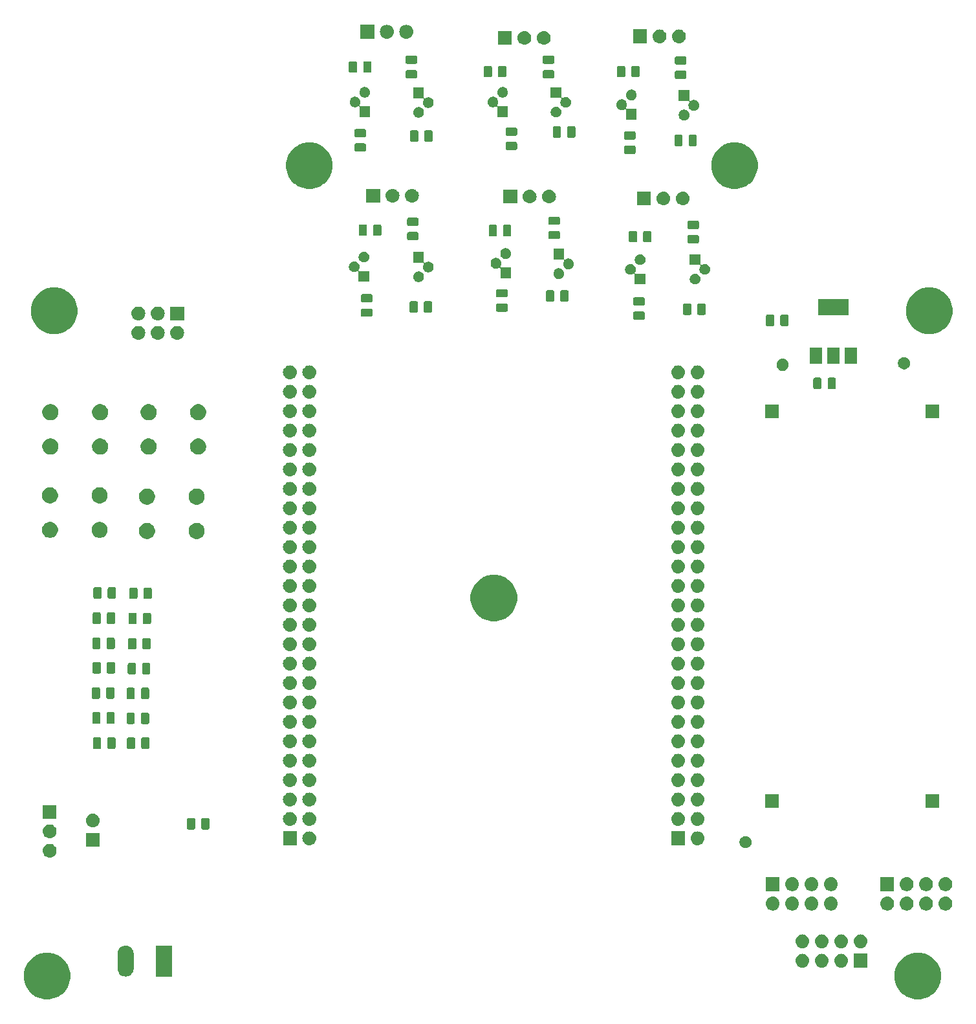
<source format=gts>
G04 #@! TF.GenerationSoftware,KiCad,Pcbnew,(5.1.2)-2*
G04 #@! TF.CreationDate,2021-07-04T15:20:40+03:00*
G04 #@! TF.ProjectId,control_board,636f6e74-726f-46c5-9f62-6f6172642e6b,rev?*
G04 #@! TF.SameCoordinates,Original*
G04 #@! TF.FileFunction,Soldermask,Top*
G04 #@! TF.FilePolarity,Negative*
%FSLAX46Y46*%
G04 Gerber Fmt 4.6, Leading zero omitted, Abs format (unit mm)*
G04 Created by KiCad (PCBNEW (5.1.2)-2) date 2021-07-04 15:20:40*
%MOMM*%
%LPD*%
G04 APERTURE LIST*
%ADD10C,0.100000*%
G04 APERTURE END LIST*
D10*
G36*
X147889943Y-149066248D02*
G01*
X148445189Y-149296238D01*
X148693347Y-149462052D01*
X148944899Y-149630134D01*
X149369866Y-150055101D01*
X149518440Y-150277458D01*
X149703762Y-150554811D01*
X149933752Y-151110057D01*
X150051000Y-151699501D01*
X150051000Y-152300499D01*
X149933752Y-152889943D01*
X149703762Y-153445189D01*
X149703761Y-153445190D01*
X149369866Y-153944899D01*
X148944899Y-154369866D01*
X148804573Y-154463629D01*
X148445189Y-154703762D01*
X147889943Y-154933752D01*
X147300499Y-155051000D01*
X146699501Y-155051000D01*
X146110057Y-154933752D01*
X145554811Y-154703762D01*
X145195427Y-154463629D01*
X145055101Y-154369866D01*
X144630134Y-153944899D01*
X144296239Y-153445190D01*
X144296238Y-153445189D01*
X144066248Y-152889943D01*
X143949000Y-152300499D01*
X143949000Y-151699501D01*
X144066248Y-151110057D01*
X144296238Y-150554811D01*
X144481560Y-150277458D01*
X144630134Y-150055101D01*
X145055101Y-149630134D01*
X145306653Y-149462052D01*
X145554811Y-149296238D01*
X146110057Y-149066248D01*
X146699501Y-148949000D01*
X147300499Y-148949000D01*
X147889943Y-149066248D01*
X147889943Y-149066248D01*
G37*
G36*
X33889943Y-149066248D02*
G01*
X34445189Y-149296238D01*
X34693347Y-149462052D01*
X34944899Y-149630134D01*
X35369866Y-150055101D01*
X35518440Y-150277458D01*
X35703762Y-150554811D01*
X35933752Y-151110057D01*
X36051000Y-151699501D01*
X36051000Y-152300499D01*
X35933752Y-152889943D01*
X35703762Y-153445189D01*
X35703761Y-153445190D01*
X35369866Y-153944899D01*
X34944899Y-154369866D01*
X34804573Y-154463629D01*
X34445189Y-154703762D01*
X33889943Y-154933752D01*
X33300499Y-155051000D01*
X32699501Y-155051000D01*
X32110057Y-154933752D01*
X31554811Y-154703762D01*
X31195427Y-154463629D01*
X31055101Y-154369866D01*
X30630134Y-153944899D01*
X30296239Y-153445190D01*
X30296238Y-153445189D01*
X30066248Y-152889943D01*
X29949000Y-152300499D01*
X29949000Y-151699501D01*
X30066248Y-151110057D01*
X30296238Y-150554811D01*
X30481560Y-150277458D01*
X30630134Y-150055101D01*
X31055101Y-149630134D01*
X31306653Y-149462052D01*
X31554811Y-149296238D01*
X32110057Y-149066248D01*
X32699501Y-148949000D01*
X33300499Y-148949000D01*
X33889943Y-149066248D01*
X33889943Y-149066248D01*
G37*
G36*
X43504072Y-148034063D02*
G01*
X43700301Y-148093589D01*
X43700303Y-148093590D01*
X43881145Y-148190252D01*
X44039660Y-148320340D01*
X44169747Y-148478854D01*
X44266411Y-148659699D01*
X44325937Y-148855928D01*
X44341000Y-149008868D01*
X44341000Y-151091132D01*
X44325937Y-151244072D01*
X44266411Y-151440300D01*
X44266410Y-151440303D01*
X44169748Y-151621145D01*
X44039660Y-151779660D01*
X43931469Y-151868448D01*
X43881146Y-151909747D01*
X43700300Y-152006411D01*
X43504071Y-152065937D01*
X43300000Y-152086036D01*
X43095928Y-152065937D01*
X42899699Y-152006411D01*
X42804601Y-151955580D01*
X42718855Y-151909748D01*
X42560340Y-151779660D01*
X42453675Y-151649686D01*
X42430253Y-151621146D01*
X42333589Y-151440300D01*
X42274063Y-151244071D01*
X42259000Y-151091131D01*
X42259001Y-149008868D01*
X42274064Y-148855928D01*
X42333590Y-148659699D01*
X42430254Y-148478854D01*
X42560341Y-148320340D01*
X42718856Y-148190252D01*
X42899698Y-148093590D01*
X42899700Y-148093589D01*
X43095929Y-148034063D01*
X43300000Y-148013964D01*
X43504072Y-148034063D01*
X43504072Y-148034063D01*
G37*
G36*
X49341000Y-152081000D02*
G01*
X47259000Y-152081000D01*
X47259000Y-148019000D01*
X49341000Y-148019000D01*
X49341000Y-152081000D01*
X49341000Y-152081000D01*
G37*
G36*
X134530442Y-149105518D02*
G01*
X134596627Y-149112037D01*
X134766466Y-149163557D01*
X134922991Y-149247222D01*
X134958729Y-149276552D01*
X135060186Y-149359814D01*
X135143448Y-149461271D01*
X135172778Y-149497009D01*
X135256443Y-149653534D01*
X135307963Y-149823373D01*
X135325359Y-150000000D01*
X135307963Y-150176627D01*
X135256443Y-150346466D01*
X135172778Y-150502991D01*
X135143448Y-150538729D01*
X135060186Y-150640186D01*
X134958729Y-150723448D01*
X134922991Y-150752778D01*
X134766466Y-150836443D01*
X134596627Y-150887963D01*
X134530442Y-150894482D01*
X134464260Y-150901000D01*
X134375740Y-150901000D01*
X134309558Y-150894482D01*
X134243373Y-150887963D01*
X134073534Y-150836443D01*
X133917009Y-150752778D01*
X133881271Y-150723448D01*
X133779814Y-150640186D01*
X133696552Y-150538729D01*
X133667222Y-150502991D01*
X133583557Y-150346466D01*
X133532037Y-150176627D01*
X133514641Y-150000000D01*
X133532037Y-149823373D01*
X133583557Y-149653534D01*
X133667222Y-149497009D01*
X133696552Y-149461271D01*
X133779814Y-149359814D01*
X133881271Y-149276552D01*
X133917009Y-149247222D01*
X134073534Y-149163557D01*
X134243373Y-149112037D01*
X134309558Y-149105518D01*
X134375740Y-149099000D01*
X134464260Y-149099000D01*
X134530442Y-149105518D01*
X134530442Y-149105518D01*
G37*
G36*
X140401000Y-150901000D02*
G01*
X138599000Y-150901000D01*
X138599000Y-149099000D01*
X140401000Y-149099000D01*
X140401000Y-150901000D01*
X140401000Y-150901000D01*
G37*
G36*
X137070442Y-149105518D02*
G01*
X137136627Y-149112037D01*
X137306466Y-149163557D01*
X137462991Y-149247222D01*
X137498729Y-149276552D01*
X137600186Y-149359814D01*
X137683448Y-149461271D01*
X137712778Y-149497009D01*
X137796443Y-149653534D01*
X137847963Y-149823373D01*
X137865359Y-150000000D01*
X137847963Y-150176627D01*
X137796443Y-150346466D01*
X137712778Y-150502991D01*
X137683448Y-150538729D01*
X137600186Y-150640186D01*
X137498729Y-150723448D01*
X137462991Y-150752778D01*
X137306466Y-150836443D01*
X137136627Y-150887963D01*
X137070442Y-150894482D01*
X137004260Y-150901000D01*
X136915740Y-150901000D01*
X136849558Y-150894482D01*
X136783373Y-150887963D01*
X136613534Y-150836443D01*
X136457009Y-150752778D01*
X136421271Y-150723448D01*
X136319814Y-150640186D01*
X136236552Y-150538729D01*
X136207222Y-150502991D01*
X136123557Y-150346466D01*
X136072037Y-150176627D01*
X136054641Y-150000000D01*
X136072037Y-149823373D01*
X136123557Y-149653534D01*
X136207222Y-149497009D01*
X136236552Y-149461271D01*
X136319814Y-149359814D01*
X136421271Y-149276552D01*
X136457009Y-149247222D01*
X136613534Y-149163557D01*
X136783373Y-149112037D01*
X136849558Y-149105518D01*
X136915740Y-149099000D01*
X137004260Y-149099000D01*
X137070442Y-149105518D01*
X137070442Y-149105518D01*
G37*
G36*
X131990442Y-149105518D02*
G01*
X132056627Y-149112037D01*
X132226466Y-149163557D01*
X132382991Y-149247222D01*
X132418729Y-149276552D01*
X132520186Y-149359814D01*
X132603448Y-149461271D01*
X132632778Y-149497009D01*
X132716443Y-149653534D01*
X132767963Y-149823373D01*
X132785359Y-150000000D01*
X132767963Y-150176627D01*
X132716443Y-150346466D01*
X132632778Y-150502991D01*
X132603448Y-150538729D01*
X132520186Y-150640186D01*
X132418729Y-150723448D01*
X132382991Y-150752778D01*
X132226466Y-150836443D01*
X132056627Y-150887963D01*
X131990442Y-150894482D01*
X131924260Y-150901000D01*
X131835740Y-150901000D01*
X131769558Y-150894482D01*
X131703373Y-150887963D01*
X131533534Y-150836443D01*
X131377009Y-150752778D01*
X131341271Y-150723448D01*
X131239814Y-150640186D01*
X131156552Y-150538729D01*
X131127222Y-150502991D01*
X131043557Y-150346466D01*
X130992037Y-150176627D01*
X130974641Y-150000000D01*
X130992037Y-149823373D01*
X131043557Y-149653534D01*
X131127222Y-149497009D01*
X131156552Y-149461271D01*
X131239814Y-149359814D01*
X131341271Y-149276552D01*
X131377009Y-149247222D01*
X131533534Y-149163557D01*
X131703373Y-149112037D01*
X131769558Y-149105518D01*
X131835740Y-149099000D01*
X131924260Y-149099000D01*
X131990442Y-149105518D01*
X131990442Y-149105518D01*
G37*
G36*
X139610443Y-146565519D02*
G01*
X139676627Y-146572037D01*
X139846466Y-146623557D01*
X140002991Y-146707222D01*
X140038729Y-146736552D01*
X140140186Y-146819814D01*
X140223448Y-146921271D01*
X140252778Y-146957009D01*
X140336443Y-147113534D01*
X140387963Y-147283373D01*
X140405359Y-147460000D01*
X140387963Y-147636627D01*
X140336443Y-147806466D01*
X140252778Y-147962991D01*
X140223448Y-147998729D01*
X140140186Y-148100186D01*
X140038729Y-148183448D01*
X140002991Y-148212778D01*
X139846466Y-148296443D01*
X139676627Y-148347963D01*
X139610443Y-148354481D01*
X139544260Y-148361000D01*
X139455740Y-148361000D01*
X139389557Y-148354481D01*
X139323373Y-148347963D01*
X139153534Y-148296443D01*
X138997009Y-148212778D01*
X138961271Y-148183448D01*
X138859814Y-148100186D01*
X138776552Y-147998729D01*
X138747222Y-147962991D01*
X138663557Y-147806466D01*
X138612037Y-147636627D01*
X138594641Y-147460000D01*
X138612037Y-147283373D01*
X138663557Y-147113534D01*
X138747222Y-146957009D01*
X138776552Y-146921271D01*
X138859814Y-146819814D01*
X138961271Y-146736552D01*
X138997009Y-146707222D01*
X139153534Y-146623557D01*
X139323373Y-146572037D01*
X139389557Y-146565519D01*
X139455740Y-146559000D01*
X139544260Y-146559000D01*
X139610443Y-146565519D01*
X139610443Y-146565519D01*
G37*
G36*
X134530443Y-146565519D02*
G01*
X134596627Y-146572037D01*
X134766466Y-146623557D01*
X134922991Y-146707222D01*
X134958729Y-146736552D01*
X135060186Y-146819814D01*
X135143448Y-146921271D01*
X135172778Y-146957009D01*
X135256443Y-147113534D01*
X135307963Y-147283373D01*
X135325359Y-147460000D01*
X135307963Y-147636627D01*
X135256443Y-147806466D01*
X135172778Y-147962991D01*
X135143448Y-147998729D01*
X135060186Y-148100186D01*
X134958729Y-148183448D01*
X134922991Y-148212778D01*
X134766466Y-148296443D01*
X134596627Y-148347963D01*
X134530443Y-148354481D01*
X134464260Y-148361000D01*
X134375740Y-148361000D01*
X134309557Y-148354481D01*
X134243373Y-148347963D01*
X134073534Y-148296443D01*
X133917009Y-148212778D01*
X133881271Y-148183448D01*
X133779814Y-148100186D01*
X133696552Y-147998729D01*
X133667222Y-147962991D01*
X133583557Y-147806466D01*
X133532037Y-147636627D01*
X133514641Y-147460000D01*
X133532037Y-147283373D01*
X133583557Y-147113534D01*
X133667222Y-146957009D01*
X133696552Y-146921271D01*
X133779814Y-146819814D01*
X133881271Y-146736552D01*
X133917009Y-146707222D01*
X134073534Y-146623557D01*
X134243373Y-146572037D01*
X134309557Y-146565519D01*
X134375740Y-146559000D01*
X134464260Y-146559000D01*
X134530443Y-146565519D01*
X134530443Y-146565519D01*
G37*
G36*
X137070443Y-146565519D02*
G01*
X137136627Y-146572037D01*
X137306466Y-146623557D01*
X137462991Y-146707222D01*
X137498729Y-146736552D01*
X137600186Y-146819814D01*
X137683448Y-146921271D01*
X137712778Y-146957009D01*
X137796443Y-147113534D01*
X137847963Y-147283373D01*
X137865359Y-147460000D01*
X137847963Y-147636627D01*
X137796443Y-147806466D01*
X137712778Y-147962991D01*
X137683448Y-147998729D01*
X137600186Y-148100186D01*
X137498729Y-148183448D01*
X137462991Y-148212778D01*
X137306466Y-148296443D01*
X137136627Y-148347963D01*
X137070443Y-148354481D01*
X137004260Y-148361000D01*
X136915740Y-148361000D01*
X136849557Y-148354481D01*
X136783373Y-148347963D01*
X136613534Y-148296443D01*
X136457009Y-148212778D01*
X136421271Y-148183448D01*
X136319814Y-148100186D01*
X136236552Y-147998729D01*
X136207222Y-147962991D01*
X136123557Y-147806466D01*
X136072037Y-147636627D01*
X136054641Y-147460000D01*
X136072037Y-147283373D01*
X136123557Y-147113534D01*
X136207222Y-146957009D01*
X136236552Y-146921271D01*
X136319814Y-146819814D01*
X136421271Y-146736552D01*
X136457009Y-146707222D01*
X136613534Y-146623557D01*
X136783373Y-146572037D01*
X136849557Y-146565519D01*
X136915740Y-146559000D01*
X137004260Y-146559000D01*
X137070443Y-146565519D01*
X137070443Y-146565519D01*
G37*
G36*
X131990443Y-146565519D02*
G01*
X132056627Y-146572037D01*
X132226466Y-146623557D01*
X132382991Y-146707222D01*
X132418729Y-146736552D01*
X132520186Y-146819814D01*
X132603448Y-146921271D01*
X132632778Y-146957009D01*
X132716443Y-147113534D01*
X132767963Y-147283373D01*
X132785359Y-147460000D01*
X132767963Y-147636627D01*
X132716443Y-147806466D01*
X132632778Y-147962991D01*
X132603448Y-147998729D01*
X132520186Y-148100186D01*
X132418729Y-148183448D01*
X132382991Y-148212778D01*
X132226466Y-148296443D01*
X132056627Y-148347963D01*
X131990443Y-148354481D01*
X131924260Y-148361000D01*
X131835740Y-148361000D01*
X131769557Y-148354481D01*
X131703373Y-148347963D01*
X131533534Y-148296443D01*
X131377009Y-148212778D01*
X131341271Y-148183448D01*
X131239814Y-148100186D01*
X131156552Y-147998729D01*
X131127222Y-147962991D01*
X131043557Y-147806466D01*
X130992037Y-147636627D01*
X130974641Y-147460000D01*
X130992037Y-147283373D01*
X131043557Y-147113534D01*
X131127222Y-146957009D01*
X131156552Y-146921271D01*
X131239814Y-146819814D01*
X131341271Y-146736552D01*
X131377009Y-146707222D01*
X131533534Y-146623557D01*
X131703373Y-146572037D01*
X131769557Y-146565519D01*
X131835740Y-146559000D01*
X131924260Y-146559000D01*
X131990443Y-146565519D01*
X131990443Y-146565519D01*
G37*
G36*
X148190442Y-141645518D02*
G01*
X148256627Y-141652037D01*
X148426466Y-141703557D01*
X148582991Y-141787222D01*
X148618729Y-141816552D01*
X148720186Y-141899814D01*
X148803448Y-142001271D01*
X148832778Y-142037009D01*
X148916443Y-142193534D01*
X148967963Y-142363373D01*
X148985359Y-142540000D01*
X148967963Y-142716627D01*
X148916443Y-142886466D01*
X148832778Y-143042991D01*
X148803448Y-143078729D01*
X148720186Y-143180186D01*
X148618729Y-143263448D01*
X148582991Y-143292778D01*
X148426466Y-143376443D01*
X148256627Y-143427963D01*
X148190443Y-143434481D01*
X148124260Y-143441000D01*
X148035740Y-143441000D01*
X147969557Y-143434481D01*
X147903373Y-143427963D01*
X147733534Y-143376443D01*
X147577009Y-143292778D01*
X147541271Y-143263448D01*
X147439814Y-143180186D01*
X147356552Y-143078729D01*
X147327222Y-143042991D01*
X147243557Y-142886466D01*
X147192037Y-142716627D01*
X147174641Y-142540000D01*
X147192037Y-142363373D01*
X147243557Y-142193534D01*
X147327222Y-142037009D01*
X147356552Y-142001271D01*
X147439814Y-141899814D01*
X147541271Y-141816552D01*
X147577009Y-141787222D01*
X147733534Y-141703557D01*
X147903373Y-141652037D01*
X147969558Y-141645518D01*
X148035740Y-141639000D01*
X148124260Y-141639000D01*
X148190442Y-141645518D01*
X148190442Y-141645518D01*
G37*
G36*
X150730442Y-141645518D02*
G01*
X150796627Y-141652037D01*
X150966466Y-141703557D01*
X151122991Y-141787222D01*
X151158729Y-141816552D01*
X151260186Y-141899814D01*
X151343448Y-142001271D01*
X151372778Y-142037009D01*
X151456443Y-142193534D01*
X151507963Y-142363373D01*
X151525359Y-142540000D01*
X151507963Y-142716627D01*
X151456443Y-142886466D01*
X151372778Y-143042991D01*
X151343448Y-143078729D01*
X151260186Y-143180186D01*
X151158729Y-143263448D01*
X151122991Y-143292778D01*
X150966466Y-143376443D01*
X150796627Y-143427963D01*
X150730443Y-143434481D01*
X150664260Y-143441000D01*
X150575740Y-143441000D01*
X150509557Y-143434481D01*
X150443373Y-143427963D01*
X150273534Y-143376443D01*
X150117009Y-143292778D01*
X150081271Y-143263448D01*
X149979814Y-143180186D01*
X149896552Y-143078729D01*
X149867222Y-143042991D01*
X149783557Y-142886466D01*
X149732037Y-142716627D01*
X149714641Y-142540000D01*
X149732037Y-142363373D01*
X149783557Y-142193534D01*
X149867222Y-142037009D01*
X149896552Y-142001271D01*
X149979814Y-141899814D01*
X150081271Y-141816552D01*
X150117009Y-141787222D01*
X150273534Y-141703557D01*
X150443373Y-141652037D01*
X150509558Y-141645518D01*
X150575740Y-141639000D01*
X150664260Y-141639000D01*
X150730442Y-141645518D01*
X150730442Y-141645518D01*
G37*
G36*
X145650442Y-141645518D02*
G01*
X145716627Y-141652037D01*
X145886466Y-141703557D01*
X146042991Y-141787222D01*
X146078729Y-141816552D01*
X146180186Y-141899814D01*
X146263448Y-142001271D01*
X146292778Y-142037009D01*
X146376443Y-142193534D01*
X146427963Y-142363373D01*
X146445359Y-142540000D01*
X146427963Y-142716627D01*
X146376443Y-142886466D01*
X146292778Y-143042991D01*
X146263448Y-143078729D01*
X146180186Y-143180186D01*
X146078729Y-143263448D01*
X146042991Y-143292778D01*
X145886466Y-143376443D01*
X145716627Y-143427963D01*
X145650443Y-143434481D01*
X145584260Y-143441000D01*
X145495740Y-143441000D01*
X145429557Y-143434481D01*
X145363373Y-143427963D01*
X145193534Y-143376443D01*
X145037009Y-143292778D01*
X145001271Y-143263448D01*
X144899814Y-143180186D01*
X144816552Y-143078729D01*
X144787222Y-143042991D01*
X144703557Y-142886466D01*
X144652037Y-142716627D01*
X144634641Y-142540000D01*
X144652037Y-142363373D01*
X144703557Y-142193534D01*
X144787222Y-142037009D01*
X144816552Y-142001271D01*
X144899814Y-141899814D01*
X145001271Y-141816552D01*
X145037009Y-141787222D01*
X145193534Y-141703557D01*
X145363373Y-141652037D01*
X145429558Y-141645518D01*
X145495740Y-141639000D01*
X145584260Y-141639000D01*
X145650442Y-141645518D01*
X145650442Y-141645518D01*
G37*
G36*
X128110442Y-141645518D02*
G01*
X128176627Y-141652037D01*
X128346466Y-141703557D01*
X128502991Y-141787222D01*
X128538729Y-141816552D01*
X128640186Y-141899814D01*
X128723448Y-142001271D01*
X128752778Y-142037009D01*
X128836443Y-142193534D01*
X128887963Y-142363373D01*
X128905359Y-142540000D01*
X128887963Y-142716627D01*
X128836443Y-142886466D01*
X128752778Y-143042991D01*
X128723448Y-143078729D01*
X128640186Y-143180186D01*
X128538729Y-143263448D01*
X128502991Y-143292778D01*
X128346466Y-143376443D01*
X128176627Y-143427963D01*
X128110443Y-143434481D01*
X128044260Y-143441000D01*
X127955740Y-143441000D01*
X127889557Y-143434481D01*
X127823373Y-143427963D01*
X127653534Y-143376443D01*
X127497009Y-143292778D01*
X127461271Y-143263448D01*
X127359814Y-143180186D01*
X127276552Y-143078729D01*
X127247222Y-143042991D01*
X127163557Y-142886466D01*
X127112037Y-142716627D01*
X127094641Y-142540000D01*
X127112037Y-142363373D01*
X127163557Y-142193534D01*
X127247222Y-142037009D01*
X127276552Y-142001271D01*
X127359814Y-141899814D01*
X127461271Y-141816552D01*
X127497009Y-141787222D01*
X127653534Y-141703557D01*
X127823373Y-141652037D01*
X127889558Y-141645518D01*
X127955740Y-141639000D01*
X128044260Y-141639000D01*
X128110442Y-141645518D01*
X128110442Y-141645518D01*
G37*
G36*
X143110442Y-141645518D02*
G01*
X143176627Y-141652037D01*
X143346466Y-141703557D01*
X143502991Y-141787222D01*
X143538729Y-141816552D01*
X143640186Y-141899814D01*
X143723448Y-142001271D01*
X143752778Y-142037009D01*
X143836443Y-142193534D01*
X143887963Y-142363373D01*
X143905359Y-142540000D01*
X143887963Y-142716627D01*
X143836443Y-142886466D01*
X143752778Y-143042991D01*
X143723448Y-143078729D01*
X143640186Y-143180186D01*
X143538729Y-143263448D01*
X143502991Y-143292778D01*
X143346466Y-143376443D01*
X143176627Y-143427963D01*
X143110443Y-143434481D01*
X143044260Y-143441000D01*
X142955740Y-143441000D01*
X142889557Y-143434481D01*
X142823373Y-143427963D01*
X142653534Y-143376443D01*
X142497009Y-143292778D01*
X142461271Y-143263448D01*
X142359814Y-143180186D01*
X142276552Y-143078729D01*
X142247222Y-143042991D01*
X142163557Y-142886466D01*
X142112037Y-142716627D01*
X142094641Y-142540000D01*
X142112037Y-142363373D01*
X142163557Y-142193534D01*
X142247222Y-142037009D01*
X142276552Y-142001271D01*
X142359814Y-141899814D01*
X142461271Y-141816552D01*
X142497009Y-141787222D01*
X142653534Y-141703557D01*
X142823373Y-141652037D01*
X142889558Y-141645518D01*
X142955740Y-141639000D01*
X143044260Y-141639000D01*
X143110442Y-141645518D01*
X143110442Y-141645518D01*
G37*
G36*
X130650442Y-141645518D02*
G01*
X130716627Y-141652037D01*
X130886466Y-141703557D01*
X131042991Y-141787222D01*
X131078729Y-141816552D01*
X131180186Y-141899814D01*
X131263448Y-142001271D01*
X131292778Y-142037009D01*
X131376443Y-142193534D01*
X131427963Y-142363373D01*
X131445359Y-142540000D01*
X131427963Y-142716627D01*
X131376443Y-142886466D01*
X131292778Y-143042991D01*
X131263448Y-143078729D01*
X131180186Y-143180186D01*
X131078729Y-143263448D01*
X131042991Y-143292778D01*
X130886466Y-143376443D01*
X130716627Y-143427963D01*
X130650443Y-143434481D01*
X130584260Y-143441000D01*
X130495740Y-143441000D01*
X130429557Y-143434481D01*
X130363373Y-143427963D01*
X130193534Y-143376443D01*
X130037009Y-143292778D01*
X130001271Y-143263448D01*
X129899814Y-143180186D01*
X129816552Y-143078729D01*
X129787222Y-143042991D01*
X129703557Y-142886466D01*
X129652037Y-142716627D01*
X129634641Y-142540000D01*
X129652037Y-142363373D01*
X129703557Y-142193534D01*
X129787222Y-142037009D01*
X129816552Y-142001271D01*
X129899814Y-141899814D01*
X130001271Y-141816552D01*
X130037009Y-141787222D01*
X130193534Y-141703557D01*
X130363373Y-141652037D01*
X130429558Y-141645518D01*
X130495740Y-141639000D01*
X130584260Y-141639000D01*
X130650442Y-141645518D01*
X130650442Y-141645518D01*
G37*
G36*
X133190442Y-141645518D02*
G01*
X133256627Y-141652037D01*
X133426466Y-141703557D01*
X133582991Y-141787222D01*
X133618729Y-141816552D01*
X133720186Y-141899814D01*
X133803448Y-142001271D01*
X133832778Y-142037009D01*
X133916443Y-142193534D01*
X133967963Y-142363373D01*
X133985359Y-142540000D01*
X133967963Y-142716627D01*
X133916443Y-142886466D01*
X133832778Y-143042991D01*
X133803448Y-143078729D01*
X133720186Y-143180186D01*
X133618729Y-143263448D01*
X133582991Y-143292778D01*
X133426466Y-143376443D01*
X133256627Y-143427963D01*
X133190443Y-143434481D01*
X133124260Y-143441000D01*
X133035740Y-143441000D01*
X132969557Y-143434481D01*
X132903373Y-143427963D01*
X132733534Y-143376443D01*
X132577009Y-143292778D01*
X132541271Y-143263448D01*
X132439814Y-143180186D01*
X132356552Y-143078729D01*
X132327222Y-143042991D01*
X132243557Y-142886466D01*
X132192037Y-142716627D01*
X132174641Y-142540000D01*
X132192037Y-142363373D01*
X132243557Y-142193534D01*
X132327222Y-142037009D01*
X132356552Y-142001271D01*
X132439814Y-141899814D01*
X132541271Y-141816552D01*
X132577009Y-141787222D01*
X132733534Y-141703557D01*
X132903373Y-141652037D01*
X132969558Y-141645518D01*
X133035740Y-141639000D01*
X133124260Y-141639000D01*
X133190442Y-141645518D01*
X133190442Y-141645518D01*
G37*
G36*
X135730442Y-141645518D02*
G01*
X135796627Y-141652037D01*
X135966466Y-141703557D01*
X136122991Y-141787222D01*
X136158729Y-141816552D01*
X136260186Y-141899814D01*
X136343448Y-142001271D01*
X136372778Y-142037009D01*
X136456443Y-142193534D01*
X136507963Y-142363373D01*
X136525359Y-142540000D01*
X136507963Y-142716627D01*
X136456443Y-142886466D01*
X136372778Y-143042991D01*
X136343448Y-143078729D01*
X136260186Y-143180186D01*
X136158729Y-143263448D01*
X136122991Y-143292778D01*
X135966466Y-143376443D01*
X135796627Y-143427963D01*
X135730443Y-143434481D01*
X135664260Y-143441000D01*
X135575740Y-143441000D01*
X135509557Y-143434481D01*
X135443373Y-143427963D01*
X135273534Y-143376443D01*
X135117009Y-143292778D01*
X135081271Y-143263448D01*
X134979814Y-143180186D01*
X134896552Y-143078729D01*
X134867222Y-143042991D01*
X134783557Y-142886466D01*
X134732037Y-142716627D01*
X134714641Y-142540000D01*
X134732037Y-142363373D01*
X134783557Y-142193534D01*
X134867222Y-142037009D01*
X134896552Y-142001271D01*
X134979814Y-141899814D01*
X135081271Y-141816552D01*
X135117009Y-141787222D01*
X135273534Y-141703557D01*
X135443373Y-141652037D01*
X135509558Y-141645518D01*
X135575740Y-141639000D01*
X135664260Y-141639000D01*
X135730442Y-141645518D01*
X135730442Y-141645518D01*
G37*
G36*
X143901000Y-140901000D02*
G01*
X142099000Y-140901000D01*
X142099000Y-139099000D01*
X143901000Y-139099000D01*
X143901000Y-140901000D01*
X143901000Y-140901000D01*
G37*
G36*
X128901000Y-140901000D02*
G01*
X127099000Y-140901000D01*
X127099000Y-139099000D01*
X128901000Y-139099000D01*
X128901000Y-140901000D01*
X128901000Y-140901000D01*
G37*
G36*
X130650442Y-139105518D02*
G01*
X130716627Y-139112037D01*
X130886466Y-139163557D01*
X131042991Y-139247222D01*
X131078729Y-139276552D01*
X131180186Y-139359814D01*
X131263448Y-139461271D01*
X131292778Y-139497009D01*
X131376443Y-139653534D01*
X131427963Y-139823373D01*
X131445359Y-140000000D01*
X131427963Y-140176627D01*
X131376443Y-140346466D01*
X131292778Y-140502991D01*
X131263448Y-140538729D01*
X131180186Y-140640186D01*
X131078729Y-140723448D01*
X131042991Y-140752778D01*
X130886466Y-140836443D01*
X130716627Y-140887963D01*
X130650442Y-140894482D01*
X130584260Y-140901000D01*
X130495740Y-140901000D01*
X130429558Y-140894482D01*
X130363373Y-140887963D01*
X130193534Y-140836443D01*
X130037009Y-140752778D01*
X130001271Y-140723448D01*
X129899814Y-140640186D01*
X129816552Y-140538729D01*
X129787222Y-140502991D01*
X129703557Y-140346466D01*
X129652037Y-140176627D01*
X129634641Y-140000000D01*
X129652037Y-139823373D01*
X129703557Y-139653534D01*
X129787222Y-139497009D01*
X129816552Y-139461271D01*
X129899814Y-139359814D01*
X130001271Y-139276552D01*
X130037009Y-139247222D01*
X130193534Y-139163557D01*
X130363373Y-139112037D01*
X130429558Y-139105518D01*
X130495740Y-139099000D01*
X130584260Y-139099000D01*
X130650442Y-139105518D01*
X130650442Y-139105518D01*
G37*
G36*
X145650442Y-139105518D02*
G01*
X145716627Y-139112037D01*
X145886466Y-139163557D01*
X146042991Y-139247222D01*
X146078729Y-139276552D01*
X146180186Y-139359814D01*
X146263448Y-139461271D01*
X146292778Y-139497009D01*
X146376443Y-139653534D01*
X146427963Y-139823373D01*
X146445359Y-140000000D01*
X146427963Y-140176627D01*
X146376443Y-140346466D01*
X146292778Y-140502991D01*
X146263448Y-140538729D01*
X146180186Y-140640186D01*
X146078729Y-140723448D01*
X146042991Y-140752778D01*
X145886466Y-140836443D01*
X145716627Y-140887963D01*
X145650442Y-140894482D01*
X145584260Y-140901000D01*
X145495740Y-140901000D01*
X145429558Y-140894482D01*
X145363373Y-140887963D01*
X145193534Y-140836443D01*
X145037009Y-140752778D01*
X145001271Y-140723448D01*
X144899814Y-140640186D01*
X144816552Y-140538729D01*
X144787222Y-140502991D01*
X144703557Y-140346466D01*
X144652037Y-140176627D01*
X144634641Y-140000000D01*
X144652037Y-139823373D01*
X144703557Y-139653534D01*
X144787222Y-139497009D01*
X144816552Y-139461271D01*
X144899814Y-139359814D01*
X145001271Y-139276552D01*
X145037009Y-139247222D01*
X145193534Y-139163557D01*
X145363373Y-139112037D01*
X145429558Y-139105518D01*
X145495740Y-139099000D01*
X145584260Y-139099000D01*
X145650442Y-139105518D01*
X145650442Y-139105518D01*
G37*
G36*
X150730442Y-139105518D02*
G01*
X150796627Y-139112037D01*
X150966466Y-139163557D01*
X151122991Y-139247222D01*
X151158729Y-139276552D01*
X151260186Y-139359814D01*
X151343448Y-139461271D01*
X151372778Y-139497009D01*
X151456443Y-139653534D01*
X151507963Y-139823373D01*
X151525359Y-140000000D01*
X151507963Y-140176627D01*
X151456443Y-140346466D01*
X151372778Y-140502991D01*
X151343448Y-140538729D01*
X151260186Y-140640186D01*
X151158729Y-140723448D01*
X151122991Y-140752778D01*
X150966466Y-140836443D01*
X150796627Y-140887963D01*
X150730442Y-140894482D01*
X150664260Y-140901000D01*
X150575740Y-140901000D01*
X150509558Y-140894482D01*
X150443373Y-140887963D01*
X150273534Y-140836443D01*
X150117009Y-140752778D01*
X150081271Y-140723448D01*
X149979814Y-140640186D01*
X149896552Y-140538729D01*
X149867222Y-140502991D01*
X149783557Y-140346466D01*
X149732037Y-140176627D01*
X149714641Y-140000000D01*
X149732037Y-139823373D01*
X149783557Y-139653534D01*
X149867222Y-139497009D01*
X149896552Y-139461271D01*
X149979814Y-139359814D01*
X150081271Y-139276552D01*
X150117009Y-139247222D01*
X150273534Y-139163557D01*
X150443373Y-139112037D01*
X150509558Y-139105518D01*
X150575740Y-139099000D01*
X150664260Y-139099000D01*
X150730442Y-139105518D01*
X150730442Y-139105518D01*
G37*
G36*
X133190442Y-139105518D02*
G01*
X133256627Y-139112037D01*
X133426466Y-139163557D01*
X133582991Y-139247222D01*
X133618729Y-139276552D01*
X133720186Y-139359814D01*
X133803448Y-139461271D01*
X133832778Y-139497009D01*
X133916443Y-139653534D01*
X133967963Y-139823373D01*
X133985359Y-140000000D01*
X133967963Y-140176627D01*
X133916443Y-140346466D01*
X133832778Y-140502991D01*
X133803448Y-140538729D01*
X133720186Y-140640186D01*
X133618729Y-140723448D01*
X133582991Y-140752778D01*
X133426466Y-140836443D01*
X133256627Y-140887963D01*
X133190442Y-140894482D01*
X133124260Y-140901000D01*
X133035740Y-140901000D01*
X132969558Y-140894482D01*
X132903373Y-140887963D01*
X132733534Y-140836443D01*
X132577009Y-140752778D01*
X132541271Y-140723448D01*
X132439814Y-140640186D01*
X132356552Y-140538729D01*
X132327222Y-140502991D01*
X132243557Y-140346466D01*
X132192037Y-140176627D01*
X132174641Y-140000000D01*
X132192037Y-139823373D01*
X132243557Y-139653534D01*
X132327222Y-139497009D01*
X132356552Y-139461271D01*
X132439814Y-139359814D01*
X132541271Y-139276552D01*
X132577009Y-139247222D01*
X132733534Y-139163557D01*
X132903373Y-139112037D01*
X132969558Y-139105518D01*
X133035740Y-139099000D01*
X133124260Y-139099000D01*
X133190442Y-139105518D01*
X133190442Y-139105518D01*
G37*
G36*
X135730442Y-139105518D02*
G01*
X135796627Y-139112037D01*
X135966466Y-139163557D01*
X136122991Y-139247222D01*
X136158729Y-139276552D01*
X136260186Y-139359814D01*
X136343448Y-139461271D01*
X136372778Y-139497009D01*
X136456443Y-139653534D01*
X136507963Y-139823373D01*
X136525359Y-140000000D01*
X136507963Y-140176627D01*
X136456443Y-140346466D01*
X136372778Y-140502991D01*
X136343448Y-140538729D01*
X136260186Y-140640186D01*
X136158729Y-140723448D01*
X136122991Y-140752778D01*
X135966466Y-140836443D01*
X135796627Y-140887963D01*
X135730442Y-140894482D01*
X135664260Y-140901000D01*
X135575740Y-140901000D01*
X135509558Y-140894482D01*
X135443373Y-140887963D01*
X135273534Y-140836443D01*
X135117009Y-140752778D01*
X135081271Y-140723448D01*
X134979814Y-140640186D01*
X134896552Y-140538729D01*
X134867222Y-140502991D01*
X134783557Y-140346466D01*
X134732037Y-140176627D01*
X134714641Y-140000000D01*
X134732037Y-139823373D01*
X134783557Y-139653534D01*
X134867222Y-139497009D01*
X134896552Y-139461271D01*
X134979814Y-139359814D01*
X135081271Y-139276552D01*
X135117009Y-139247222D01*
X135273534Y-139163557D01*
X135443373Y-139112037D01*
X135509558Y-139105518D01*
X135575740Y-139099000D01*
X135664260Y-139099000D01*
X135730442Y-139105518D01*
X135730442Y-139105518D01*
G37*
G36*
X148190442Y-139105518D02*
G01*
X148256627Y-139112037D01*
X148426466Y-139163557D01*
X148582991Y-139247222D01*
X148618729Y-139276552D01*
X148720186Y-139359814D01*
X148803448Y-139461271D01*
X148832778Y-139497009D01*
X148916443Y-139653534D01*
X148967963Y-139823373D01*
X148985359Y-140000000D01*
X148967963Y-140176627D01*
X148916443Y-140346466D01*
X148832778Y-140502991D01*
X148803448Y-140538729D01*
X148720186Y-140640186D01*
X148618729Y-140723448D01*
X148582991Y-140752778D01*
X148426466Y-140836443D01*
X148256627Y-140887963D01*
X148190442Y-140894482D01*
X148124260Y-140901000D01*
X148035740Y-140901000D01*
X147969558Y-140894482D01*
X147903373Y-140887963D01*
X147733534Y-140836443D01*
X147577009Y-140752778D01*
X147541271Y-140723448D01*
X147439814Y-140640186D01*
X147356552Y-140538729D01*
X147327222Y-140502991D01*
X147243557Y-140346466D01*
X147192037Y-140176627D01*
X147174641Y-140000000D01*
X147192037Y-139823373D01*
X147243557Y-139653534D01*
X147327222Y-139497009D01*
X147356552Y-139461271D01*
X147439814Y-139359814D01*
X147541271Y-139276552D01*
X147577009Y-139247222D01*
X147733534Y-139163557D01*
X147903373Y-139112037D01*
X147969558Y-139105518D01*
X148035740Y-139099000D01*
X148124260Y-139099000D01*
X148190442Y-139105518D01*
X148190442Y-139105518D01*
G37*
G36*
X33441390Y-134733642D02*
G01*
X33526627Y-134742037D01*
X33696466Y-134793557D01*
X33852991Y-134877222D01*
X33881964Y-134901000D01*
X33990186Y-134989814D01*
X34073448Y-135091271D01*
X34102778Y-135127009D01*
X34186443Y-135283534D01*
X34237963Y-135453373D01*
X34255359Y-135630000D01*
X34237963Y-135806627D01*
X34186443Y-135976466D01*
X34102778Y-136132991D01*
X34073448Y-136168729D01*
X33990186Y-136270186D01*
X33888729Y-136353448D01*
X33852991Y-136382778D01*
X33696466Y-136466443D01*
X33526627Y-136517963D01*
X33460443Y-136524481D01*
X33394260Y-136531000D01*
X33305740Y-136531000D01*
X33239557Y-136524481D01*
X33173373Y-136517963D01*
X33003534Y-136466443D01*
X32847009Y-136382778D01*
X32811271Y-136353448D01*
X32709814Y-136270186D01*
X32626552Y-136168729D01*
X32597222Y-136132991D01*
X32513557Y-135976466D01*
X32462037Y-135806627D01*
X32444641Y-135630000D01*
X32462037Y-135453373D01*
X32513557Y-135283534D01*
X32597222Y-135127009D01*
X32626552Y-135091271D01*
X32709814Y-134989814D01*
X32818036Y-134901000D01*
X32847009Y-134877222D01*
X33003534Y-134793557D01*
X33173373Y-134742037D01*
X33258610Y-134733642D01*
X33305740Y-134729000D01*
X33394260Y-134729000D01*
X33441390Y-134733642D01*
X33441390Y-134733642D01*
G37*
G36*
X124683642Y-133729781D02*
G01*
X124829414Y-133790162D01*
X124829416Y-133790163D01*
X124960608Y-133877822D01*
X125072178Y-133989392D01*
X125159837Y-134120584D01*
X125159838Y-134120586D01*
X125220219Y-134266358D01*
X125251000Y-134421107D01*
X125251000Y-134578893D01*
X125220219Y-134733642D01*
X125177637Y-134836443D01*
X125159837Y-134879416D01*
X125072178Y-135010608D01*
X124960608Y-135122178D01*
X124829416Y-135209837D01*
X124829415Y-135209838D01*
X124829414Y-135209838D01*
X124683642Y-135270219D01*
X124528893Y-135301000D01*
X124371107Y-135301000D01*
X124216358Y-135270219D01*
X124070586Y-135209838D01*
X124070585Y-135209838D01*
X124070584Y-135209837D01*
X123939392Y-135122178D01*
X123827822Y-135010608D01*
X123740163Y-134879416D01*
X123722363Y-134836443D01*
X123679781Y-134733642D01*
X123649000Y-134578893D01*
X123649000Y-134421107D01*
X123679781Y-134266358D01*
X123740162Y-134120586D01*
X123740163Y-134120584D01*
X123827822Y-133989392D01*
X123939392Y-133877822D01*
X124070584Y-133790163D01*
X124070586Y-133790162D01*
X124216358Y-133729781D01*
X124371107Y-133699000D01*
X124528893Y-133699000D01*
X124683642Y-133729781D01*
X124683642Y-133729781D01*
G37*
G36*
X39901000Y-135101000D02*
G01*
X38099000Y-135101000D01*
X38099000Y-133299000D01*
X39901000Y-133299000D01*
X39901000Y-135101000D01*
X39901000Y-135101000D01*
G37*
G36*
X118270443Y-133105519D02*
G01*
X118336627Y-133112037D01*
X118506466Y-133163557D01*
X118662991Y-133247222D01*
X118686633Y-133266625D01*
X118800186Y-133359814D01*
X118863093Y-133436468D01*
X118912778Y-133497009D01*
X118996443Y-133653534D01*
X119047963Y-133823373D01*
X119065359Y-134000000D01*
X119047963Y-134176627D01*
X118996443Y-134346466D01*
X118912778Y-134502991D01*
X118883448Y-134538729D01*
X118800186Y-134640186D01*
X118698729Y-134723448D01*
X118662991Y-134752778D01*
X118506466Y-134836443D01*
X118336627Y-134887963D01*
X118270442Y-134894482D01*
X118204260Y-134901000D01*
X118115740Y-134901000D01*
X118049558Y-134894482D01*
X117983373Y-134887963D01*
X117813534Y-134836443D01*
X117657009Y-134752778D01*
X117621271Y-134723448D01*
X117519814Y-134640186D01*
X117436552Y-134538729D01*
X117407222Y-134502991D01*
X117323557Y-134346466D01*
X117272037Y-134176627D01*
X117254641Y-134000000D01*
X117272037Y-133823373D01*
X117323557Y-133653534D01*
X117407222Y-133497009D01*
X117456907Y-133436468D01*
X117519814Y-133359814D01*
X117633367Y-133266625D01*
X117657009Y-133247222D01*
X117813534Y-133163557D01*
X117983373Y-133112037D01*
X118049557Y-133105519D01*
X118115740Y-133099000D01*
X118204260Y-133099000D01*
X118270443Y-133105519D01*
X118270443Y-133105519D01*
G37*
G36*
X67450443Y-133105519D02*
G01*
X67516627Y-133112037D01*
X67686466Y-133163557D01*
X67842991Y-133247222D01*
X67866633Y-133266625D01*
X67980186Y-133359814D01*
X68043093Y-133436468D01*
X68092778Y-133497009D01*
X68176443Y-133653534D01*
X68227963Y-133823373D01*
X68245359Y-134000000D01*
X68227963Y-134176627D01*
X68176443Y-134346466D01*
X68092778Y-134502991D01*
X68063448Y-134538729D01*
X67980186Y-134640186D01*
X67878729Y-134723448D01*
X67842991Y-134752778D01*
X67686466Y-134836443D01*
X67516627Y-134887963D01*
X67450442Y-134894482D01*
X67384260Y-134901000D01*
X67295740Y-134901000D01*
X67229558Y-134894482D01*
X67163373Y-134887963D01*
X66993534Y-134836443D01*
X66837009Y-134752778D01*
X66801271Y-134723448D01*
X66699814Y-134640186D01*
X66616552Y-134538729D01*
X66587222Y-134502991D01*
X66503557Y-134346466D01*
X66452037Y-134176627D01*
X66434641Y-134000000D01*
X66452037Y-133823373D01*
X66503557Y-133653534D01*
X66587222Y-133497009D01*
X66636907Y-133436468D01*
X66699814Y-133359814D01*
X66813367Y-133266625D01*
X66837009Y-133247222D01*
X66993534Y-133163557D01*
X67163373Y-133112037D01*
X67229557Y-133105519D01*
X67295740Y-133099000D01*
X67384260Y-133099000D01*
X67450443Y-133105519D01*
X67450443Y-133105519D01*
G37*
G36*
X65701000Y-134901000D02*
G01*
X63899000Y-134901000D01*
X63899000Y-133099000D01*
X65701000Y-133099000D01*
X65701000Y-134901000D01*
X65701000Y-134901000D01*
G37*
G36*
X116521000Y-134901000D02*
G01*
X114719000Y-134901000D01*
X114719000Y-133099000D01*
X116521000Y-133099000D01*
X116521000Y-134901000D01*
X116521000Y-134901000D01*
G37*
G36*
X33460442Y-132195518D02*
G01*
X33526627Y-132202037D01*
X33696466Y-132253557D01*
X33852991Y-132337222D01*
X33881964Y-132361000D01*
X33990186Y-132449814D01*
X34070734Y-132547963D01*
X34102778Y-132587009D01*
X34186443Y-132743534D01*
X34237963Y-132913373D01*
X34255359Y-133090000D01*
X34237963Y-133266627D01*
X34186443Y-133436466D01*
X34102778Y-133592991D01*
X34073448Y-133628729D01*
X33990186Y-133730186D01*
X33888729Y-133813448D01*
X33852991Y-133842778D01*
X33696466Y-133926443D01*
X33526627Y-133977963D01*
X33460442Y-133984482D01*
X33394260Y-133991000D01*
X33305740Y-133991000D01*
X33239558Y-133984482D01*
X33173373Y-133977963D01*
X33003534Y-133926443D01*
X32847009Y-133842778D01*
X32811271Y-133813448D01*
X32709814Y-133730186D01*
X32626552Y-133628729D01*
X32597222Y-133592991D01*
X32513557Y-133436466D01*
X32462037Y-133266627D01*
X32444641Y-133090000D01*
X32462037Y-132913373D01*
X32513557Y-132743534D01*
X32597222Y-132587009D01*
X32629266Y-132547963D01*
X32709814Y-132449814D01*
X32818036Y-132361000D01*
X32847009Y-132337222D01*
X33003534Y-132253557D01*
X33173373Y-132202037D01*
X33239558Y-132195518D01*
X33305740Y-132189000D01*
X33394260Y-132189000D01*
X33460442Y-132195518D01*
X33460442Y-132195518D01*
G37*
G36*
X54109468Y-131353565D02*
G01*
X54148138Y-131365296D01*
X54183777Y-131384346D01*
X54215017Y-131409983D01*
X54240654Y-131441223D01*
X54259704Y-131476862D01*
X54271435Y-131515532D01*
X54276000Y-131561888D01*
X54276000Y-132638112D01*
X54271435Y-132684468D01*
X54259704Y-132723138D01*
X54240654Y-132758777D01*
X54215017Y-132790017D01*
X54183777Y-132815654D01*
X54148138Y-132834704D01*
X54109468Y-132846435D01*
X54063112Y-132851000D01*
X53411888Y-132851000D01*
X53365532Y-132846435D01*
X53326862Y-132834704D01*
X53291223Y-132815654D01*
X53259983Y-132790017D01*
X53234346Y-132758777D01*
X53215296Y-132723138D01*
X53203565Y-132684468D01*
X53199000Y-132638112D01*
X53199000Y-131561888D01*
X53203565Y-131515532D01*
X53215296Y-131476862D01*
X53234346Y-131441223D01*
X53259983Y-131409983D01*
X53291223Y-131384346D01*
X53326862Y-131365296D01*
X53365532Y-131353565D01*
X53411888Y-131349000D01*
X54063112Y-131349000D01*
X54109468Y-131353565D01*
X54109468Y-131353565D01*
G37*
G36*
X52234468Y-131353565D02*
G01*
X52273138Y-131365296D01*
X52308777Y-131384346D01*
X52340017Y-131409983D01*
X52365654Y-131441223D01*
X52384704Y-131476862D01*
X52396435Y-131515532D01*
X52401000Y-131561888D01*
X52401000Y-132638112D01*
X52396435Y-132684468D01*
X52384704Y-132723138D01*
X52365654Y-132758777D01*
X52340017Y-132790017D01*
X52308777Y-132815654D01*
X52273138Y-132834704D01*
X52234468Y-132846435D01*
X52188112Y-132851000D01*
X51536888Y-132851000D01*
X51490532Y-132846435D01*
X51451862Y-132834704D01*
X51416223Y-132815654D01*
X51384983Y-132790017D01*
X51359346Y-132758777D01*
X51340296Y-132723138D01*
X51328565Y-132684468D01*
X51324000Y-132638112D01*
X51324000Y-131561888D01*
X51328565Y-131515532D01*
X51340296Y-131476862D01*
X51359346Y-131441223D01*
X51384983Y-131409983D01*
X51416223Y-131384346D01*
X51451862Y-131365296D01*
X51490532Y-131353565D01*
X51536888Y-131349000D01*
X52188112Y-131349000D01*
X52234468Y-131353565D01*
X52234468Y-131353565D01*
G37*
G36*
X39110442Y-130765518D02*
G01*
X39176627Y-130772037D01*
X39346466Y-130823557D01*
X39502991Y-130907222D01*
X39538729Y-130936552D01*
X39640186Y-131019814D01*
X39717097Y-131113532D01*
X39752778Y-131157009D01*
X39752779Y-131157011D01*
X39820322Y-131283373D01*
X39836443Y-131313534D01*
X39887963Y-131483373D01*
X39905359Y-131660000D01*
X39887963Y-131836627D01*
X39836443Y-132006466D01*
X39752778Y-132162991D01*
X39731433Y-132189000D01*
X39640186Y-132300186D01*
X39538729Y-132383448D01*
X39502991Y-132412778D01*
X39346466Y-132496443D01*
X39176627Y-132547963D01*
X39110442Y-132554482D01*
X39044260Y-132561000D01*
X38955740Y-132561000D01*
X38889558Y-132554482D01*
X38823373Y-132547963D01*
X38653534Y-132496443D01*
X38497009Y-132412778D01*
X38461271Y-132383448D01*
X38359814Y-132300186D01*
X38268567Y-132189000D01*
X38247222Y-132162991D01*
X38163557Y-132006466D01*
X38112037Y-131836627D01*
X38094641Y-131660000D01*
X38112037Y-131483373D01*
X38163557Y-131313534D01*
X38179679Y-131283373D01*
X38247221Y-131157011D01*
X38247222Y-131157009D01*
X38282903Y-131113532D01*
X38359814Y-131019814D01*
X38461271Y-130936552D01*
X38497009Y-130907222D01*
X38653534Y-130823557D01*
X38823373Y-130772037D01*
X38889558Y-130765518D01*
X38955740Y-130759000D01*
X39044260Y-130759000D01*
X39110442Y-130765518D01*
X39110442Y-130765518D01*
G37*
G36*
X115730442Y-130565518D02*
G01*
X115796627Y-130572037D01*
X115966466Y-130623557D01*
X116122991Y-130707222D01*
X116158729Y-130736552D01*
X116260186Y-130819814D01*
X116331918Y-130907221D01*
X116372778Y-130957009D01*
X116456443Y-131113534D01*
X116507963Y-131283373D01*
X116525359Y-131460000D01*
X116507963Y-131636627D01*
X116456443Y-131806466D01*
X116456442Y-131806468D01*
X116414610Y-131884729D01*
X116372778Y-131962991D01*
X116343448Y-131998729D01*
X116260186Y-132100186D01*
X116158729Y-132183448D01*
X116122991Y-132212778D01*
X115966466Y-132296443D01*
X115796627Y-132347963D01*
X115730443Y-132354481D01*
X115664260Y-132361000D01*
X115575740Y-132361000D01*
X115509557Y-132354481D01*
X115443373Y-132347963D01*
X115273534Y-132296443D01*
X115117009Y-132212778D01*
X115081271Y-132183448D01*
X114979814Y-132100186D01*
X114896552Y-131998729D01*
X114867222Y-131962991D01*
X114825389Y-131884728D01*
X114783558Y-131806468D01*
X114783557Y-131806466D01*
X114732037Y-131636627D01*
X114714641Y-131460000D01*
X114732037Y-131283373D01*
X114783557Y-131113534D01*
X114867222Y-130957009D01*
X114908082Y-130907221D01*
X114979814Y-130819814D01*
X115081271Y-130736552D01*
X115117009Y-130707222D01*
X115273534Y-130623557D01*
X115443373Y-130572037D01*
X115509558Y-130565518D01*
X115575740Y-130559000D01*
X115664260Y-130559000D01*
X115730442Y-130565518D01*
X115730442Y-130565518D01*
G37*
G36*
X118270442Y-130565518D02*
G01*
X118336627Y-130572037D01*
X118506466Y-130623557D01*
X118662991Y-130707222D01*
X118698729Y-130736552D01*
X118800186Y-130819814D01*
X118871918Y-130907221D01*
X118912778Y-130957009D01*
X118996443Y-131113534D01*
X119047963Y-131283373D01*
X119065359Y-131460000D01*
X119047963Y-131636627D01*
X118996443Y-131806466D01*
X118996442Y-131806468D01*
X118954610Y-131884729D01*
X118912778Y-131962991D01*
X118883448Y-131998729D01*
X118800186Y-132100186D01*
X118698729Y-132183448D01*
X118662991Y-132212778D01*
X118506466Y-132296443D01*
X118336627Y-132347963D01*
X118270443Y-132354481D01*
X118204260Y-132361000D01*
X118115740Y-132361000D01*
X118049557Y-132354481D01*
X117983373Y-132347963D01*
X117813534Y-132296443D01*
X117657009Y-132212778D01*
X117621271Y-132183448D01*
X117519814Y-132100186D01*
X117436552Y-131998729D01*
X117407222Y-131962991D01*
X117365389Y-131884728D01*
X117323558Y-131806468D01*
X117323557Y-131806466D01*
X117272037Y-131636627D01*
X117254641Y-131460000D01*
X117272037Y-131283373D01*
X117323557Y-131113534D01*
X117407222Y-130957009D01*
X117448082Y-130907221D01*
X117519814Y-130819814D01*
X117621271Y-130736552D01*
X117657009Y-130707222D01*
X117813534Y-130623557D01*
X117983373Y-130572037D01*
X118049558Y-130565518D01*
X118115740Y-130559000D01*
X118204260Y-130559000D01*
X118270442Y-130565518D01*
X118270442Y-130565518D01*
G37*
G36*
X67450442Y-130565518D02*
G01*
X67516627Y-130572037D01*
X67686466Y-130623557D01*
X67842991Y-130707222D01*
X67878729Y-130736552D01*
X67980186Y-130819814D01*
X68051918Y-130907221D01*
X68092778Y-130957009D01*
X68176443Y-131113534D01*
X68227963Y-131283373D01*
X68245359Y-131460000D01*
X68227963Y-131636627D01*
X68176443Y-131806466D01*
X68176442Y-131806468D01*
X68134610Y-131884729D01*
X68092778Y-131962991D01*
X68063448Y-131998729D01*
X67980186Y-132100186D01*
X67878729Y-132183448D01*
X67842991Y-132212778D01*
X67686466Y-132296443D01*
X67516627Y-132347963D01*
X67450443Y-132354481D01*
X67384260Y-132361000D01*
X67295740Y-132361000D01*
X67229557Y-132354481D01*
X67163373Y-132347963D01*
X66993534Y-132296443D01*
X66837009Y-132212778D01*
X66801271Y-132183448D01*
X66699814Y-132100186D01*
X66616552Y-131998729D01*
X66587222Y-131962991D01*
X66545389Y-131884728D01*
X66503558Y-131806468D01*
X66503557Y-131806466D01*
X66452037Y-131636627D01*
X66434641Y-131460000D01*
X66452037Y-131283373D01*
X66503557Y-131113534D01*
X66587222Y-130957009D01*
X66628082Y-130907221D01*
X66699814Y-130819814D01*
X66801271Y-130736552D01*
X66837009Y-130707222D01*
X66993534Y-130623557D01*
X67163373Y-130572037D01*
X67229558Y-130565518D01*
X67295740Y-130559000D01*
X67384260Y-130559000D01*
X67450442Y-130565518D01*
X67450442Y-130565518D01*
G37*
G36*
X64910442Y-130565518D02*
G01*
X64976627Y-130572037D01*
X65146466Y-130623557D01*
X65302991Y-130707222D01*
X65338729Y-130736552D01*
X65440186Y-130819814D01*
X65511918Y-130907221D01*
X65552778Y-130957009D01*
X65636443Y-131113534D01*
X65687963Y-131283373D01*
X65705359Y-131460000D01*
X65687963Y-131636627D01*
X65636443Y-131806466D01*
X65636442Y-131806468D01*
X65594610Y-131884729D01*
X65552778Y-131962991D01*
X65523448Y-131998729D01*
X65440186Y-132100186D01*
X65338729Y-132183448D01*
X65302991Y-132212778D01*
X65146466Y-132296443D01*
X64976627Y-132347963D01*
X64910443Y-132354481D01*
X64844260Y-132361000D01*
X64755740Y-132361000D01*
X64689557Y-132354481D01*
X64623373Y-132347963D01*
X64453534Y-132296443D01*
X64297009Y-132212778D01*
X64261271Y-132183448D01*
X64159814Y-132100186D01*
X64076552Y-131998729D01*
X64047222Y-131962991D01*
X64005389Y-131884728D01*
X63963558Y-131806468D01*
X63963557Y-131806466D01*
X63912037Y-131636627D01*
X63894641Y-131460000D01*
X63912037Y-131283373D01*
X63963557Y-131113534D01*
X64047222Y-130957009D01*
X64088082Y-130907221D01*
X64159814Y-130819814D01*
X64261271Y-130736552D01*
X64297009Y-130707222D01*
X64453534Y-130623557D01*
X64623373Y-130572037D01*
X64689558Y-130565518D01*
X64755740Y-130559000D01*
X64844260Y-130559000D01*
X64910442Y-130565518D01*
X64910442Y-130565518D01*
G37*
G36*
X34251000Y-131451000D02*
G01*
X32449000Y-131451000D01*
X32449000Y-129649000D01*
X34251000Y-129649000D01*
X34251000Y-131451000D01*
X34251000Y-131451000D01*
G37*
G36*
X128801000Y-130051000D02*
G01*
X126999000Y-130051000D01*
X126999000Y-128249000D01*
X128801000Y-128249000D01*
X128801000Y-130051000D01*
X128801000Y-130051000D01*
G37*
G36*
X149801000Y-130051000D02*
G01*
X147999000Y-130051000D01*
X147999000Y-128249000D01*
X149801000Y-128249000D01*
X149801000Y-130051000D01*
X149801000Y-130051000D01*
G37*
G36*
X67450442Y-128025518D02*
G01*
X67516627Y-128032037D01*
X67686466Y-128083557D01*
X67842991Y-128167222D01*
X67878729Y-128196552D01*
X67980186Y-128279814D01*
X68063448Y-128381271D01*
X68092778Y-128417009D01*
X68176443Y-128573534D01*
X68227963Y-128743373D01*
X68245359Y-128920000D01*
X68227963Y-129096627D01*
X68176443Y-129266466D01*
X68092778Y-129422991D01*
X68063448Y-129458729D01*
X67980186Y-129560186D01*
X67878729Y-129643448D01*
X67842991Y-129672778D01*
X67686466Y-129756443D01*
X67516627Y-129807963D01*
X67450442Y-129814482D01*
X67384260Y-129821000D01*
X67295740Y-129821000D01*
X67229558Y-129814482D01*
X67163373Y-129807963D01*
X66993534Y-129756443D01*
X66837009Y-129672778D01*
X66801271Y-129643448D01*
X66699814Y-129560186D01*
X66616552Y-129458729D01*
X66587222Y-129422991D01*
X66503557Y-129266466D01*
X66452037Y-129096627D01*
X66434641Y-128920000D01*
X66452037Y-128743373D01*
X66503557Y-128573534D01*
X66587222Y-128417009D01*
X66616552Y-128381271D01*
X66699814Y-128279814D01*
X66801271Y-128196552D01*
X66837009Y-128167222D01*
X66993534Y-128083557D01*
X67163373Y-128032037D01*
X67229558Y-128025518D01*
X67295740Y-128019000D01*
X67384260Y-128019000D01*
X67450442Y-128025518D01*
X67450442Y-128025518D01*
G37*
G36*
X118270442Y-128025518D02*
G01*
X118336627Y-128032037D01*
X118506466Y-128083557D01*
X118662991Y-128167222D01*
X118698729Y-128196552D01*
X118800186Y-128279814D01*
X118883448Y-128381271D01*
X118912778Y-128417009D01*
X118996443Y-128573534D01*
X119047963Y-128743373D01*
X119065359Y-128920000D01*
X119047963Y-129096627D01*
X118996443Y-129266466D01*
X118912778Y-129422991D01*
X118883448Y-129458729D01*
X118800186Y-129560186D01*
X118698729Y-129643448D01*
X118662991Y-129672778D01*
X118506466Y-129756443D01*
X118336627Y-129807963D01*
X118270442Y-129814482D01*
X118204260Y-129821000D01*
X118115740Y-129821000D01*
X118049558Y-129814482D01*
X117983373Y-129807963D01*
X117813534Y-129756443D01*
X117657009Y-129672778D01*
X117621271Y-129643448D01*
X117519814Y-129560186D01*
X117436552Y-129458729D01*
X117407222Y-129422991D01*
X117323557Y-129266466D01*
X117272037Y-129096627D01*
X117254641Y-128920000D01*
X117272037Y-128743373D01*
X117323557Y-128573534D01*
X117407222Y-128417009D01*
X117436552Y-128381271D01*
X117519814Y-128279814D01*
X117621271Y-128196552D01*
X117657009Y-128167222D01*
X117813534Y-128083557D01*
X117983373Y-128032037D01*
X118049558Y-128025518D01*
X118115740Y-128019000D01*
X118204260Y-128019000D01*
X118270442Y-128025518D01*
X118270442Y-128025518D01*
G37*
G36*
X115730442Y-128025518D02*
G01*
X115796627Y-128032037D01*
X115966466Y-128083557D01*
X116122991Y-128167222D01*
X116158729Y-128196552D01*
X116260186Y-128279814D01*
X116343448Y-128381271D01*
X116372778Y-128417009D01*
X116456443Y-128573534D01*
X116507963Y-128743373D01*
X116525359Y-128920000D01*
X116507963Y-129096627D01*
X116456443Y-129266466D01*
X116372778Y-129422991D01*
X116343448Y-129458729D01*
X116260186Y-129560186D01*
X116158729Y-129643448D01*
X116122991Y-129672778D01*
X115966466Y-129756443D01*
X115796627Y-129807963D01*
X115730442Y-129814482D01*
X115664260Y-129821000D01*
X115575740Y-129821000D01*
X115509558Y-129814482D01*
X115443373Y-129807963D01*
X115273534Y-129756443D01*
X115117009Y-129672778D01*
X115081271Y-129643448D01*
X114979814Y-129560186D01*
X114896552Y-129458729D01*
X114867222Y-129422991D01*
X114783557Y-129266466D01*
X114732037Y-129096627D01*
X114714641Y-128920000D01*
X114732037Y-128743373D01*
X114783557Y-128573534D01*
X114867222Y-128417009D01*
X114896552Y-128381271D01*
X114979814Y-128279814D01*
X115081271Y-128196552D01*
X115117009Y-128167222D01*
X115273534Y-128083557D01*
X115443373Y-128032037D01*
X115509558Y-128025518D01*
X115575740Y-128019000D01*
X115664260Y-128019000D01*
X115730442Y-128025518D01*
X115730442Y-128025518D01*
G37*
G36*
X64910442Y-128025518D02*
G01*
X64976627Y-128032037D01*
X65146466Y-128083557D01*
X65302991Y-128167222D01*
X65338729Y-128196552D01*
X65440186Y-128279814D01*
X65523448Y-128381271D01*
X65552778Y-128417009D01*
X65636443Y-128573534D01*
X65687963Y-128743373D01*
X65705359Y-128920000D01*
X65687963Y-129096627D01*
X65636443Y-129266466D01*
X65552778Y-129422991D01*
X65523448Y-129458729D01*
X65440186Y-129560186D01*
X65338729Y-129643448D01*
X65302991Y-129672778D01*
X65146466Y-129756443D01*
X64976627Y-129807963D01*
X64910442Y-129814482D01*
X64844260Y-129821000D01*
X64755740Y-129821000D01*
X64689558Y-129814482D01*
X64623373Y-129807963D01*
X64453534Y-129756443D01*
X64297009Y-129672778D01*
X64261271Y-129643448D01*
X64159814Y-129560186D01*
X64076552Y-129458729D01*
X64047222Y-129422991D01*
X63963557Y-129266466D01*
X63912037Y-129096627D01*
X63894641Y-128920000D01*
X63912037Y-128743373D01*
X63963557Y-128573534D01*
X64047222Y-128417009D01*
X64076552Y-128381271D01*
X64159814Y-128279814D01*
X64261271Y-128196552D01*
X64297009Y-128167222D01*
X64453534Y-128083557D01*
X64623373Y-128032037D01*
X64689558Y-128025518D01*
X64755740Y-128019000D01*
X64844260Y-128019000D01*
X64910442Y-128025518D01*
X64910442Y-128025518D01*
G37*
G36*
X115730443Y-125485519D02*
G01*
X115796627Y-125492037D01*
X115966466Y-125543557D01*
X116122991Y-125627222D01*
X116158729Y-125656552D01*
X116260186Y-125739814D01*
X116343448Y-125841271D01*
X116372778Y-125877009D01*
X116456443Y-126033534D01*
X116507963Y-126203373D01*
X116525359Y-126380000D01*
X116507963Y-126556627D01*
X116456443Y-126726466D01*
X116372778Y-126882991D01*
X116343448Y-126918729D01*
X116260186Y-127020186D01*
X116158729Y-127103448D01*
X116122991Y-127132778D01*
X115966466Y-127216443D01*
X115796627Y-127267963D01*
X115730442Y-127274482D01*
X115664260Y-127281000D01*
X115575740Y-127281000D01*
X115509558Y-127274482D01*
X115443373Y-127267963D01*
X115273534Y-127216443D01*
X115117009Y-127132778D01*
X115081271Y-127103448D01*
X114979814Y-127020186D01*
X114896552Y-126918729D01*
X114867222Y-126882991D01*
X114783557Y-126726466D01*
X114732037Y-126556627D01*
X114714641Y-126380000D01*
X114732037Y-126203373D01*
X114783557Y-126033534D01*
X114867222Y-125877009D01*
X114896552Y-125841271D01*
X114979814Y-125739814D01*
X115081271Y-125656552D01*
X115117009Y-125627222D01*
X115273534Y-125543557D01*
X115443373Y-125492037D01*
X115509557Y-125485519D01*
X115575740Y-125479000D01*
X115664260Y-125479000D01*
X115730443Y-125485519D01*
X115730443Y-125485519D01*
G37*
G36*
X118270443Y-125485519D02*
G01*
X118336627Y-125492037D01*
X118506466Y-125543557D01*
X118662991Y-125627222D01*
X118698729Y-125656552D01*
X118800186Y-125739814D01*
X118883448Y-125841271D01*
X118912778Y-125877009D01*
X118996443Y-126033534D01*
X119047963Y-126203373D01*
X119065359Y-126380000D01*
X119047963Y-126556627D01*
X118996443Y-126726466D01*
X118912778Y-126882991D01*
X118883448Y-126918729D01*
X118800186Y-127020186D01*
X118698729Y-127103448D01*
X118662991Y-127132778D01*
X118506466Y-127216443D01*
X118336627Y-127267963D01*
X118270442Y-127274482D01*
X118204260Y-127281000D01*
X118115740Y-127281000D01*
X118049558Y-127274482D01*
X117983373Y-127267963D01*
X117813534Y-127216443D01*
X117657009Y-127132778D01*
X117621271Y-127103448D01*
X117519814Y-127020186D01*
X117436552Y-126918729D01*
X117407222Y-126882991D01*
X117323557Y-126726466D01*
X117272037Y-126556627D01*
X117254641Y-126380000D01*
X117272037Y-126203373D01*
X117323557Y-126033534D01*
X117407222Y-125877009D01*
X117436552Y-125841271D01*
X117519814Y-125739814D01*
X117621271Y-125656552D01*
X117657009Y-125627222D01*
X117813534Y-125543557D01*
X117983373Y-125492037D01*
X118049557Y-125485519D01*
X118115740Y-125479000D01*
X118204260Y-125479000D01*
X118270443Y-125485519D01*
X118270443Y-125485519D01*
G37*
G36*
X64910443Y-125485519D02*
G01*
X64976627Y-125492037D01*
X65146466Y-125543557D01*
X65302991Y-125627222D01*
X65338729Y-125656552D01*
X65440186Y-125739814D01*
X65523448Y-125841271D01*
X65552778Y-125877009D01*
X65636443Y-126033534D01*
X65687963Y-126203373D01*
X65705359Y-126380000D01*
X65687963Y-126556627D01*
X65636443Y-126726466D01*
X65552778Y-126882991D01*
X65523448Y-126918729D01*
X65440186Y-127020186D01*
X65338729Y-127103448D01*
X65302991Y-127132778D01*
X65146466Y-127216443D01*
X64976627Y-127267963D01*
X64910442Y-127274482D01*
X64844260Y-127281000D01*
X64755740Y-127281000D01*
X64689558Y-127274482D01*
X64623373Y-127267963D01*
X64453534Y-127216443D01*
X64297009Y-127132778D01*
X64261271Y-127103448D01*
X64159814Y-127020186D01*
X64076552Y-126918729D01*
X64047222Y-126882991D01*
X63963557Y-126726466D01*
X63912037Y-126556627D01*
X63894641Y-126380000D01*
X63912037Y-126203373D01*
X63963557Y-126033534D01*
X64047222Y-125877009D01*
X64076552Y-125841271D01*
X64159814Y-125739814D01*
X64261271Y-125656552D01*
X64297009Y-125627222D01*
X64453534Y-125543557D01*
X64623373Y-125492037D01*
X64689557Y-125485519D01*
X64755740Y-125479000D01*
X64844260Y-125479000D01*
X64910443Y-125485519D01*
X64910443Y-125485519D01*
G37*
G36*
X67450443Y-125485519D02*
G01*
X67516627Y-125492037D01*
X67686466Y-125543557D01*
X67842991Y-125627222D01*
X67878729Y-125656552D01*
X67980186Y-125739814D01*
X68063448Y-125841271D01*
X68092778Y-125877009D01*
X68176443Y-126033534D01*
X68227963Y-126203373D01*
X68245359Y-126380000D01*
X68227963Y-126556627D01*
X68176443Y-126726466D01*
X68092778Y-126882991D01*
X68063448Y-126918729D01*
X67980186Y-127020186D01*
X67878729Y-127103448D01*
X67842991Y-127132778D01*
X67686466Y-127216443D01*
X67516627Y-127267963D01*
X67450442Y-127274482D01*
X67384260Y-127281000D01*
X67295740Y-127281000D01*
X67229558Y-127274482D01*
X67163373Y-127267963D01*
X66993534Y-127216443D01*
X66837009Y-127132778D01*
X66801271Y-127103448D01*
X66699814Y-127020186D01*
X66616552Y-126918729D01*
X66587222Y-126882991D01*
X66503557Y-126726466D01*
X66452037Y-126556627D01*
X66434641Y-126380000D01*
X66452037Y-126203373D01*
X66503557Y-126033534D01*
X66587222Y-125877009D01*
X66616552Y-125841271D01*
X66699814Y-125739814D01*
X66801271Y-125656552D01*
X66837009Y-125627222D01*
X66993534Y-125543557D01*
X67163373Y-125492037D01*
X67229557Y-125485519D01*
X67295740Y-125479000D01*
X67384260Y-125479000D01*
X67450443Y-125485519D01*
X67450443Y-125485519D01*
G37*
G36*
X118270443Y-122945519D02*
G01*
X118336627Y-122952037D01*
X118506466Y-123003557D01*
X118662991Y-123087222D01*
X118698729Y-123116552D01*
X118800186Y-123199814D01*
X118883448Y-123301271D01*
X118912778Y-123337009D01*
X118996443Y-123493534D01*
X119047963Y-123663373D01*
X119065359Y-123840000D01*
X119047963Y-124016627D01*
X118996443Y-124186466D01*
X118912778Y-124342991D01*
X118883448Y-124378729D01*
X118800186Y-124480186D01*
X118698729Y-124563448D01*
X118662991Y-124592778D01*
X118506466Y-124676443D01*
X118336627Y-124727963D01*
X118270443Y-124734481D01*
X118204260Y-124741000D01*
X118115740Y-124741000D01*
X118049557Y-124734481D01*
X117983373Y-124727963D01*
X117813534Y-124676443D01*
X117657009Y-124592778D01*
X117621271Y-124563448D01*
X117519814Y-124480186D01*
X117436552Y-124378729D01*
X117407222Y-124342991D01*
X117323557Y-124186466D01*
X117272037Y-124016627D01*
X117254641Y-123840000D01*
X117272037Y-123663373D01*
X117323557Y-123493534D01*
X117407222Y-123337009D01*
X117436552Y-123301271D01*
X117519814Y-123199814D01*
X117621271Y-123116552D01*
X117657009Y-123087222D01*
X117813534Y-123003557D01*
X117983373Y-122952037D01*
X118049557Y-122945519D01*
X118115740Y-122939000D01*
X118204260Y-122939000D01*
X118270443Y-122945519D01*
X118270443Y-122945519D01*
G37*
G36*
X115730443Y-122945519D02*
G01*
X115796627Y-122952037D01*
X115966466Y-123003557D01*
X116122991Y-123087222D01*
X116158729Y-123116552D01*
X116260186Y-123199814D01*
X116343448Y-123301271D01*
X116372778Y-123337009D01*
X116456443Y-123493534D01*
X116507963Y-123663373D01*
X116525359Y-123840000D01*
X116507963Y-124016627D01*
X116456443Y-124186466D01*
X116372778Y-124342991D01*
X116343448Y-124378729D01*
X116260186Y-124480186D01*
X116158729Y-124563448D01*
X116122991Y-124592778D01*
X115966466Y-124676443D01*
X115796627Y-124727963D01*
X115730443Y-124734481D01*
X115664260Y-124741000D01*
X115575740Y-124741000D01*
X115509557Y-124734481D01*
X115443373Y-124727963D01*
X115273534Y-124676443D01*
X115117009Y-124592778D01*
X115081271Y-124563448D01*
X114979814Y-124480186D01*
X114896552Y-124378729D01*
X114867222Y-124342991D01*
X114783557Y-124186466D01*
X114732037Y-124016627D01*
X114714641Y-123840000D01*
X114732037Y-123663373D01*
X114783557Y-123493534D01*
X114867222Y-123337009D01*
X114896552Y-123301271D01*
X114979814Y-123199814D01*
X115081271Y-123116552D01*
X115117009Y-123087222D01*
X115273534Y-123003557D01*
X115443373Y-122952037D01*
X115509557Y-122945519D01*
X115575740Y-122939000D01*
X115664260Y-122939000D01*
X115730443Y-122945519D01*
X115730443Y-122945519D01*
G37*
G36*
X64910443Y-122945519D02*
G01*
X64976627Y-122952037D01*
X65146466Y-123003557D01*
X65302991Y-123087222D01*
X65338729Y-123116552D01*
X65440186Y-123199814D01*
X65523448Y-123301271D01*
X65552778Y-123337009D01*
X65636443Y-123493534D01*
X65687963Y-123663373D01*
X65705359Y-123840000D01*
X65687963Y-124016627D01*
X65636443Y-124186466D01*
X65552778Y-124342991D01*
X65523448Y-124378729D01*
X65440186Y-124480186D01*
X65338729Y-124563448D01*
X65302991Y-124592778D01*
X65146466Y-124676443D01*
X64976627Y-124727963D01*
X64910443Y-124734481D01*
X64844260Y-124741000D01*
X64755740Y-124741000D01*
X64689557Y-124734481D01*
X64623373Y-124727963D01*
X64453534Y-124676443D01*
X64297009Y-124592778D01*
X64261271Y-124563448D01*
X64159814Y-124480186D01*
X64076552Y-124378729D01*
X64047222Y-124342991D01*
X63963557Y-124186466D01*
X63912037Y-124016627D01*
X63894641Y-123840000D01*
X63912037Y-123663373D01*
X63963557Y-123493534D01*
X64047222Y-123337009D01*
X64076552Y-123301271D01*
X64159814Y-123199814D01*
X64261271Y-123116552D01*
X64297009Y-123087222D01*
X64453534Y-123003557D01*
X64623373Y-122952037D01*
X64689557Y-122945519D01*
X64755740Y-122939000D01*
X64844260Y-122939000D01*
X64910443Y-122945519D01*
X64910443Y-122945519D01*
G37*
G36*
X67450443Y-122945519D02*
G01*
X67516627Y-122952037D01*
X67686466Y-123003557D01*
X67842991Y-123087222D01*
X67878729Y-123116552D01*
X67980186Y-123199814D01*
X68063448Y-123301271D01*
X68092778Y-123337009D01*
X68176443Y-123493534D01*
X68227963Y-123663373D01*
X68245359Y-123840000D01*
X68227963Y-124016627D01*
X68176443Y-124186466D01*
X68092778Y-124342991D01*
X68063448Y-124378729D01*
X67980186Y-124480186D01*
X67878729Y-124563448D01*
X67842991Y-124592778D01*
X67686466Y-124676443D01*
X67516627Y-124727963D01*
X67450443Y-124734481D01*
X67384260Y-124741000D01*
X67295740Y-124741000D01*
X67229557Y-124734481D01*
X67163373Y-124727963D01*
X66993534Y-124676443D01*
X66837009Y-124592778D01*
X66801271Y-124563448D01*
X66699814Y-124480186D01*
X66616552Y-124378729D01*
X66587222Y-124342991D01*
X66503557Y-124186466D01*
X66452037Y-124016627D01*
X66434641Y-123840000D01*
X66452037Y-123663373D01*
X66503557Y-123493534D01*
X66587222Y-123337009D01*
X66616552Y-123301271D01*
X66699814Y-123199814D01*
X66801271Y-123116552D01*
X66837009Y-123087222D01*
X66993534Y-123003557D01*
X67163373Y-122952037D01*
X67229557Y-122945519D01*
X67295740Y-122939000D01*
X67384260Y-122939000D01*
X67450443Y-122945519D01*
X67450443Y-122945519D01*
G37*
G36*
X39934468Y-120803565D02*
G01*
X39973138Y-120815296D01*
X40008777Y-120834346D01*
X40040017Y-120859983D01*
X40065654Y-120891223D01*
X40084704Y-120926862D01*
X40096435Y-120965532D01*
X40101000Y-121011888D01*
X40101000Y-122088112D01*
X40096435Y-122134468D01*
X40084704Y-122173138D01*
X40065654Y-122208777D01*
X40040017Y-122240017D01*
X40008777Y-122265654D01*
X39973138Y-122284704D01*
X39934468Y-122296435D01*
X39888112Y-122301000D01*
X39236888Y-122301000D01*
X39190532Y-122296435D01*
X39151862Y-122284704D01*
X39116223Y-122265654D01*
X39084983Y-122240017D01*
X39059346Y-122208777D01*
X39040296Y-122173138D01*
X39028565Y-122134468D01*
X39024000Y-122088112D01*
X39024000Y-121011888D01*
X39028565Y-120965532D01*
X39040296Y-120926862D01*
X39059346Y-120891223D01*
X39084983Y-120859983D01*
X39116223Y-120834346D01*
X39151862Y-120815296D01*
X39190532Y-120803565D01*
X39236888Y-120799000D01*
X39888112Y-120799000D01*
X39934468Y-120803565D01*
X39934468Y-120803565D01*
G37*
G36*
X46259468Y-120803565D02*
G01*
X46298138Y-120815296D01*
X46333777Y-120834346D01*
X46365017Y-120859983D01*
X46390654Y-120891223D01*
X46409704Y-120926862D01*
X46421435Y-120965532D01*
X46426000Y-121011888D01*
X46426000Y-122088112D01*
X46421435Y-122134468D01*
X46409704Y-122173138D01*
X46390654Y-122208777D01*
X46365017Y-122240017D01*
X46333777Y-122265654D01*
X46298138Y-122284704D01*
X46259468Y-122296435D01*
X46213112Y-122301000D01*
X45561888Y-122301000D01*
X45515532Y-122296435D01*
X45476862Y-122284704D01*
X45441223Y-122265654D01*
X45409983Y-122240017D01*
X45384346Y-122208777D01*
X45365296Y-122173138D01*
X45353565Y-122134468D01*
X45349000Y-122088112D01*
X45349000Y-121011888D01*
X45353565Y-120965532D01*
X45365296Y-120926862D01*
X45384346Y-120891223D01*
X45409983Y-120859983D01*
X45441223Y-120834346D01*
X45476862Y-120815296D01*
X45515532Y-120803565D01*
X45561888Y-120799000D01*
X46213112Y-120799000D01*
X46259468Y-120803565D01*
X46259468Y-120803565D01*
G37*
G36*
X44384468Y-120803565D02*
G01*
X44423138Y-120815296D01*
X44458777Y-120834346D01*
X44490017Y-120859983D01*
X44515654Y-120891223D01*
X44534704Y-120926862D01*
X44546435Y-120965532D01*
X44551000Y-121011888D01*
X44551000Y-122088112D01*
X44546435Y-122134468D01*
X44534704Y-122173138D01*
X44515654Y-122208777D01*
X44490017Y-122240017D01*
X44458777Y-122265654D01*
X44423138Y-122284704D01*
X44384468Y-122296435D01*
X44338112Y-122301000D01*
X43686888Y-122301000D01*
X43640532Y-122296435D01*
X43601862Y-122284704D01*
X43566223Y-122265654D01*
X43534983Y-122240017D01*
X43509346Y-122208777D01*
X43490296Y-122173138D01*
X43478565Y-122134468D01*
X43474000Y-122088112D01*
X43474000Y-121011888D01*
X43478565Y-120965532D01*
X43490296Y-120926862D01*
X43509346Y-120891223D01*
X43534983Y-120859983D01*
X43566223Y-120834346D01*
X43601862Y-120815296D01*
X43640532Y-120803565D01*
X43686888Y-120799000D01*
X44338112Y-120799000D01*
X44384468Y-120803565D01*
X44384468Y-120803565D01*
G37*
G36*
X41809468Y-120803565D02*
G01*
X41848138Y-120815296D01*
X41883777Y-120834346D01*
X41915017Y-120859983D01*
X41940654Y-120891223D01*
X41959704Y-120926862D01*
X41971435Y-120965532D01*
X41976000Y-121011888D01*
X41976000Y-122088112D01*
X41971435Y-122134468D01*
X41959704Y-122173138D01*
X41940654Y-122208777D01*
X41915017Y-122240017D01*
X41883777Y-122265654D01*
X41848138Y-122284704D01*
X41809468Y-122296435D01*
X41763112Y-122301000D01*
X41111888Y-122301000D01*
X41065532Y-122296435D01*
X41026862Y-122284704D01*
X40991223Y-122265654D01*
X40959983Y-122240017D01*
X40934346Y-122208777D01*
X40915296Y-122173138D01*
X40903565Y-122134468D01*
X40899000Y-122088112D01*
X40899000Y-121011888D01*
X40903565Y-120965532D01*
X40915296Y-120926862D01*
X40934346Y-120891223D01*
X40959983Y-120859983D01*
X40991223Y-120834346D01*
X41026862Y-120815296D01*
X41065532Y-120803565D01*
X41111888Y-120799000D01*
X41763112Y-120799000D01*
X41809468Y-120803565D01*
X41809468Y-120803565D01*
G37*
G36*
X118270443Y-120405519D02*
G01*
X118336627Y-120412037D01*
X118506466Y-120463557D01*
X118662991Y-120547222D01*
X118698729Y-120576552D01*
X118800186Y-120659814D01*
X118883448Y-120761271D01*
X118912778Y-120797009D01*
X118996443Y-120953534D01*
X119047963Y-121123373D01*
X119065359Y-121300000D01*
X119047963Y-121476627D01*
X118996443Y-121646466D01*
X118912778Y-121802991D01*
X118883448Y-121838729D01*
X118800186Y-121940186D01*
X118698729Y-122023448D01*
X118662991Y-122052778D01*
X118506466Y-122136443D01*
X118336627Y-122187963D01*
X118270443Y-122194481D01*
X118204260Y-122201000D01*
X118115740Y-122201000D01*
X118049557Y-122194481D01*
X117983373Y-122187963D01*
X117813534Y-122136443D01*
X117657009Y-122052778D01*
X117621271Y-122023448D01*
X117519814Y-121940186D01*
X117436552Y-121838729D01*
X117407222Y-121802991D01*
X117323557Y-121646466D01*
X117272037Y-121476627D01*
X117254641Y-121300000D01*
X117272037Y-121123373D01*
X117323557Y-120953534D01*
X117407222Y-120797009D01*
X117436552Y-120761271D01*
X117519814Y-120659814D01*
X117621271Y-120576552D01*
X117657009Y-120547222D01*
X117813534Y-120463557D01*
X117983373Y-120412037D01*
X118049557Y-120405519D01*
X118115740Y-120399000D01*
X118204260Y-120399000D01*
X118270443Y-120405519D01*
X118270443Y-120405519D01*
G37*
G36*
X115730443Y-120405519D02*
G01*
X115796627Y-120412037D01*
X115966466Y-120463557D01*
X116122991Y-120547222D01*
X116158729Y-120576552D01*
X116260186Y-120659814D01*
X116343448Y-120761271D01*
X116372778Y-120797009D01*
X116456443Y-120953534D01*
X116507963Y-121123373D01*
X116525359Y-121300000D01*
X116507963Y-121476627D01*
X116456443Y-121646466D01*
X116372778Y-121802991D01*
X116343448Y-121838729D01*
X116260186Y-121940186D01*
X116158729Y-122023448D01*
X116122991Y-122052778D01*
X115966466Y-122136443D01*
X115796627Y-122187963D01*
X115730443Y-122194481D01*
X115664260Y-122201000D01*
X115575740Y-122201000D01*
X115509557Y-122194481D01*
X115443373Y-122187963D01*
X115273534Y-122136443D01*
X115117009Y-122052778D01*
X115081271Y-122023448D01*
X114979814Y-121940186D01*
X114896552Y-121838729D01*
X114867222Y-121802991D01*
X114783557Y-121646466D01*
X114732037Y-121476627D01*
X114714641Y-121300000D01*
X114732037Y-121123373D01*
X114783557Y-120953534D01*
X114867222Y-120797009D01*
X114896552Y-120761271D01*
X114979814Y-120659814D01*
X115081271Y-120576552D01*
X115117009Y-120547222D01*
X115273534Y-120463557D01*
X115443373Y-120412037D01*
X115509557Y-120405519D01*
X115575740Y-120399000D01*
X115664260Y-120399000D01*
X115730443Y-120405519D01*
X115730443Y-120405519D01*
G37*
G36*
X67450443Y-120405519D02*
G01*
X67516627Y-120412037D01*
X67686466Y-120463557D01*
X67842991Y-120547222D01*
X67878729Y-120576552D01*
X67980186Y-120659814D01*
X68063448Y-120761271D01*
X68092778Y-120797009D01*
X68176443Y-120953534D01*
X68227963Y-121123373D01*
X68245359Y-121300000D01*
X68227963Y-121476627D01*
X68176443Y-121646466D01*
X68092778Y-121802991D01*
X68063448Y-121838729D01*
X67980186Y-121940186D01*
X67878729Y-122023448D01*
X67842991Y-122052778D01*
X67686466Y-122136443D01*
X67516627Y-122187963D01*
X67450443Y-122194481D01*
X67384260Y-122201000D01*
X67295740Y-122201000D01*
X67229557Y-122194481D01*
X67163373Y-122187963D01*
X66993534Y-122136443D01*
X66837009Y-122052778D01*
X66801271Y-122023448D01*
X66699814Y-121940186D01*
X66616552Y-121838729D01*
X66587222Y-121802991D01*
X66503557Y-121646466D01*
X66452037Y-121476627D01*
X66434641Y-121300000D01*
X66452037Y-121123373D01*
X66503557Y-120953534D01*
X66587222Y-120797009D01*
X66616552Y-120761271D01*
X66699814Y-120659814D01*
X66801271Y-120576552D01*
X66837009Y-120547222D01*
X66993534Y-120463557D01*
X67163373Y-120412037D01*
X67229557Y-120405519D01*
X67295740Y-120399000D01*
X67384260Y-120399000D01*
X67450443Y-120405519D01*
X67450443Y-120405519D01*
G37*
G36*
X64910443Y-120405519D02*
G01*
X64976627Y-120412037D01*
X65146466Y-120463557D01*
X65302991Y-120547222D01*
X65338729Y-120576552D01*
X65440186Y-120659814D01*
X65523448Y-120761271D01*
X65552778Y-120797009D01*
X65636443Y-120953534D01*
X65687963Y-121123373D01*
X65705359Y-121300000D01*
X65687963Y-121476627D01*
X65636443Y-121646466D01*
X65552778Y-121802991D01*
X65523448Y-121838729D01*
X65440186Y-121940186D01*
X65338729Y-122023448D01*
X65302991Y-122052778D01*
X65146466Y-122136443D01*
X64976627Y-122187963D01*
X64910443Y-122194481D01*
X64844260Y-122201000D01*
X64755740Y-122201000D01*
X64689557Y-122194481D01*
X64623373Y-122187963D01*
X64453534Y-122136443D01*
X64297009Y-122052778D01*
X64261271Y-122023448D01*
X64159814Y-121940186D01*
X64076552Y-121838729D01*
X64047222Y-121802991D01*
X63963557Y-121646466D01*
X63912037Y-121476627D01*
X63894641Y-121300000D01*
X63912037Y-121123373D01*
X63963557Y-120953534D01*
X64047222Y-120797009D01*
X64076552Y-120761271D01*
X64159814Y-120659814D01*
X64261271Y-120576552D01*
X64297009Y-120547222D01*
X64453534Y-120463557D01*
X64623373Y-120412037D01*
X64689557Y-120405519D01*
X64755740Y-120399000D01*
X64844260Y-120399000D01*
X64910443Y-120405519D01*
X64910443Y-120405519D01*
G37*
G36*
X118270442Y-117865518D02*
G01*
X118336627Y-117872037D01*
X118506466Y-117923557D01*
X118662991Y-118007222D01*
X118698729Y-118036552D01*
X118800186Y-118119814D01*
X118883448Y-118221271D01*
X118912778Y-118257009D01*
X118996443Y-118413534D01*
X119047963Y-118583373D01*
X119065359Y-118760000D01*
X119047963Y-118936627D01*
X118996443Y-119106466D01*
X118912778Y-119262991D01*
X118883448Y-119298729D01*
X118800186Y-119400186D01*
X118698729Y-119483448D01*
X118662991Y-119512778D01*
X118506466Y-119596443D01*
X118336627Y-119647963D01*
X118270443Y-119654481D01*
X118204260Y-119661000D01*
X118115740Y-119661000D01*
X118049557Y-119654481D01*
X117983373Y-119647963D01*
X117813534Y-119596443D01*
X117657009Y-119512778D01*
X117621271Y-119483448D01*
X117519814Y-119400186D01*
X117436552Y-119298729D01*
X117407222Y-119262991D01*
X117323557Y-119106466D01*
X117272037Y-118936627D01*
X117254641Y-118760000D01*
X117272037Y-118583373D01*
X117323557Y-118413534D01*
X117407222Y-118257009D01*
X117436552Y-118221271D01*
X117519814Y-118119814D01*
X117621271Y-118036552D01*
X117657009Y-118007222D01*
X117813534Y-117923557D01*
X117983373Y-117872037D01*
X118049558Y-117865518D01*
X118115740Y-117859000D01*
X118204260Y-117859000D01*
X118270442Y-117865518D01*
X118270442Y-117865518D01*
G37*
G36*
X64910442Y-117865518D02*
G01*
X64976627Y-117872037D01*
X65146466Y-117923557D01*
X65302991Y-118007222D01*
X65338729Y-118036552D01*
X65440186Y-118119814D01*
X65523448Y-118221271D01*
X65552778Y-118257009D01*
X65636443Y-118413534D01*
X65687963Y-118583373D01*
X65705359Y-118760000D01*
X65687963Y-118936627D01*
X65636443Y-119106466D01*
X65552778Y-119262991D01*
X65523448Y-119298729D01*
X65440186Y-119400186D01*
X65338729Y-119483448D01*
X65302991Y-119512778D01*
X65146466Y-119596443D01*
X64976627Y-119647963D01*
X64910443Y-119654481D01*
X64844260Y-119661000D01*
X64755740Y-119661000D01*
X64689557Y-119654481D01*
X64623373Y-119647963D01*
X64453534Y-119596443D01*
X64297009Y-119512778D01*
X64261271Y-119483448D01*
X64159814Y-119400186D01*
X64076552Y-119298729D01*
X64047222Y-119262991D01*
X63963557Y-119106466D01*
X63912037Y-118936627D01*
X63894641Y-118760000D01*
X63912037Y-118583373D01*
X63963557Y-118413534D01*
X64047222Y-118257009D01*
X64076552Y-118221271D01*
X64159814Y-118119814D01*
X64261271Y-118036552D01*
X64297009Y-118007222D01*
X64453534Y-117923557D01*
X64623373Y-117872037D01*
X64689558Y-117865518D01*
X64755740Y-117859000D01*
X64844260Y-117859000D01*
X64910442Y-117865518D01*
X64910442Y-117865518D01*
G37*
G36*
X115730442Y-117865518D02*
G01*
X115796627Y-117872037D01*
X115966466Y-117923557D01*
X116122991Y-118007222D01*
X116158729Y-118036552D01*
X116260186Y-118119814D01*
X116343448Y-118221271D01*
X116372778Y-118257009D01*
X116456443Y-118413534D01*
X116507963Y-118583373D01*
X116525359Y-118760000D01*
X116507963Y-118936627D01*
X116456443Y-119106466D01*
X116372778Y-119262991D01*
X116343448Y-119298729D01*
X116260186Y-119400186D01*
X116158729Y-119483448D01*
X116122991Y-119512778D01*
X115966466Y-119596443D01*
X115796627Y-119647963D01*
X115730443Y-119654481D01*
X115664260Y-119661000D01*
X115575740Y-119661000D01*
X115509557Y-119654481D01*
X115443373Y-119647963D01*
X115273534Y-119596443D01*
X115117009Y-119512778D01*
X115081271Y-119483448D01*
X114979814Y-119400186D01*
X114896552Y-119298729D01*
X114867222Y-119262991D01*
X114783557Y-119106466D01*
X114732037Y-118936627D01*
X114714641Y-118760000D01*
X114732037Y-118583373D01*
X114783557Y-118413534D01*
X114867222Y-118257009D01*
X114896552Y-118221271D01*
X114979814Y-118119814D01*
X115081271Y-118036552D01*
X115117009Y-118007222D01*
X115273534Y-117923557D01*
X115443373Y-117872037D01*
X115509558Y-117865518D01*
X115575740Y-117859000D01*
X115664260Y-117859000D01*
X115730442Y-117865518D01*
X115730442Y-117865518D01*
G37*
G36*
X67450442Y-117865518D02*
G01*
X67516627Y-117872037D01*
X67686466Y-117923557D01*
X67842991Y-118007222D01*
X67878729Y-118036552D01*
X67980186Y-118119814D01*
X68063448Y-118221271D01*
X68092778Y-118257009D01*
X68176443Y-118413534D01*
X68227963Y-118583373D01*
X68245359Y-118760000D01*
X68227963Y-118936627D01*
X68176443Y-119106466D01*
X68092778Y-119262991D01*
X68063448Y-119298729D01*
X67980186Y-119400186D01*
X67878729Y-119483448D01*
X67842991Y-119512778D01*
X67686466Y-119596443D01*
X67516627Y-119647963D01*
X67450443Y-119654481D01*
X67384260Y-119661000D01*
X67295740Y-119661000D01*
X67229557Y-119654481D01*
X67163373Y-119647963D01*
X66993534Y-119596443D01*
X66837009Y-119512778D01*
X66801271Y-119483448D01*
X66699814Y-119400186D01*
X66616552Y-119298729D01*
X66587222Y-119262991D01*
X66503557Y-119106466D01*
X66452037Y-118936627D01*
X66434641Y-118760000D01*
X66452037Y-118583373D01*
X66503557Y-118413534D01*
X66587222Y-118257009D01*
X66616552Y-118221271D01*
X66699814Y-118119814D01*
X66801271Y-118036552D01*
X66837009Y-118007222D01*
X66993534Y-117923557D01*
X67163373Y-117872037D01*
X67229558Y-117865518D01*
X67295740Y-117859000D01*
X67384260Y-117859000D01*
X67450442Y-117865518D01*
X67450442Y-117865518D01*
G37*
G36*
X46209468Y-117553565D02*
G01*
X46248138Y-117565296D01*
X46283777Y-117584346D01*
X46315017Y-117609983D01*
X46340654Y-117641223D01*
X46359704Y-117676862D01*
X46371435Y-117715532D01*
X46376000Y-117761888D01*
X46376000Y-118838112D01*
X46371435Y-118884468D01*
X46359704Y-118923138D01*
X46340654Y-118958777D01*
X46315017Y-118990017D01*
X46283777Y-119015654D01*
X46248138Y-119034704D01*
X46209468Y-119046435D01*
X46163112Y-119051000D01*
X45511888Y-119051000D01*
X45465532Y-119046435D01*
X45426862Y-119034704D01*
X45391223Y-119015654D01*
X45359983Y-118990017D01*
X45334346Y-118958777D01*
X45315296Y-118923138D01*
X45303565Y-118884468D01*
X45299000Y-118838112D01*
X45299000Y-117761888D01*
X45303565Y-117715532D01*
X45315296Y-117676862D01*
X45334346Y-117641223D01*
X45359983Y-117609983D01*
X45391223Y-117584346D01*
X45426862Y-117565296D01*
X45465532Y-117553565D01*
X45511888Y-117549000D01*
X46163112Y-117549000D01*
X46209468Y-117553565D01*
X46209468Y-117553565D01*
G37*
G36*
X44334468Y-117553565D02*
G01*
X44373138Y-117565296D01*
X44408777Y-117584346D01*
X44440017Y-117609983D01*
X44465654Y-117641223D01*
X44484704Y-117676862D01*
X44496435Y-117715532D01*
X44501000Y-117761888D01*
X44501000Y-118838112D01*
X44496435Y-118884468D01*
X44484704Y-118923138D01*
X44465654Y-118958777D01*
X44440017Y-118990017D01*
X44408777Y-119015654D01*
X44373138Y-119034704D01*
X44334468Y-119046435D01*
X44288112Y-119051000D01*
X43636888Y-119051000D01*
X43590532Y-119046435D01*
X43551862Y-119034704D01*
X43516223Y-119015654D01*
X43484983Y-118990017D01*
X43459346Y-118958777D01*
X43440296Y-118923138D01*
X43428565Y-118884468D01*
X43424000Y-118838112D01*
X43424000Y-117761888D01*
X43428565Y-117715532D01*
X43440296Y-117676862D01*
X43459346Y-117641223D01*
X43484983Y-117609983D01*
X43516223Y-117584346D01*
X43551862Y-117565296D01*
X43590532Y-117553565D01*
X43636888Y-117549000D01*
X44288112Y-117549000D01*
X44334468Y-117553565D01*
X44334468Y-117553565D01*
G37*
G36*
X41709468Y-117503565D02*
G01*
X41748138Y-117515296D01*
X41783777Y-117534346D01*
X41815017Y-117559983D01*
X41840654Y-117591223D01*
X41859704Y-117626862D01*
X41871435Y-117665532D01*
X41876000Y-117711888D01*
X41876000Y-118788112D01*
X41871435Y-118834468D01*
X41859704Y-118873138D01*
X41840654Y-118908777D01*
X41815017Y-118940017D01*
X41783777Y-118965654D01*
X41748138Y-118984704D01*
X41709468Y-118996435D01*
X41663112Y-119001000D01*
X41011888Y-119001000D01*
X40965532Y-118996435D01*
X40926862Y-118984704D01*
X40891223Y-118965654D01*
X40859983Y-118940017D01*
X40834346Y-118908777D01*
X40815296Y-118873138D01*
X40803565Y-118834468D01*
X40799000Y-118788112D01*
X40799000Y-117711888D01*
X40803565Y-117665532D01*
X40815296Y-117626862D01*
X40834346Y-117591223D01*
X40859983Y-117559983D01*
X40891223Y-117534346D01*
X40926862Y-117515296D01*
X40965532Y-117503565D01*
X41011888Y-117499000D01*
X41663112Y-117499000D01*
X41709468Y-117503565D01*
X41709468Y-117503565D01*
G37*
G36*
X39834468Y-117503565D02*
G01*
X39873138Y-117515296D01*
X39908777Y-117534346D01*
X39940017Y-117559983D01*
X39965654Y-117591223D01*
X39984704Y-117626862D01*
X39996435Y-117665532D01*
X40001000Y-117711888D01*
X40001000Y-118788112D01*
X39996435Y-118834468D01*
X39984704Y-118873138D01*
X39965654Y-118908777D01*
X39940017Y-118940017D01*
X39908777Y-118965654D01*
X39873138Y-118984704D01*
X39834468Y-118996435D01*
X39788112Y-119001000D01*
X39136888Y-119001000D01*
X39090532Y-118996435D01*
X39051862Y-118984704D01*
X39016223Y-118965654D01*
X38984983Y-118940017D01*
X38959346Y-118908777D01*
X38940296Y-118873138D01*
X38928565Y-118834468D01*
X38924000Y-118788112D01*
X38924000Y-117711888D01*
X38928565Y-117665532D01*
X38940296Y-117626862D01*
X38959346Y-117591223D01*
X38984983Y-117559983D01*
X39016223Y-117534346D01*
X39051862Y-117515296D01*
X39090532Y-117503565D01*
X39136888Y-117499000D01*
X39788112Y-117499000D01*
X39834468Y-117503565D01*
X39834468Y-117503565D01*
G37*
G36*
X67450442Y-115325518D02*
G01*
X67516627Y-115332037D01*
X67686466Y-115383557D01*
X67842991Y-115467222D01*
X67860693Y-115481750D01*
X67980186Y-115579814D01*
X68044988Y-115658777D01*
X68092778Y-115717009D01*
X68176443Y-115873534D01*
X68227963Y-116043373D01*
X68245359Y-116220000D01*
X68227963Y-116396627D01*
X68176443Y-116566466D01*
X68092778Y-116722991D01*
X68063448Y-116758729D01*
X67980186Y-116860186D01*
X67878729Y-116943448D01*
X67842991Y-116972778D01*
X67686466Y-117056443D01*
X67516627Y-117107963D01*
X67450442Y-117114482D01*
X67384260Y-117121000D01*
X67295740Y-117121000D01*
X67229558Y-117114482D01*
X67163373Y-117107963D01*
X66993534Y-117056443D01*
X66837009Y-116972778D01*
X66801271Y-116943448D01*
X66699814Y-116860186D01*
X66616552Y-116758729D01*
X66587222Y-116722991D01*
X66503557Y-116566466D01*
X66452037Y-116396627D01*
X66434641Y-116220000D01*
X66452037Y-116043373D01*
X66503557Y-115873534D01*
X66587222Y-115717009D01*
X66635012Y-115658777D01*
X66699814Y-115579814D01*
X66819307Y-115481750D01*
X66837009Y-115467222D01*
X66993534Y-115383557D01*
X67163373Y-115332037D01*
X67229558Y-115325518D01*
X67295740Y-115319000D01*
X67384260Y-115319000D01*
X67450442Y-115325518D01*
X67450442Y-115325518D01*
G37*
G36*
X64910442Y-115325518D02*
G01*
X64976627Y-115332037D01*
X65146466Y-115383557D01*
X65302991Y-115467222D01*
X65320693Y-115481750D01*
X65440186Y-115579814D01*
X65504988Y-115658777D01*
X65552778Y-115717009D01*
X65636443Y-115873534D01*
X65687963Y-116043373D01*
X65705359Y-116220000D01*
X65687963Y-116396627D01*
X65636443Y-116566466D01*
X65552778Y-116722991D01*
X65523448Y-116758729D01*
X65440186Y-116860186D01*
X65338729Y-116943448D01*
X65302991Y-116972778D01*
X65146466Y-117056443D01*
X64976627Y-117107963D01*
X64910442Y-117114482D01*
X64844260Y-117121000D01*
X64755740Y-117121000D01*
X64689558Y-117114482D01*
X64623373Y-117107963D01*
X64453534Y-117056443D01*
X64297009Y-116972778D01*
X64261271Y-116943448D01*
X64159814Y-116860186D01*
X64076552Y-116758729D01*
X64047222Y-116722991D01*
X63963557Y-116566466D01*
X63912037Y-116396627D01*
X63894641Y-116220000D01*
X63912037Y-116043373D01*
X63963557Y-115873534D01*
X64047222Y-115717009D01*
X64095012Y-115658777D01*
X64159814Y-115579814D01*
X64279307Y-115481750D01*
X64297009Y-115467222D01*
X64453534Y-115383557D01*
X64623373Y-115332037D01*
X64689558Y-115325518D01*
X64755740Y-115319000D01*
X64844260Y-115319000D01*
X64910442Y-115325518D01*
X64910442Y-115325518D01*
G37*
G36*
X115730442Y-115325518D02*
G01*
X115796627Y-115332037D01*
X115966466Y-115383557D01*
X116122991Y-115467222D01*
X116140693Y-115481750D01*
X116260186Y-115579814D01*
X116324988Y-115658777D01*
X116372778Y-115717009D01*
X116456443Y-115873534D01*
X116507963Y-116043373D01*
X116525359Y-116220000D01*
X116507963Y-116396627D01*
X116456443Y-116566466D01*
X116372778Y-116722991D01*
X116343448Y-116758729D01*
X116260186Y-116860186D01*
X116158729Y-116943448D01*
X116122991Y-116972778D01*
X115966466Y-117056443D01*
X115796627Y-117107963D01*
X115730442Y-117114482D01*
X115664260Y-117121000D01*
X115575740Y-117121000D01*
X115509558Y-117114482D01*
X115443373Y-117107963D01*
X115273534Y-117056443D01*
X115117009Y-116972778D01*
X115081271Y-116943448D01*
X114979814Y-116860186D01*
X114896552Y-116758729D01*
X114867222Y-116722991D01*
X114783557Y-116566466D01*
X114732037Y-116396627D01*
X114714641Y-116220000D01*
X114732037Y-116043373D01*
X114783557Y-115873534D01*
X114867222Y-115717009D01*
X114915012Y-115658777D01*
X114979814Y-115579814D01*
X115099307Y-115481750D01*
X115117009Y-115467222D01*
X115273534Y-115383557D01*
X115443373Y-115332037D01*
X115509558Y-115325518D01*
X115575740Y-115319000D01*
X115664260Y-115319000D01*
X115730442Y-115325518D01*
X115730442Y-115325518D01*
G37*
G36*
X118270442Y-115325518D02*
G01*
X118336627Y-115332037D01*
X118506466Y-115383557D01*
X118662991Y-115467222D01*
X118680693Y-115481750D01*
X118800186Y-115579814D01*
X118864988Y-115658777D01*
X118912778Y-115717009D01*
X118996443Y-115873534D01*
X119047963Y-116043373D01*
X119065359Y-116220000D01*
X119047963Y-116396627D01*
X118996443Y-116566466D01*
X118912778Y-116722991D01*
X118883448Y-116758729D01*
X118800186Y-116860186D01*
X118698729Y-116943448D01*
X118662991Y-116972778D01*
X118506466Y-117056443D01*
X118336627Y-117107963D01*
X118270442Y-117114482D01*
X118204260Y-117121000D01*
X118115740Y-117121000D01*
X118049558Y-117114482D01*
X117983373Y-117107963D01*
X117813534Y-117056443D01*
X117657009Y-116972778D01*
X117621271Y-116943448D01*
X117519814Y-116860186D01*
X117436552Y-116758729D01*
X117407222Y-116722991D01*
X117323557Y-116566466D01*
X117272037Y-116396627D01*
X117254641Y-116220000D01*
X117272037Y-116043373D01*
X117323557Y-115873534D01*
X117407222Y-115717009D01*
X117455012Y-115658777D01*
X117519814Y-115579814D01*
X117639307Y-115481750D01*
X117657009Y-115467222D01*
X117813534Y-115383557D01*
X117983373Y-115332037D01*
X118049558Y-115325518D01*
X118115740Y-115319000D01*
X118204260Y-115319000D01*
X118270442Y-115325518D01*
X118270442Y-115325518D01*
G37*
G36*
X44334468Y-114303565D02*
G01*
X44373138Y-114315296D01*
X44408777Y-114334346D01*
X44440017Y-114359983D01*
X44465654Y-114391223D01*
X44484704Y-114426862D01*
X44496435Y-114465532D01*
X44501000Y-114511888D01*
X44501000Y-115588112D01*
X44496435Y-115634468D01*
X44484704Y-115673138D01*
X44465654Y-115708777D01*
X44440017Y-115740017D01*
X44408777Y-115765654D01*
X44373138Y-115784704D01*
X44334468Y-115796435D01*
X44288112Y-115801000D01*
X43636888Y-115801000D01*
X43590532Y-115796435D01*
X43551862Y-115784704D01*
X43516223Y-115765654D01*
X43484983Y-115740017D01*
X43459346Y-115708777D01*
X43440296Y-115673138D01*
X43428565Y-115634468D01*
X43424000Y-115588112D01*
X43424000Y-114511888D01*
X43428565Y-114465532D01*
X43440296Y-114426862D01*
X43459346Y-114391223D01*
X43484983Y-114359983D01*
X43516223Y-114334346D01*
X43551862Y-114315296D01*
X43590532Y-114303565D01*
X43636888Y-114299000D01*
X44288112Y-114299000D01*
X44334468Y-114303565D01*
X44334468Y-114303565D01*
G37*
G36*
X46209468Y-114303565D02*
G01*
X46248138Y-114315296D01*
X46283777Y-114334346D01*
X46315017Y-114359983D01*
X46340654Y-114391223D01*
X46359704Y-114426862D01*
X46371435Y-114465532D01*
X46376000Y-114511888D01*
X46376000Y-115588112D01*
X46371435Y-115634468D01*
X46359704Y-115673138D01*
X46340654Y-115708777D01*
X46315017Y-115740017D01*
X46283777Y-115765654D01*
X46248138Y-115784704D01*
X46209468Y-115796435D01*
X46163112Y-115801000D01*
X45511888Y-115801000D01*
X45465532Y-115796435D01*
X45426862Y-115784704D01*
X45391223Y-115765654D01*
X45359983Y-115740017D01*
X45334346Y-115708777D01*
X45315296Y-115673138D01*
X45303565Y-115634468D01*
X45299000Y-115588112D01*
X45299000Y-114511888D01*
X45303565Y-114465532D01*
X45315296Y-114426862D01*
X45334346Y-114391223D01*
X45359983Y-114359983D01*
X45391223Y-114334346D01*
X45426862Y-114315296D01*
X45465532Y-114303565D01*
X45511888Y-114299000D01*
X46163112Y-114299000D01*
X46209468Y-114303565D01*
X46209468Y-114303565D01*
G37*
G36*
X41659468Y-114253565D02*
G01*
X41698138Y-114265296D01*
X41733777Y-114284346D01*
X41765017Y-114309983D01*
X41790654Y-114341223D01*
X41809704Y-114376862D01*
X41821435Y-114415532D01*
X41826000Y-114461888D01*
X41826000Y-115538112D01*
X41821435Y-115584468D01*
X41809704Y-115623138D01*
X41790654Y-115658777D01*
X41765017Y-115690017D01*
X41733777Y-115715654D01*
X41698138Y-115734704D01*
X41659468Y-115746435D01*
X41613112Y-115751000D01*
X40961888Y-115751000D01*
X40915532Y-115746435D01*
X40876862Y-115734704D01*
X40841223Y-115715654D01*
X40809983Y-115690017D01*
X40784346Y-115658777D01*
X40765296Y-115623138D01*
X40753565Y-115584468D01*
X40749000Y-115538112D01*
X40749000Y-114461888D01*
X40753565Y-114415532D01*
X40765296Y-114376862D01*
X40784346Y-114341223D01*
X40809983Y-114309983D01*
X40841223Y-114284346D01*
X40876862Y-114265296D01*
X40915532Y-114253565D01*
X40961888Y-114249000D01*
X41613112Y-114249000D01*
X41659468Y-114253565D01*
X41659468Y-114253565D01*
G37*
G36*
X39784468Y-114253565D02*
G01*
X39823138Y-114265296D01*
X39858777Y-114284346D01*
X39890017Y-114309983D01*
X39915654Y-114341223D01*
X39934704Y-114376862D01*
X39946435Y-114415532D01*
X39951000Y-114461888D01*
X39951000Y-115538112D01*
X39946435Y-115584468D01*
X39934704Y-115623138D01*
X39915654Y-115658777D01*
X39890017Y-115690017D01*
X39858777Y-115715654D01*
X39823138Y-115734704D01*
X39784468Y-115746435D01*
X39738112Y-115751000D01*
X39086888Y-115751000D01*
X39040532Y-115746435D01*
X39001862Y-115734704D01*
X38966223Y-115715654D01*
X38934983Y-115690017D01*
X38909346Y-115658777D01*
X38890296Y-115623138D01*
X38878565Y-115584468D01*
X38874000Y-115538112D01*
X38874000Y-114461888D01*
X38878565Y-114415532D01*
X38890296Y-114376862D01*
X38909346Y-114341223D01*
X38934983Y-114309983D01*
X38966223Y-114284346D01*
X39001862Y-114265296D01*
X39040532Y-114253565D01*
X39086888Y-114249000D01*
X39738112Y-114249000D01*
X39784468Y-114253565D01*
X39784468Y-114253565D01*
G37*
G36*
X115730442Y-112785518D02*
G01*
X115796627Y-112792037D01*
X115966466Y-112843557D01*
X116122991Y-112927222D01*
X116158729Y-112956552D01*
X116260186Y-113039814D01*
X116343448Y-113141271D01*
X116372778Y-113177009D01*
X116456443Y-113333534D01*
X116507963Y-113503373D01*
X116525359Y-113680000D01*
X116507963Y-113856627D01*
X116456443Y-114026466D01*
X116372778Y-114182991D01*
X116343448Y-114218729D01*
X116260186Y-114320186D01*
X116173626Y-114391223D01*
X116122991Y-114432778D01*
X115966466Y-114516443D01*
X115796627Y-114567963D01*
X115730442Y-114574482D01*
X115664260Y-114581000D01*
X115575740Y-114581000D01*
X115509558Y-114574482D01*
X115443373Y-114567963D01*
X115273534Y-114516443D01*
X115117009Y-114432778D01*
X115066374Y-114391223D01*
X114979814Y-114320186D01*
X114896552Y-114218729D01*
X114867222Y-114182991D01*
X114783557Y-114026466D01*
X114732037Y-113856627D01*
X114714641Y-113680000D01*
X114732037Y-113503373D01*
X114783557Y-113333534D01*
X114867222Y-113177009D01*
X114896552Y-113141271D01*
X114979814Y-113039814D01*
X115081271Y-112956552D01*
X115117009Y-112927222D01*
X115273534Y-112843557D01*
X115443373Y-112792037D01*
X115509558Y-112785518D01*
X115575740Y-112779000D01*
X115664260Y-112779000D01*
X115730442Y-112785518D01*
X115730442Y-112785518D01*
G37*
G36*
X118270442Y-112785518D02*
G01*
X118336627Y-112792037D01*
X118506466Y-112843557D01*
X118662991Y-112927222D01*
X118698729Y-112956552D01*
X118800186Y-113039814D01*
X118883448Y-113141271D01*
X118912778Y-113177009D01*
X118996443Y-113333534D01*
X119047963Y-113503373D01*
X119065359Y-113680000D01*
X119047963Y-113856627D01*
X118996443Y-114026466D01*
X118912778Y-114182991D01*
X118883448Y-114218729D01*
X118800186Y-114320186D01*
X118713626Y-114391223D01*
X118662991Y-114432778D01*
X118506466Y-114516443D01*
X118336627Y-114567963D01*
X118270442Y-114574482D01*
X118204260Y-114581000D01*
X118115740Y-114581000D01*
X118049558Y-114574482D01*
X117983373Y-114567963D01*
X117813534Y-114516443D01*
X117657009Y-114432778D01*
X117606374Y-114391223D01*
X117519814Y-114320186D01*
X117436552Y-114218729D01*
X117407222Y-114182991D01*
X117323557Y-114026466D01*
X117272037Y-113856627D01*
X117254641Y-113680000D01*
X117272037Y-113503373D01*
X117323557Y-113333534D01*
X117407222Y-113177009D01*
X117436552Y-113141271D01*
X117519814Y-113039814D01*
X117621271Y-112956552D01*
X117657009Y-112927222D01*
X117813534Y-112843557D01*
X117983373Y-112792037D01*
X118049558Y-112785518D01*
X118115740Y-112779000D01*
X118204260Y-112779000D01*
X118270442Y-112785518D01*
X118270442Y-112785518D01*
G37*
G36*
X67450442Y-112785518D02*
G01*
X67516627Y-112792037D01*
X67686466Y-112843557D01*
X67842991Y-112927222D01*
X67878729Y-112956552D01*
X67980186Y-113039814D01*
X68063448Y-113141271D01*
X68092778Y-113177009D01*
X68176443Y-113333534D01*
X68227963Y-113503373D01*
X68245359Y-113680000D01*
X68227963Y-113856627D01*
X68176443Y-114026466D01*
X68092778Y-114182991D01*
X68063448Y-114218729D01*
X67980186Y-114320186D01*
X67893626Y-114391223D01*
X67842991Y-114432778D01*
X67686466Y-114516443D01*
X67516627Y-114567963D01*
X67450442Y-114574482D01*
X67384260Y-114581000D01*
X67295740Y-114581000D01*
X67229558Y-114574482D01*
X67163373Y-114567963D01*
X66993534Y-114516443D01*
X66837009Y-114432778D01*
X66786374Y-114391223D01*
X66699814Y-114320186D01*
X66616552Y-114218729D01*
X66587222Y-114182991D01*
X66503557Y-114026466D01*
X66452037Y-113856627D01*
X66434641Y-113680000D01*
X66452037Y-113503373D01*
X66503557Y-113333534D01*
X66587222Y-113177009D01*
X66616552Y-113141271D01*
X66699814Y-113039814D01*
X66801271Y-112956552D01*
X66837009Y-112927222D01*
X66993534Y-112843557D01*
X67163373Y-112792037D01*
X67229558Y-112785518D01*
X67295740Y-112779000D01*
X67384260Y-112779000D01*
X67450442Y-112785518D01*
X67450442Y-112785518D01*
G37*
G36*
X64910442Y-112785518D02*
G01*
X64976627Y-112792037D01*
X65146466Y-112843557D01*
X65302991Y-112927222D01*
X65338729Y-112956552D01*
X65440186Y-113039814D01*
X65523448Y-113141271D01*
X65552778Y-113177009D01*
X65636443Y-113333534D01*
X65687963Y-113503373D01*
X65705359Y-113680000D01*
X65687963Y-113856627D01*
X65636443Y-114026466D01*
X65552778Y-114182991D01*
X65523448Y-114218729D01*
X65440186Y-114320186D01*
X65353626Y-114391223D01*
X65302991Y-114432778D01*
X65146466Y-114516443D01*
X64976627Y-114567963D01*
X64910442Y-114574482D01*
X64844260Y-114581000D01*
X64755740Y-114581000D01*
X64689558Y-114574482D01*
X64623373Y-114567963D01*
X64453534Y-114516443D01*
X64297009Y-114432778D01*
X64246374Y-114391223D01*
X64159814Y-114320186D01*
X64076552Y-114218729D01*
X64047222Y-114182991D01*
X63963557Y-114026466D01*
X63912037Y-113856627D01*
X63894641Y-113680000D01*
X63912037Y-113503373D01*
X63963557Y-113333534D01*
X64047222Y-113177009D01*
X64076552Y-113141271D01*
X64159814Y-113039814D01*
X64261271Y-112956552D01*
X64297009Y-112927222D01*
X64453534Y-112843557D01*
X64623373Y-112792037D01*
X64689558Y-112785518D01*
X64755740Y-112779000D01*
X64844260Y-112779000D01*
X64910442Y-112785518D01*
X64910442Y-112785518D01*
G37*
G36*
X46359468Y-111053565D02*
G01*
X46398138Y-111065296D01*
X46433777Y-111084346D01*
X46465017Y-111109983D01*
X46490654Y-111141223D01*
X46509704Y-111176862D01*
X46521435Y-111215532D01*
X46526000Y-111261888D01*
X46526000Y-112338112D01*
X46521435Y-112384468D01*
X46509704Y-112423138D01*
X46490654Y-112458777D01*
X46465017Y-112490017D01*
X46433777Y-112515654D01*
X46398138Y-112534704D01*
X46359468Y-112546435D01*
X46313112Y-112551000D01*
X45661888Y-112551000D01*
X45615532Y-112546435D01*
X45576862Y-112534704D01*
X45541223Y-112515654D01*
X45509983Y-112490017D01*
X45484346Y-112458777D01*
X45465296Y-112423138D01*
X45453565Y-112384468D01*
X45449000Y-112338112D01*
X45449000Y-111261888D01*
X45453565Y-111215532D01*
X45465296Y-111176862D01*
X45484346Y-111141223D01*
X45509983Y-111109983D01*
X45541223Y-111084346D01*
X45576862Y-111065296D01*
X45615532Y-111053565D01*
X45661888Y-111049000D01*
X46313112Y-111049000D01*
X46359468Y-111053565D01*
X46359468Y-111053565D01*
G37*
G36*
X44484468Y-111053565D02*
G01*
X44523138Y-111065296D01*
X44558777Y-111084346D01*
X44590017Y-111109983D01*
X44615654Y-111141223D01*
X44634704Y-111176862D01*
X44646435Y-111215532D01*
X44651000Y-111261888D01*
X44651000Y-112338112D01*
X44646435Y-112384468D01*
X44634704Y-112423138D01*
X44615654Y-112458777D01*
X44590017Y-112490017D01*
X44558777Y-112515654D01*
X44523138Y-112534704D01*
X44484468Y-112546435D01*
X44438112Y-112551000D01*
X43786888Y-112551000D01*
X43740532Y-112546435D01*
X43701862Y-112534704D01*
X43666223Y-112515654D01*
X43634983Y-112490017D01*
X43609346Y-112458777D01*
X43590296Y-112423138D01*
X43578565Y-112384468D01*
X43574000Y-112338112D01*
X43574000Y-111261888D01*
X43578565Y-111215532D01*
X43590296Y-111176862D01*
X43609346Y-111141223D01*
X43634983Y-111109983D01*
X43666223Y-111084346D01*
X43701862Y-111065296D01*
X43740532Y-111053565D01*
X43786888Y-111049000D01*
X44438112Y-111049000D01*
X44484468Y-111053565D01*
X44484468Y-111053565D01*
G37*
G36*
X39884468Y-110953565D02*
G01*
X39923138Y-110965296D01*
X39958777Y-110984346D01*
X39990017Y-111009983D01*
X40015654Y-111041223D01*
X40034704Y-111076862D01*
X40046435Y-111115532D01*
X40051000Y-111161888D01*
X40051000Y-112238112D01*
X40046435Y-112284468D01*
X40034704Y-112323138D01*
X40015654Y-112358777D01*
X39990017Y-112390017D01*
X39958777Y-112415654D01*
X39923138Y-112434704D01*
X39884468Y-112446435D01*
X39838112Y-112451000D01*
X39186888Y-112451000D01*
X39140532Y-112446435D01*
X39101862Y-112434704D01*
X39066223Y-112415654D01*
X39034983Y-112390017D01*
X39009346Y-112358777D01*
X38990296Y-112323138D01*
X38978565Y-112284468D01*
X38974000Y-112238112D01*
X38974000Y-111161888D01*
X38978565Y-111115532D01*
X38990296Y-111076862D01*
X39009346Y-111041223D01*
X39034983Y-111009983D01*
X39066223Y-110984346D01*
X39101862Y-110965296D01*
X39140532Y-110953565D01*
X39186888Y-110949000D01*
X39838112Y-110949000D01*
X39884468Y-110953565D01*
X39884468Y-110953565D01*
G37*
G36*
X41759468Y-110953565D02*
G01*
X41798138Y-110965296D01*
X41833777Y-110984346D01*
X41865017Y-111009983D01*
X41890654Y-111041223D01*
X41909704Y-111076862D01*
X41921435Y-111115532D01*
X41926000Y-111161888D01*
X41926000Y-112238112D01*
X41921435Y-112284468D01*
X41909704Y-112323138D01*
X41890654Y-112358777D01*
X41865017Y-112390017D01*
X41833777Y-112415654D01*
X41798138Y-112434704D01*
X41759468Y-112446435D01*
X41713112Y-112451000D01*
X41061888Y-112451000D01*
X41015532Y-112446435D01*
X40976862Y-112434704D01*
X40941223Y-112415654D01*
X40909983Y-112390017D01*
X40884346Y-112358777D01*
X40865296Y-112323138D01*
X40853565Y-112284468D01*
X40849000Y-112238112D01*
X40849000Y-111161888D01*
X40853565Y-111115532D01*
X40865296Y-111076862D01*
X40884346Y-111041223D01*
X40909983Y-111009983D01*
X40941223Y-110984346D01*
X40976862Y-110965296D01*
X41015532Y-110953565D01*
X41061888Y-110949000D01*
X41713112Y-110949000D01*
X41759468Y-110953565D01*
X41759468Y-110953565D01*
G37*
G36*
X64910443Y-110245519D02*
G01*
X64976627Y-110252037D01*
X65146466Y-110303557D01*
X65302991Y-110387222D01*
X65338729Y-110416552D01*
X65440186Y-110499814D01*
X65523448Y-110601271D01*
X65552778Y-110637009D01*
X65636443Y-110793534D01*
X65687963Y-110963373D01*
X65705359Y-111140000D01*
X65687963Y-111316627D01*
X65636443Y-111486466D01*
X65552778Y-111642991D01*
X65523448Y-111678729D01*
X65440186Y-111780186D01*
X65338729Y-111863448D01*
X65302991Y-111892778D01*
X65146466Y-111976443D01*
X64976627Y-112027963D01*
X64910443Y-112034481D01*
X64844260Y-112041000D01*
X64755740Y-112041000D01*
X64689557Y-112034481D01*
X64623373Y-112027963D01*
X64453534Y-111976443D01*
X64297009Y-111892778D01*
X64261271Y-111863448D01*
X64159814Y-111780186D01*
X64076552Y-111678729D01*
X64047222Y-111642991D01*
X63963557Y-111486466D01*
X63912037Y-111316627D01*
X63894641Y-111140000D01*
X63912037Y-110963373D01*
X63963557Y-110793534D01*
X64047222Y-110637009D01*
X64076552Y-110601271D01*
X64159814Y-110499814D01*
X64261271Y-110416552D01*
X64297009Y-110387222D01*
X64453534Y-110303557D01*
X64623373Y-110252037D01*
X64689557Y-110245519D01*
X64755740Y-110239000D01*
X64844260Y-110239000D01*
X64910443Y-110245519D01*
X64910443Y-110245519D01*
G37*
G36*
X67450443Y-110245519D02*
G01*
X67516627Y-110252037D01*
X67686466Y-110303557D01*
X67842991Y-110387222D01*
X67878729Y-110416552D01*
X67980186Y-110499814D01*
X68063448Y-110601271D01*
X68092778Y-110637009D01*
X68176443Y-110793534D01*
X68227963Y-110963373D01*
X68245359Y-111140000D01*
X68227963Y-111316627D01*
X68176443Y-111486466D01*
X68092778Y-111642991D01*
X68063448Y-111678729D01*
X67980186Y-111780186D01*
X67878729Y-111863448D01*
X67842991Y-111892778D01*
X67686466Y-111976443D01*
X67516627Y-112027963D01*
X67450443Y-112034481D01*
X67384260Y-112041000D01*
X67295740Y-112041000D01*
X67229557Y-112034481D01*
X67163373Y-112027963D01*
X66993534Y-111976443D01*
X66837009Y-111892778D01*
X66801271Y-111863448D01*
X66699814Y-111780186D01*
X66616552Y-111678729D01*
X66587222Y-111642991D01*
X66503557Y-111486466D01*
X66452037Y-111316627D01*
X66434641Y-111140000D01*
X66452037Y-110963373D01*
X66503557Y-110793534D01*
X66587222Y-110637009D01*
X66616552Y-110601271D01*
X66699814Y-110499814D01*
X66801271Y-110416552D01*
X66837009Y-110387222D01*
X66993534Y-110303557D01*
X67163373Y-110252037D01*
X67229557Y-110245519D01*
X67295740Y-110239000D01*
X67384260Y-110239000D01*
X67450443Y-110245519D01*
X67450443Y-110245519D01*
G37*
G36*
X118270443Y-110245519D02*
G01*
X118336627Y-110252037D01*
X118506466Y-110303557D01*
X118662991Y-110387222D01*
X118698729Y-110416552D01*
X118800186Y-110499814D01*
X118883448Y-110601271D01*
X118912778Y-110637009D01*
X118996443Y-110793534D01*
X119047963Y-110963373D01*
X119065359Y-111140000D01*
X119047963Y-111316627D01*
X118996443Y-111486466D01*
X118912778Y-111642991D01*
X118883448Y-111678729D01*
X118800186Y-111780186D01*
X118698729Y-111863448D01*
X118662991Y-111892778D01*
X118506466Y-111976443D01*
X118336627Y-112027963D01*
X118270443Y-112034481D01*
X118204260Y-112041000D01*
X118115740Y-112041000D01*
X118049557Y-112034481D01*
X117983373Y-112027963D01*
X117813534Y-111976443D01*
X117657009Y-111892778D01*
X117621271Y-111863448D01*
X117519814Y-111780186D01*
X117436552Y-111678729D01*
X117407222Y-111642991D01*
X117323557Y-111486466D01*
X117272037Y-111316627D01*
X117254641Y-111140000D01*
X117272037Y-110963373D01*
X117323557Y-110793534D01*
X117407222Y-110637009D01*
X117436552Y-110601271D01*
X117519814Y-110499814D01*
X117621271Y-110416552D01*
X117657009Y-110387222D01*
X117813534Y-110303557D01*
X117983373Y-110252037D01*
X118049557Y-110245519D01*
X118115740Y-110239000D01*
X118204260Y-110239000D01*
X118270443Y-110245519D01*
X118270443Y-110245519D01*
G37*
G36*
X115730443Y-110245519D02*
G01*
X115796627Y-110252037D01*
X115966466Y-110303557D01*
X116122991Y-110387222D01*
X116158729Y-110416552D01*
X116260186Y-110499814D01*
X116343448Y-110601271D01*
X116372778Y-110637009D01*
X116456443Y-110793534D01*
X116507963Y-110963373D01*
X116525359Y-111140000D01*
X116507963Y-111316627D01*
X116456443Y-111486466D01*
X116372778Y-111642991D01*
X116343448Y-111678729D01*
X116260186Y-111780186D01*
X116158729Y-111863448D01*
X116122991Y-111892778D01*
X115966466Y-111976443D01*
X115796627Y-112027963D01*
X115730443Y-112034481D01*
X115664260Y-112041000D01*
X115575740Y-112041000D01*
X115509557Y-112034481D01*
X115443373Y-112027963D01*
X115273534Y-111976443D01*
X115117009Y-111892778D01*
X115081271Y-111863448D01*
X114979814Y-111780186D01*
X114896552Y-111678729D01*
X114867222Y-111642991D01*
X114783557Y-111486466D01*
X114732037Y-111316627D01*
X114714641Y-111140000D01*
X114732037Y-110963373D01*
X114783557Y-110793534D01*
X114867222Y-110637009D01*
X114896552Y-110601271D01*
X114979814Y-110499814D01*
X115081271Y-110416552D01*
X115117009Y-110387222D01*
X115273534Y-110303557D01*
X115443373Y-110252037D01*
X115509557Y-110245519D01*
X115575740Y-110239000D01*
X115664260Y-110239000D01*
X115730443Y-110245519D01*
X115730443Y-110245519D01*
G37*
G36*
X67450442Y-107705518D02*
G01*
X67516627Y-107712037D01*
X67686466Y-107763557D01*
X67686468Y-107763558D01*
X67697575Y-107769495D01*
X67842991Y-107847222D01*
X67858540Y-107859983D01*
X67980186Y-107959814D01*
X68028142Y-108018250D01*
X68092778Y-108097009D01*
X68176443Y-108253534D01*
X68227963Y-108423373D01*
X68245359Y-108600000D01*
X68227963Y-108776627D01*
X68176443Y-108946466D01*
X68092778Y-109102991D01*
X68069515Y-109131337D01*
X67980186Y-109240186D01*
X67878729Y-109323448D01*
X67842991Y-109352778D01*
X67686466Y-109436443D01*
X67516627Y-109487963D01*
X67450442Y-109494482D01*
X67384260Y-109501000D01*
X67295740Y-109501000D01*
X67229558Y-109494482D01*
X67163373Y-109487963D01*
X66993534Y-109436443D01*
X66837009Y-109352778D01*
X66801271Y-109323448D01*
X66699814Y-109240186D01*
X66610485Y-109131337D01*
X66587222Y-109102991D01*
X66503557Y-108946466D01*
X66452037Y-108776627D01*
X66434641Y-108600000D01*
X66452037Y-108423373D01*
X66503557Y-108253534D01*
X66587222Y-108097009D01*
X66651858Y-108018250D01*
X66699814Y-107959814D01*
X66821460Y-107859983D01*
X66837009Y-107847222D01*
X66982425Y-107769495D01*
X66993532Y-107763558D01*
X66993534Y-107763557D01*
X67163373Y-107712037D01*
X67229558Y-107705518D01*
X67295740Y-107699000D01*
X67384260Y-107699000D01*
X67450442Y-107705518D01*
X67450442Y-107705518D01*
G37*
G36*
X64910442Y-107705518D02*
G01*
X64976627Y-107712037D01*
X65146466Y-107763557D01*
X65146468Y-107763558D01*
X65157575Y-107769495D01*
X65302991Y-107847222D01*
X65318540Y-107859983D01*
X65440186Y-107959814D01*
X65488142Y-108018250D01*
X65552778Y-108097009D01*
X65636443Y-108253534D01*
X65687963Y-108423373D01*
X65705359Y-108600000D01*
X65687963Y-108776627D01*
X65636443Y-108946466D01*
X65552778Y-109102991D01*
X65529515Y-109131337D01*
X65440186Y-109240186D01*
X65338729Y-109323448D01*
X65302991Y-109352778D01*
X65146466Y-109436443D01*
X64976627Y-109487963D01*
X64910442Y-109494482D01*
X64844260Y-109501000D01*
X64755740Y-109501000D01*
X64689558Y-109494482D01*
X64623373Y-109487963D01*
X64453534Y-109436443D01*
X64297009Y-109352778D01*
X64261271Y-109323448D01*
X64159814Y-109240186D01*
X64070485Y-109131337D01*
X64047222Y-109102991D01*
X63963557Y-108946466D01*
X63912037Y-108776627D01*
X63894641Y-108600000D01*
X63912037Y-108423373D01*
X63963557Y-108253534D01*
X64047222Y-108097009D01*
X64111858Y-108018250D01*
X64159814Y-107959814D01*
X64281460Y-107859983D01*
X64297009Y-107847222D01*
X64442425Y-107769495D01*
X64453532Y-107763558D01*
X64453534Y-107763557D01*
X64623373Y-107712037D01*
X64689558Y-107705518D01*
X64755740Y-107699000D01*
X64844260Y-107699000D01*
X64910442Y-107705518D01*
X64910442Y-107705518D01*
G37*
G36*
X118270442Y-107705518D02*
G01*
X118336627Y-107712037D01*
X118506466Y-107763557D01*
X118506468Y-107763558D01*
X118517575Y-107769495D01*
X118662991Y-107847222D01*
X118678540Y-107859983D01*
X118800186Y-107959814D01*
X118848142Y-108018250D01*
X118912778Y-108097009D01*
X118996443Y-108253534D01*
X119047963Y-108423373D01*
X119065359Y-108600000D01*
X119047963Y-108776627D01*
X118996443Y-108946466D01*
X118912778Y-109102991D01*
X118889515Y-109131337D01*
X118800186Y-109240186D01*
X118698729Y-109323448D01*
X118662991Y-109352778D01*
X118506466Y-109436443D01*
X118336627Y-109487963D01*
X118270442Y-109494482D01*
X118204260Y-109501000D01*
X118115740Y-109501000D01*
X118049558Y-109494482D01*
X117983373Y-109487963D01*
X117813534Y-109436443D01*
X117657009Y-109352778D01*
X117621271Y-109323448D01*
X117519814Y-109240186D01*
X117430485Y-109131337D01*
X117407222Y-109102991D01*
X117323557Y-108946466D01*
X117272037Y-108776627D01*
X117254641Y-108600000D01*
X117272037Y-108423373D01*
X117323557Y-108253534D01*
X117407222Y-108097009D01*
X117471858Y-108018250D01*
X117519814Y-107959814D01*
X117641460Y-107859983D01*
X117657009Y-107847222D01*
X117802425Y-107769495D01*
X117813532Y-107763558D01*
X117813534Y-107763557D01*
X117983373Y-107712037D01*
X118049558Y-107705518D01*
X118115740Y-107699000D01*
X118204260Y-107699000D01*
X118270442Y-107705518D01*
X118270442Y-107705518D01*
G37*
G36*
X115730442Y-107705518D02*
G01*
X115796627Y-107712037D01*
X115966466Y-107763557D01*
X115966468Y-107763558D01*
X115977575Y-107769495D01*
X116122991Y-107847222D01*
X116138540Y-107859983D01*
X116260186Y-107959814D01*
X116308142Y-108018250D01*
X116372778Y-108097009D01*
X116456443Y-108253534D01*
X116507963Y-108423373D01*
X116525359Y-108600000D01*
X116507963Y-108776627D01*
X116456443Y-108946466D01*
X116372778Y-109102991D01*
X116349515Y-109131337D01*
X116260186Y-109240186D01*
X116158729Y-109323448D01*
X116122991Y-109352778D01*
X115966466Y-109436443D01*
X115796627Y-109487963D01*
X115730442Y-109494482D01*
X115664260Y-109501000D01*
X115575740Y-109501000D01*
X115509558Y-109494482D01*
X115443373Y-109487963D01*
X115273534Y-109436443D01*
X115117009Y-109352778D01*
X115081271Y-109323448D01*
X114979814Y-109240186D01*
X114890485Y-109131337D01*
X114867222Y-109102991D01*
X114783557Y-108946466D01*
X114732037Y-108776627D01*
X114714641Y-108600000D01*
X114732037Y-108423373D01*
X114783557Y-108253534D01*
X114867222Y-108097009D01*
X114931858Y-108018250D01*
X114979814Y-107959814D01*
X115101460Y-107859983D01*
X115117009Y-107847222D01*
X115262425Y-107769495D01*
X115273532Y-107763558D01*
X115273534Y-107763557D01*
X115443373Y-107712037D01*
X115509558Y-107705518D01*
X115575740Y-107699000D01*
X115664260Y-107699000D01*
X115730442Y-107705518D01*
X115730442Y-107705518D01*
G37*
G36*
X44534468Y-107803565D02*
G01*
X44573138Y-107815296D01*
X44608777Y-107834346D01*
X44640017Y-107859983D01*
X44665654Y-107891223D01*
X44684704Y-107926862D01*
X44696435Y-107965532D01*
X44701000Y-108011888D01*
X44701000Y-109088112D01*
X44696435Y-109134468D01*
X44684704Y-109173138D01*
X44665654Y-109208777D01*
X44640017Y-109240017D01*
X44608777Y-109265654D01*
X44573138Y-109284704D01*
X44534468Y-109296435D01*
X44488112Y-109301000D01*
X43836888Y-109301000D01*
X43790532Y-109296435D01*
X43751862Y-109284704D01*
X43716223Y-109265654D01*
X43684983Y-109240017D01*
X43659346Y-109208777D01*
X43640296Y-109173138D01*
X43628565Y-109134468D01*
X43624000Y-109088112D01*
X43624000Y-108011888D01*
X43628565Y-107965532D01*
X43640296Y-107926862D01*
X43659346Y-107891223D01*
X43684983Y-107859983D01*
X43716223Y-107834346D01*
X43751862Y-107815296D01*
X43790532Y-107803565D01*
X43836888Y-107799000D01*
X44488112Y-107799000D01*
X44534468Y-107803565D01*
X44534468Y-107803565D01*
G37*
G36*
X46409468Y-107803565D02*
G01*
X46448138Y-107815296D01*
X46483777Y-107834346D01*
X46515017Y-107859983D01*
X46540654Y-107891223D01*
X46559704Y-107926862D01*
X46571435Y-107965532D01*
X46576000Y-108011888D01*
X46576000Y-109088112D01*
X46571435Y-109134468D01*
X46559704Y-109173138D01*
X46540654Y-109208777D01*
X46515017Y-109240017D01*
X46483777Y-109265654D01*
X46448138Y-109284704D01*
X46409468Y-109296435D01*
X46363112Y-109301000D01*
X45711888Y-109301000D01*
X45665532Y-109296435D01*
X45626862Y-109284704D01*
X45591223Y-109265654D01*
X45559983Y-109240017D01*
X45534346Y-109208777D01*
X45515296Y-109173138D01*
X45503565Y-109134468D01*
X45499000Y-109088112D01*
X45499000Y-108011888D01*
X45503565Y-107965532D01*
X45515296Y-107926862D01*
X45534346Y-107891223D01*
X45559983Y-107859983D01*
X45591223Y-107834346D01*
X45626862Y-107815296D01*
X45665532Y-107803565D01*
X45711888Y-107799000D01*
X46363112Y-107799000D01*
X46409468Y-107803565D01*
X46409468Y-107803565D01*
G37*
G36*
X39846968Y-107753565D02*
G01*
X39885638Y-107765296D01*
X39921277Y-107784346D01*
X39952517Y-107809983D01*
X39978154Y-107841223D01*
X39997204Y-107876862D01*
X40008935Y-107915532D01*
X40013500Y-107961888D01*
X40013500Y-109038112D01*
X40008935Y-109084468D01*
X39997204Y-109123138D01*
X39978154Y-109158777D01*
X39952517Y-109190017D01*
X39921277Y-109215654D01*
X39885638Y-109234704D01*
X39846968Y-109246435D01*
X39800612Y-109251000D01*
X39149388Y-109251000D01*
X39103032Y-109246435D01*
X39064362Y-109234704D01*
X39028723Y-109215654D01*
X38997483Y-109190017D01*
X38971846Y-109158777D01*
X38952796Y-109123138D01*
X38941065Y-109084468D01*
X38936500Y-109038112D01*
X38936500Y-107961888D01*
X38941065Y-107915532D01*
X38952796Y-107876862D01*
X38971846Y-107841223D01*
X38997483Y-107809983D01*
X39028723Y-107784346D01*
X39064362Y-107765296D01*
X39103032Y-107753565D01*
X39149388Y-107749000D01*
X39800612Y-107749000D01*
X39846968Y-107753565D01*
X39846968Y-107753565D01*
G37*
G36*
X41721968Y-107753565D02*
G01*
X41760638Y-107765296D01*
X41796277Y-107784346D01*
X41827517Y-107809983D01*
X41853154Y-107841223D01*
X41872204Y-107876862D01*
X41883935Y-107915532D01*
X41888500Y-107961888D01*
X41888500Y-109038112D01*
X41883935Y-109084468D01*
X41872204Y-109123138D01*
X41853154Y-109158777D01*
X41827517Y-109190017D01*
X41796277Y-109215654D01*
X41760638Y-109234704D01*
X41721968Y-109246435D01*
X41675612Y-109251000D01*
X41024388Y-109251000D01*
X40978032Y-109246435D01*
X40939362Y-109234704D01*
X40903723Y-109215654D01*
X40872483Y-109190017D01*
X40846846Y-109158777D01*
X40827796Y-109123138D01*
X40816065Y-109084468D01*
X40811500Y-109038112D01*
X40811500Y-107961888D01*
X40816065Y-107915532D01*
X40827796Y-107876862D01*
X40846846Y-107841223D01*
X40872483Y-107809983D01*
X40903723Y-107784346D01*
X40939362Y-107765296D01*
X40978032Y-107753565D01*
X41024388Y-107749000D01*
X41675612Y-107749000D01*
X41721968Y-107753565D01*
X41721968Y-107753565D01*
G37*
G36*
X118270442Y-105165518D02*
G01*
X118336627Y-105172037D01*
X118506466Y-105223557D01*
X118662991Y-105307222D01*
X118698729Y-105336552D01*
X118800186Y-105419814D01*
X118883448Y-105521271D01*
X118912778Y-105557009D01*
X118996443Y-105713534D01*
X119047963Y-105883373D01*
X119065359Y-106060000D01*
X119047963Y-106236627D01*
X118996443Y-106406466D01*
X118912778Y-106562991D01*
X118883448Y-106598729D01*
X118800186Y-106700186D01*
X118698729Y-106783448D01*
X118662991Y-106812778D01*
X118506466Y-106896443D01*
X118336627Y-106947963D01*
X118270442Y-106954482D01*
X118204260Y-106961000D01*
X118115740Y-106961000D01*
X118049558Y-106954482D01*
X117983373Y-106947963D01*
X117813534Y-106896443D01*
X117657009Y-106812778D01*
X117621271Y-106783448D01*
X117519814Y-106700186D01*
X117436552Y-106598729D01*
X117407222Y-106562991D01*
X117323557Y-106406466D01*
X117272037Y-106236627D01*
X117254641Y-106060000D01*
X117272037Y-105883373D01*
X117323557Y-105713534D01*
X117407222Y-105557009D01*
X117436552Y-105521271D01*
X117519814Y-105419814D01*
X117621271Y-105336552D01*
X117657009Y-105307222D01*
X117813534Y-105223557D01*
X117983373Y-105172037D01*
X118049558Y-105165518D01*
X118115740Y-105159000D01*
X118204260Y-105159000D01*
X118270442Y-105165518D01*
X118270442Y-105165518D01*
G37*
G36*
X115730442Y-105165518D02*
G01*
X115796627Y-105172037D01*
X115966466Y-105223557D01*
X116122991Y-105307222D01*
X116158729Y-105336552D01*
X116260186Y-105419814D01*
X116343448Y-105521271D01*
X116372778Y-105557009D01*
X116456443Y-105713534D01*
X116507963Y-105883373D01*
X116525359Y-106060000D01*
X116507963Y-106236627D01*
X116456443Y-106406466D01*
X116372778Y-106562991D01*
X116343448Y-106598729D01*
X116260186Y-106700186D01*
X116158729Y-106783448D01*
X116122991Y-106812778D01*
X115966466Y-106896443D01*
X115796627Y-106947963D01*
X115730442Y-106954482D01*
X115664260Y-106961000D01*
X115575740Y-106961000D01*
X115509558Y-106954482D01*
X115443373Y-106947963D01*
X115273534Y-106896443D01*
X115117009Y-106812778D01*
X115081271Y-106783448D01*
X114979814Y-106700186D01*
X114896552Y-106598729D01*
X114867222Y-106562991D01*
X114783557Y-106406466D01*
X114732037Y-106236627D01*
X114714641Y-106060000D01*
X114732037Y-105883373D01*
X114783557Y-105713534D01*
X114867222Y-105557009D01*
X114896552Y-105521271D01*
X114979814Y-105419814D01*
X115081271Y-105336552D01*
X115117009Y-105307222D01*
X115273534Y-105223557D01*
X115443373Y-105172037D01*
X115509558Y-105165518D01*
X115575740Y-105159000D01*
X115664260Y-105159000D01*
X115730442Y-105165518D01*
X115730442Y-105165518D01*
G37*
G36*
X67450442Y-105165518D02*
G01*
X67516627Y-105172037D01*
X67686466Y-105223557D01*
X67842991Y-105307222D01*
X67878729Y-105336552D01*
X67980186Y-105419814D01*
X68063448Y-105521271D01*
X68092778Y-105557009D01*
X68176443Y-105713534D01*
X68227963Y-105883373D01*
X68245359Y-106060000D01*
X68227963Y-106236627D01*
X68176443Y-106406466D01*
X68092778Y-106562991D01*
X68063448Y-106598729D01*
X67980186Y-106700186D01*
X67878729Y-106783448D01*
X67842991Y-106812778D01*
X67686466Y-106896443D01*
X67516627Y-106947963D01*
X67450442Y-106954482D01*
X67384260Y-106961000D01*
X67295740Y-106961000D01*
X67229558Y-106954482D01*
X67163373Y-106947963D01*
X66993534Y-106896443D01*
X66837009Y-106812778D01*
X66801271Y-106783448D01*
X66699814Y-106700186D01*
X66616552Y-106598729D01*
X66587222Y-106562991D01*
X66503557Y-106406466D01*
X66452037Y-106236627D01*
X66434641Y-106060000D01*
X66452037Y-105883373D01*
X66503557Y-105713534D01*
X66587222Y-105557009D01*
X66616552Y-105521271D01*
X66699814Y-105419814D01*
X66801271Y-105336552D01*
X66837009Y-105307222D01*
X66993534Y-105223557D01*
X67163373Y-105172037D01*
X67229558Y-105165518D01*
X67295740Y-105159000D01*
X67384260Y-105159000D01*
X67450442Y-105165518D01*
X67450442Y-105165518D01*
G37*
G36*
X64910442Y-105165518D02*
G01*
X64976627Y-105172037D01*
X65146466Y-105223557D01*
X65302991Y-105307222D01*
X65338729Y-105336552D01*
X65440186Y-105419814D01*
X65523448Y-105521271D01*
X65552778Y-105557009D01*
X65636443Y-105713534D01*
X65687963Y-105883373D01*
X65705359Y-106060000D01*
X65687963Y-106236627D01*
X65636443Y-106406466D01*
X65552778Y-106562991D01*
X65523448Y-106598729D01*
X65440186Y-106700186D01*
X65338729Y-106783448D01*
X65302991Y-106812778D01*
X65146466Y-106896443D01*
X64976627Y-106947963D01*
X64910442Y-106954482D01*
X64844260Y-106961000D01*
X64755740Y-106961000D01*
X64689558Y-106954482D01*
X64623373Y-106947963D01*
X64453534Y-106896443D01*
X64297009Y-106812778D01*
X64261271Y-106783448D01*
X64159814Y-106700186D01*
X64076552Y-106598729D01*
X64047222Y-106562991D01*
X63963557Y-106406466D01*
X63912037Y-106236627D01*
X63894641Y-106060000D01*
X63912037Y-105883373D01*
X63963557Y-105713534D01*
X64047222Y-105557009D01*
X64076552Y-105521271D01*
X64159814Y-105419814D01*
X64261271Y-105336552D01*
X64297009Y-105307222D01*
X64453534Y-105223557D01*
X64623373Y-105172037D01*
X64689558Y-105165518D01*
X64755740Y-105159000D01*
X64844260Y-105159000D01*
X64910442Y-105165518D01*
X64910442Y-105165518D01*
G37*
G36*
X44584468Y-104503565D02*
G01*
X44623138Y-104515296D01*
X44658777Y-104534346D01*
X44690017Y-104559983D01*
X44715654Y-104591223D01*
X44734704Y-104626862D01*
X44746435Y-104665532D01*
X44751000Y-104711888D01*
X44751000Y-105788112D01*
X44746435Y-105834468D01*
X44734704Y-105873138D01*
X44715654Y-105908777D01*
X44690017Y-105940017D01*
X44658777Y-105965654D01*
X44623138Y-105984704D01*
X44584468Y-105996435D01*
X44538112Y-106001000D01*
X43886888Y-106001000D01*
X43840532Y-105996435D01*
X43801862Y-105984704D01*
X43766223Y-105965654D01*
X43734983Y-105940017D01*
X43709346Y-105908777D01*
X43690296Y-105873138D01*
X43678565Y-105834468D01*
X43674000Y-105788112D01*
X43674000Y-104711888D01*
X43678565Y-104665532D01*
X43690296Y-104626862D01*
X43709346Y-104591223D01*
X43734983Y-104559983D01*
X43766223Y-104534346D01*
X43801862Y-104515296D01*
X43840532Y-104503565D01*
X43886888Y-104499000D01*
X44538112Y-104499000D01*
X44584468Y-104503565D01*
X44584468Y-104503565D01*
G37*
G36*
X46459468Y-104503565D02*
G01*
X46498138Y-104515296D01*
X46533777Y-104534346D01*
X46565017Y-104559983D01*
X46590654Y-104591223D01*
X46609704Y-104626862D01*
X46621435Y-104665532D01*
X46626000Y-104711888D01*
X46626000Y-105788112D01*
X46621435Y-105834468D01*
X46609704Y-105873138D01*
X46590654Y-105908777D01*
X46565017Y-105940017D01*
X46533777Y-105965654D01*
X46498138Y-105984704D01*
X46459468Y-105996435D01*
X46413112Y-106001000D01*
X45761888Y-106001000D01*
X45715532Y-105996435D01*
X45676862Y-105984704D01*
X45641223Y-105965654D01*
X45609983Y-105940017D01*
X45584346Y-105908777D01*
X45565296Y-105873138D01*
X45553565Y-105834468D01*
X45549000Y-105788112D01*
X45549000Y-104711888D01*
X45553565Y-104665532D01*
X45565296Y-104626862D01*
X45584346Y-104591223D01*
X45609983Y-104559983D01*
X45641223Y-104534346D01*
X45676862Y-104515296D01*
X45715532Y-104503565D01*
X45761888Y-104499000D01*
X46413112Y-104499000D01*
X46459468Y-104503565D01*
X46459468Y-104503565D01*
G37*
G36*
X39884468Y-104453565D02*
G01*
X39923138Y-104465296D01*
X39958777Y-104484346D01*
X39990017Y-104509983D01*
X40015654Y-104541223D01*
X40034704Y-104576862D01*
X40046435Y-104615532D01*
X40051000Y-104661888D01*
X40051000Y-105738112D01*
X40046435Y-105784468D01*
X40034704Y-105823138D01*
X40015654Y-105858777D01*
X39990017Y-105890017D01*
X39958777Y-105915654D01*
X39923138Y-105934704D01*
X39884468Y-105946435D01*
X39838112Y-105951000D01*
X39186888Y-105951000D01*
X39140532Y-105946435D01*
X39101862Y-105934704D01*
X39066223Y-105915654D01*
X39034983Y-105890017D01*
X39009346Y-105858777D01*
X38990296Y-105823138D01*
X38978565Y-105784468D01*
X38974000Y-105738112D01*
X38974000Y-104661888D01*
X38978565Y-104615532D01*
X38990296Y-104576862D01*
X39009346Y-104541223D01*
X39034983Y-104509983D01*
X39066223Y-104484346D01*
X39101862Y-104465296D01*
X39140532Y-104453565D01*
X39186888Y-104449000D01*
X39838112Y-104449000D01*
X39884468Y-104453565D01*
X39884468Y-104453565D01*
G37*
G36*
X41759468Y-104453565D02*
G01*
X41798138Y-104465296D01*
X41833777Y-104484346D01*
X41865017Y-104509983D01*
X41890654Y-104541223D01*
X41909704Y-104576862D01*
X41921435Y-104615532D01*
X41926000Y-104661888D01*
X41926000Y-105738112D01*
X41921435Y-105784468D01*
X41909704Y-105823138D01*
X41890654Y-105858777D01*
X41865017Y-105890017D01*
X41833777Y-105915654D01*
X41798138Y-105934704D01*
X41759468Y-105946435D01*
X41713112Y-105951000D01*
X41061888Y-105951000D01*
X41015532Y-105946435D01*
X40976862Y-105934704D01*
X40941223Y-105915654D01*
X40909983Y-105890017D01*
X40884346Y-105858777D01*
X40865296Y-105823138D01*
X40853565Y-105784468D01*
X40849000Y-105738112D01*
X40849000Y-104661888D01*
X40853565Y-104615532D01*
X40865296Y-104576862D01*
X40884346Y-104541223D01*
X40909983Y-104509983D01*
X40941223Y-104484346D01*
X40976862Y-104465296D01*
X41015532Y-104453565D01*
X41061888Y-104449000D01*
X41713112Y-104449000D01*
X41759468Y-104453565D01*
X41759468Y-104453565D01*
G37*
G36*
X92389943Y-99616248D02*
G01*
X92945189Y-99846238D01*
X93193347Y-100012052D01*
X93444899Y-100180134D01*
X93869866Y-100605101D01*
X94002347Y-100803373D01*
X94203762Y-101104811D01*
X94433752Y-101660057D01*
X94551000Y-102249501D01*
X94551000Y-102850499D01*
X94433752Y-103439943D01*
X94203762Y-103995189D01*
X94185185Y-104022991D01*
X93869866Y-104494899D01*
X93444899Y-104919866D01*
X93304573Y-105013629D01*
X92945189Y-105253762D01*
X92389943Y-105483752D01*
X91800499Y-105601000D01*
X91199501Y-105601000D01*
X90610057Y-105483752D01*
X90054811Y-105253762D01*
X89695427Y-105013629D01*
X89555101Y-104919866D01*
X89130134Y-104494899D01*
X88814815Y-104022991D01*
X88796238Y-103995189D01*
X88566248Y-103439943D01*
X88449000Y-102850499D01*
X88449000Y-102249501D01*
X88566248Y-101660057D01*
X88796238Y-101104811D01*
X88997653Y-100803373D01*
X89130134Y-100605101D01*
X89555101Y-100180134D01*
X89806653Y-100012052D01*
X90054811Y-99846238D01*
X90610057Y-99616248D01*
X91199501Y-99499000D01*
X91800499Y-99499000D01*
X92389943Y-99616248D01*
X92389943Y-99616248D01*
G37*
G36*
X118270443Y-102625519D02*
G01*
X118336627Y-102632037D01*
X118506466Y-102683557D01*
X118662991Y-102767222D01*
X118698729Y-102796552D01*
X118800186Y-102879814D01*
X118857515Y-102949671D01*
X118912778Y-103017009D01*
X118996443Y-103173534D01*
X119047963Y-103343373D01*
X119065359Y-103520000D01*
X119047963Y-103696627D01*
X118996443Y-103866466D01*
X118912778Y-104022991D01*
X118883448Y-104058729D01*
X118800186Y-104160186D01*
X118698729Y-104243448D01*
X118662991Y-104272778D01*
X118662989Y-104272779D01*
X118509879Y-104354619D01*
X118506466Y-104356443D01*
X118336627Y-104407963D01*
X118270442Y-104414482D01*
X118204260Y-104421000D01*
X118115740Y-104421000D01*
X118049558Y-104414482D01*
X117983373Y-104407963D01*
X117813534Y-104356443D01*
X117810122Y-104354619D01*
X117657011Y-104272779D01*
X117657009Y-104272778D01*
X117621271Y-104243448D01*
X117519814Y-104160186D01*
X117436552Y-104058729D01*
X117407222Y-104022991D01*
X117323557Y-103866466D01*
X117272037Y-103696627D01*
X117254641Y-103520000D01*
X117272037Y-103343373D01*
X117323557Y-103173534D01*
X117407222Y-103017009D01*
X117462485Y-102949671D01*
X117519814Y-102879814D01*
X117621271Y-102796552D01*
X117657009Y-102767222D01*
X117813534Y-102683557D01*
X117983373Y-102632037D01*
X118049557Y-102625519D01*
X118115740Y-102619000D01*
X118204260Y-102619000D01*
X118270443Y-102625519D01*
X118270443Y-102625519D01*
G37*
G36*
X115730443Y-102625519D02*
G01*
X115796627Y-102632037D01*
X115966466Y-102683557D01*
X116122991Y-102767222D01*
X116158729Y-102796552D01*
X116260186Y-102879814D01*
X116317515Y-102949671D01*
X116372778Y-103017009D01*
X116456443Y-103173534D01*
X116507963Y-103343373D01*
X116525359Y-103520000D01*
X116507963Y-103696627D01*
X116456443Y-103866466D01*
X116372778Y-104022991D01*
X116343448Y-104058729D01*
X116260186Y-104160186D01*
X116158729Y-104243448D01*
X116122991Y-104272778D01*
X116122989Y-104272779D01*
X115969879Y-104354619D01*
X115966466Y-104356443D01*
X115796627Y-104407963D01*
X115730442Y-104414482D01*
X115664260Y-104421000D01*
X115575740Y-104421000D01*
X115509558Y-104414482D01*
X115443373Y-104407963D01*
X115273534Y-104356443D01*
X115270122Y-104354619D01*
X115117011Y-104272779D01*
X115117009Y-104272778D01*
X115081271Y-104243448D01*
X114979814Y-104160186D01*
X114896552Y-104058729D01*
X114867222Y-104022991D01*
X114783557Y-103866466D01*
X114732037Y-103696627D01*
X114714641Y-103520000D01*
X114732037Y-103343373D01*
X114783557Y-103173534D01*
X114867222Y-103017009D01*
X114922485Y-102949671D01*
X114979814Y-102879814D01*
X115081271Y-102796552D01*
X115117009Y-102767222D01*
X115273534Y-102683557D01*
X115443373Y-102632037D01*
X115509557Y-102625519D01*
X115575740Y-102619000D01*
X115664260Y-102619000D01*
X115730443Y-102625519D01*
X115730443Y-102625519D01*
G37*
G36*
X64910443Y-102625519D02*
G01*
X64976627Y-102632037D01*
X65146466Y-102683557D01*
X65302991Y-102767222D01*
X65338729Y-102796552D01*
X65440186Y-102879814D01*
X65497515Y-102949671D01*
X65552778Y-103017009D01*
X65636443Y-103173534D01*
X65687963Y-103343373D01*
X65705359Y-103520000D01*
X65687963Y-103696627D01*
X65636443Y-103866466D01*
X65552778Y-104022991D01*
X65523448Y-104058729D01*
X65440186Y-104160186D01*
X65338729Y-104243448D01*
X65302991Y-104272778D01*
X65302989Y-104272779D01*
X65149879Y-104354619D01*
X65146466Y-104356443D01*
X64976627Y-104407963D01*
X64910442Y-104414482D01*
X64844260Y-104421000D01*
X64755740Y-104421000D01*
X64689558Y-104414482D01*
X64623373Y-104407963D01*
X64453534Y-104356443D01*
X64450122Y-104354619D01*
X64297011Y-104272779D01*
X64297009Y-104272778D01*
X64261271Y-104243448D01*
X64159814Y-104160186D01*
X64076552Y-104058729D01*
X64047222Y-104022991D01*
X63963557Y-103866466D01*
X63912037Y-103696627D01*
X63894641Y-103520000D01*
X63912037Y-103343373D01*
X63963557Y-103173534D01*
X64047222Y-103017009D01*
X64102485Y-102949671D01*
X64159814Y-102879814D01*
X64261271Y-102796552D01*
X64297009Y-102767222D01*
X64453534Y-102683557D01*
X64623373Y-102632037D01*
X64689557Y-102625519D01*
X64755740Y-102619000D01*
X64844260Y-102619000D01*
X64910443Y-102625519D01*
X64910443Y-102625519D01*
G37*
G36*
X67450443Y-102625519D02*
G01*
X67516627Y-102632037D01*
X67686466Y-102683557D01*
X67842991Y-102767222D01*
X67878729Y-102796552D01*
X67980186Y-102879814D01*
X68037515Y-102949671D01*
X68092778Y-103017009D01*
X68176443Y-103173534D01*
X68227963Y-103343373D01*
X68245359Y-103520000D01*
X68227963Y-103696627D01*
X68176443Y-103866466D01*
X68092778Y-104022991D01*
X68063448Y-104058729D01*
X67980186Y-104160186D01*
X67878729Y-104243448D01*
X67842991Y-104272778D01*
X67842989Y-104272779D01*
X67689879Y-104354619D01*
X67686466Y-104356443D01*
X67516627Y-104407963D01*
X67450442Y-104414482D01*
X67384260Y-104421000D01*
X67295740Y-104421000D01*
X67229558Y-104414482D01*
X67163373Y-104407963D01*
X66993534Y-104356443D01*
X66990122Y-104354619D01*
X66837011Y-104272779D01*
X66837009Y-104272778D01*
X66801271Y-104243448D01*
X66699814Y-104160186D01*
X66616552Y-104058729D01*
X66587222Y-104022991D01*
X66503557Y-103866466D01*
X66452037Y-103696627D01*
X66434641Y-103520000D01*
X66452037Y-103343373D01*
X66503557Y-103173534D01*
X66587222Y-103017009D01*
X66642485Y-102949671D01*
X66699814Y-102879814D01*
X66801271Y-102796552D01*
X66837009Y-102767222D01*
X66993534Y-102683557D01*
X67163373Y-102632037D01*
X67229557Y-102625519D01*
X67295740Y-102619000D01*
X67384260Y-102619000D01*
X67450443Y-102625519D01*
X67450443Y-102625519D01*
G37*
G36*
X46559468Y-101203565D02*
G01*
X46598138Y-101215296D01*
X46633777Y-101234346D01*
X46665017Y-101259983D01*
X46690654Y-101291223D01*
X46709704Y-101326862D01*
X46721435Y-101365532D01*
X46726000Y-101411888D01*
X46726000Y-102488112D01*
X46721435Y-102534468D01*
X46709704Y-102573138D01*
X46690654Y-102608777D01*
X46665017Y-102640017D01*
X46633777Y-102665654D01*
X46598138Y-102684704D01*
X46559468Y-102696435D01*
X46513112Y-102701000D01*
X45861888Y-102701000D01*
X45815532Y-102696435D01*
X45776862Y-102684704D01*
X45741223Y-102665654D01*
X45709983Y-102640017D01*
X45684346Y-102608777D01*
X45665296Y-102573138D01*
X45653565Y-102534468D01*
X45649000Y-102488112D01*
X45649000Y-101411888D01*
X45653565Y-101365532D01*
X45665296Y-101326862D01*
X45684346Y-101291223D01*
X45709983Y-101259983D01*
X45741223Y-101234346D01*
X45776862Y-101215296D01*
X45815532Y-101203565D01*
X45861888Y-101199000D01*
X46513112Y-101199000D01*
X46559468Y-101203565D01*
X46559468Y-101203565D01*
G37*
G36*
X44684468Y-101203565D02*
G01*
X44723138Y-101215296D01*
X44758777Y-101234346D01*
X44790017Y-101259983D01*
X44815654Y-101291223D01*
X44834704Y-101326862D01*
X44846435Y-101365532D01*
X44851000Y-101411888D01*
X44851000Y-102488112D01*
X44846435Y-102534468D01*
X44834704Y-102573138D01*
X44815654Y-102608777D01*
X44790017Y-102640017D01*
X44758777Y-102665654D01*
X44723138Y-102684704D01*
X44684468Y-102696435D01*
X44638112Y-102701000D01*
X43986888Y-102701000D01*
X43940532Y-102696435D01*
X43901862Y-102684704D01*
X43866223Y-102665654D01*
X43834983Y-102640017D01*
X43809346Y-102608777D01*
X43790296Y-102573138D01*
X43778565Y-102534468D01*
X43774000Y-102488112D01*
X43774000Y-101411888D01*
X43778565Y-101365532D01*
X43790296Y-101326862D01*
X43809346Y-101291223D01*
X43834983Y-101259983D01*
X43866223Y-101234346D01*
X43901862Y-101215296D01*
X43940532Y-101203565D01*
X43986888Y-101199000D01*
X44638112Y-101199000D01*
X44684468Y-101203565D01*
X44684468Y-101203565D01*
G37*
G36*
X39984468Y-101153565D02*
G01*
X40023138Y-101165296D01*
X40058777Y-101184346D01*
X40090017Y-101209983D01*
X40115654Y-101241223D01*
X40134704Y-101276862D01*
X40146435Y-101315532D01*
X40151000Y-101361888D01*
X40151000Y-102438112D01*
X40146435Y-102484468D01*
X40134704Y-102523138D01*
X40115654Y-102558777D01*
X40090017Y-102590017D01*
X40058777Y-102615654D01*
X40023138Y-102634704D01*
X39984468Y-102646435D01*
X39938112Y-102651000D01*
X39286888Y-102651000D01*
X39240532Y-102646435D01*
X39201862Y-102634704D01*
X39166223Y-102615654D01*
X39134983Y-102590017D01*
X39109346Y-102558777D01*
X39090296Y-102523138D01*
X39078565Y-102484468D01*
X39074000Y-102438112D01*
X39074000Y-101361888D01*
X39078565Y-101315532D01*
X39090296Y-101276862D01*
X39109346Y-101241223D01*
X39134983Y-101209983D01*
X39166223Y-101184346D01*
X39201862Y-101165296D01*
X39240532Y-101153565D01*
X39286888Y-101149000D01*
X39938112Y-101149000D01*
X39984468Y-101153565D01*
X39984468Y-101153565D01*
G37*
G36*
X41859468Y-101153565D02*
G01*
X41898138Y-101165296D01*
X41933777Y-101184346D01*
X41965017Y-101209983D01*
X41990654Y-101241223D01*
X42009704Y-101276862D01*
X42021435Y-101315532D01*
X42026000Y-101361888D01*
X42026000Y-102438112D01*
X42021435Y-102484468D01*
X42009704Y-102523138D01*
X41990654Y-102558777D01*
X41965017Y-102590017D01*
X41933777Y-102615654D01*
X41898138Y-102634704D01*
X41859468Y-102646435D01*
X41813112Y-102651000D01*
X41161888Y-102651000D01*
X41115532Y-102646435D01*
X41076862Y-102634704D01*
X41041223Y-102615654D01*
X41009983Y-102590017D01*
X40984346Y-102558777D01*
X40965296Y-102523138D01*
X40953565Y-102484468D01*
X40949000Y-102438112D01*
X40949000Y-101361888D01*
X40953565Y-101315532D01*
X40965296Y-101276862D01*
X40984346Y-101241223D01*
X41009983Y-101209983D01*
X41041223Y-101184346D01*
X41076862Y-101165296D01*
X41115532Y-101153565D01*
X41161888Y-101149000D01*
X41813112Y-101149000D01*
X41859468Y-101153565D01*
X41859468Y-101153565D01*
G37*
G36*
X115730442Y-100085518D02*
G01*
X115796627Y-100092037D01*
X115966466Y-100143557D01*
X116122991Y-100227222D01*
X116157545Y-100255580D01*
X116260186Y-100339814D01*
X116335472Y-100431552D01*
X116372778Y-100477009D01*
X116456443Y-100633534D01*
X116507963Y-100803373D01*
X116525359Y-100980000D01*
X116507963Y-101156627D01*
X116456443Y-101326466D01*
X116372778Y-101482991D01*
X116343448Y-101518729D01*
X116260186Y-101620186D01*
X116158729Y-101703448D01*
X116122991Y-101732778D01*
X115966466Y-101816443D01*
X115796627Y-101867963D01*
X115730442Y-101874482D01*
X115664260Y-101881000D01*
X115575740Y-101881000D01*
X115509558Y-101874482D01*
X115443373Y-101867963D01*
X115273534Y-101816443D01*
X115117009Y-101732778D01*
X115081271Y-101703448D01*
X114979814Y-101620186D01*
X114896552Y-101518729D01*
X114867222Y-101482991D01*
X114783557Y-101326466D01*
X114732037Y-101156627D01*
X114714641Y-100980000D01*
X114732037Y-100803373D01*
X114783557Y-100633534D01*
X114867222Y-100477009D01*
X114904528Y-100431552D01*
X114979814Y-100339814D01*
X115082455Y-100255580D01*
X115117009Y-100227222D01*
X115273534Y-100143557D01*
X115443373Y-100092037D01*
X115509557Y-100085519D01*
X115575740Y-100079000D01*
X115664260Y-100079000D01*
X115730442Y-100085518D01*
X115730442Y-100085518D01*
G37*
G36*
X67450442Y-100085518D02*
G01*
X67516627Y-100092037D01*
X67686466Y-100143557D01*
X67842991Y-100227222D01*
X67877545Y-100255580D01*
X67980186Y-100339814D01*
X68055472Y-100431552D01*
X68092778Y-100477009D01*
X68176443Y-100633534D01*
X68227963Y-100803373D01*
X68245359Y-100980000D01*
X68227963Y-101156627D01*
X68176443Y-101326466D01*
X68092778Y-101482991D01*
X68063448Y-101518729D01*
X67980186Y-101620186D01*
X67878729Y-101703448D01*
X67842991Y-101732778D01*
X67686466Y-101816443D01*
X67516627Y-101867963D01*
X67450442Y-101874482D01*
X67384260Y-101881000D01*
X67295740Y-101881000D01*
X67229558Y-101874482D01*
X67163373Y-101867963D01*
X66993534Y-101816443D01*
X66837009Y-101732778D01*
X66801271Y-101703448D01*
X66699814Y-101620186D01*
X66616552Y-101518729D01*
X66587222Y-101482991D01*
X66503557Y-101326466D01*
X66452037Y-101156627D01*
X66434641Y-100980000D01*
X66452037Y-100803373D01*
X66503557Y-100633534D01*
X66587222Y-100477009D01*
X66624528Y-100431552D01*
X66699814Y-100339814D01*
X66802455Y-100255580D01*
X66837009Y-100227222D01*
X66993534Y-100143557D01*
X67163373Y-100092037D01*
X67229557Y-100085519D01*
X67295740Y-100079000D01*
X67384260Y-100079000D01*
X67450442Y-100085518D01*
X67450442Y-100085518D01*
G37*
G36*
X64910442Y-100085518D02*
G01*
X64976627Y-100092037D01*
X65146466Y-100143557D01*
X65302991Y-100227222D01*
X65337545Y-100255580D01*
X65440186Y-100339814D01*
X65515472Y-100431552D01*
X65552778Y-100477009D01*
X65636443Y-100633534D01*
X65687963Y-100803373D01*
X65705359Y-100980000D01*
X65687963Y-101156627D01*
X65636443Y-101326466D01*
X65552778Y-101482991D01*
X65523448Y-101518729D01*
X65440186Y-101620186D01*
X65338729Y-101703448D01*
X65302991Y-101732778D01*
X65146466Y-101816443D01*
X64976627Y-101867963D01*
X64910442Y-101874482D01*
X64844260Y-101881000D01*
X64755740Y-101881000D01*
X64689558Y-101874482D01*
X64623373Y-101867963D01*
X64453534Y-101816443D01*
X64297009Y-101732778D01*
X64261271Y-101703448D01*
X64159814Y-101620186D01*
X64076552Y-101518729D01*
X64047222Y-101482991D01*
X63963557Y-101326466D01*
X63912037Y-101156627D01*
X63894641Y-100980000D01*
X63912037Y-100803373D01*
X63963557Y-100633534D01*
X64047222Y-100477009D01*
X64084528Y-100431552D01*
X64159814Y-100339814D01*
X64262455Y-100255580D01*
X64297009Y-100227222D01*
X64453534Y-100143557D01*
X64623373Y-100092037D01*
X64689557Y-100085519D01*
X64755740Y-100079000D01*
X64844260Y-100079000D01*
X64910442Y-100085518D01*
X64910442Y-100085518D01*
G37*
G36*
X118270442Y-100085518D02*
G01*
X118336627Y-100092037D01*
X118506466Y-100143557D01*
X118662991Y-100227222D01*
X118697545Y-100255580D01*
X118800186Y-100339814D01*
X118875472Y-100431552D01*
X118912778Y-100477009D01*
X118996443Y-100633534D01*
X119047963Y-100803373D01*
X119065359Y-100980000D01*
X119047963Y-101156627D01*
X118996443Y-101326466D01*
X118912778Y-101482991D01*
X118883448Y-101518729D01*
X118800186Y-101620186D01*
X118698729Y-101703448D01*
X118662991Y-101732778D01*
X118506466Y-101816443D01*
X118336627Y-101867963D01*
X118270442Y-101874482D01*
X118204260Y-101881000D01*
X118115740Y-101881000D01*
X118049558Y-101874482D01*
X117983373Y-101867963D01*
X117813534Y-101816443D01*
X117657009Y-101732778D01*
X117621271Y-101703448D01*
X117519814Y-101620186D01*
X117436552Y-101518729D01*
X117407222Y-101482991D01*
X117323557Y-101326466D01*
X117272037Y-101156627D01*
X117254641Y-100980000D01*
X117272037Y-100803373D01*
X117323557Y-100633534D01*
X117407222Y-100477009D01*
X117444528Y-100431552D01*
X117519814Y-100339814D01*
X117622455Y-100255580D01*
X117657009Y-100227222D01*
X117813534Y-100143557D01*
X117983373Y-100092037D01*
X118049557Y-100085519D01*
X118115740Y-100079000D01*
X118204260Y-100079000D01*
X118270442Y-100085518D01*
X118270442Y-100085518D01*
G37*
G36*
X64910443Y-97545519D02*
G01*
X64976627Y-97552037D01*
X65146466Y-97603557D01*
X65302991Y-97687222D01*
X65338729Y-97716552D01*
X65440186Y-97799814D01*
X65523448Y-97901271D01*
X65552778Y-97937009D01*
X65636443Y-98093534D01*
X65687963Y-98263373D01*
X65705359Y-98440000D01*
X65687963Y-98616627D01*
X65636443Y-98786466D01*
X65552778Y-98942991D01*
X65523448Y-98978729D01*
X65440186Y-99080186D01*
X65338729Y-99163448D01*
X65302991Y-99192778D01*
X65146466Y-99276443D01*
X64976627Y-99327963D01*
X64910443Y-99334481D01*
X64844260Y-99341000D01*
X64755740Y-99341000D01*
X64689557Y-99334481D01*
X64623373Y-99327963D01*
X64453534Y-99276443D01*
X64297009Y-99192778D01*
X64261271Y-99163448D01*
X64159814Y-99080186D01*
X64076552Y-98978729D01*
X64047222Y-98942991D01*
X63963557Y-98786466D01*
X63912037Y-98616627D01*
X63894641Y-98440000D01*
X63912037Y-98263373D01*
X63963557Y-98093534D01*
X64047222Y-97937009D01*
X64076552Y-97901271D01*
X64159814Y-97799814D01*
X64261271Y-97716552D01*
X64297009Y-97687222D01*
X64453534Y-97603557D01*
X64623373Y-97552037D01*
X64689557Y-97545519D01*
X64755740Y-97539000D01*
X64844260Y-97539000D01*
X64910443Y-97545519D01*
X64910443Y-97545519D01*
G37*
G36*
X118270443Y-97545519D02*
G01*
X118336627Y-97552037D01*
X118506466Y-97603557D01*
X118662991Y-97687222D01*
X118698729Y-97716552D01*
X118800186Y-97799814D01*
X118883448Y-97901271D01*
X118912778Y-97937009D01*
X118996443Y-98093534D01*
X119047963Y-98263373D01*
X119065359Y-98440000D01*
X119047963Y-98616627D01*
X118996443Y-98786466D01*
X118912778Y-98942991D01*
X118883448Y-98978729D01*
X118800186Y-99080186D01*
X118698729Y-99163448D01*
X118662991Y-99192778D01*
X118506466Y-99276443D01*
X118336627Y-99327963D01*
X118270442Y-99334482D01*
X118204260Y-99341000D01*
X118115740Y-99341000D01*
X118049557Y-99334481D01*
X117983373Y-99327963D01*
X117813534Y-99276443D01*
X117657009Y-99192778D01*
X117621271Y-99163448D01*
X117519814Y-99080186D01*
X117436552Y-98978729D01*
X117407222Y-98942991D01*
X117323557Y-98786466D01*
X117272037Y-98616627D01*
X117254641Y-98440000D01*
X117272037Y-98263373D01*
X117323557Y-98093534D01*
X117407222Y-97937009D01*
X117436552Y-97901271D01*
X117519814Y-97799814D01*
X117621271Y-97716552D01*
X117657009Y-97687222D01*
X117813534Y-97603557D01*
X117983373Y-97552037D01*
X118049557Y-97545519D01*
X118115740Y-97539000D01*
X118204260Y-97539000D01*
X118270443Y-97545519D01*
X118270443Y-97545519D01*
G37*
G36*
X67450443Y-97545519D02*
G01*
X67516627Y-97552037D01*
X67686466Y-97603557D01*
X67842991Y-97687222D01*
X67878729Y-97716552D01*
X67980186Y-97799814D01*
X68063448Y-97901271D01*
X68092778Y-97937009D01*
X68176443Y-98093534D01*
X68227963Y-98263373D01*
X68245359Y-98440000D01*
X68227963Y-98616627D01*
X68176443Y-98786466D01*
X68092778Y-98942991D01*
X68063448Y-98978729D01*
X67980186Y-99080186D01*
X67878729Y-99163448D01*
X67842991Y-99192778D01*
X67686466Y-99276443D01*
X67516627Y-99327963D01*
X67450442Y-99334482D01*
X67384260Y-99341000D01*
X67295740Y-99341000D01*
X67229557Y-99334481D01*
X67163373Y-99327963D01*
X66993534Y-99276443D01*
X66837009Y-99192778D01*
X66801271Y-99163448D01*
X66699814Y-99080186D01*
X66616552Y-98978729D01*
X66587222Y-98942991D01*
X66503557Y-98786466D01*
X66452037Y-98616627D01*
X66434641Y-98440000D01*
X66452037Y-98263373D01*
X66503557Y-98093534D01*
X66587222Y-97937009D01*
X66616552Y-97901271D01*
X66699814Y-97799814D01*
X66801271Y-97716552D01*
X66837009Y-97687222D01*
X66993534Y-97603557D01*
X67163373Y-97552037D01*
X67229557Y-97545519D01*
X67295740Y-97539000D01*
X67384260Y-97539000D01*
X67450443Y-97545519D01*
X67450443Y-97545519D01*
G37*
G36*
X115730443Y-97545519D02*
G01*
X115796627Y-97552037D01*
X115966466Y-97603557D01*
X116122991Y-97687222D01*
X116158729Y-97716552D01*
X116260186Y-97799814D01*
X116343448Y-97901271D01*
X116372778Y-97937009D01*
X116456443Y-98093534D01*
X116507963Y-98263373D01*
X116525359Y-98440000D01*
X116507963Y-98616627D01*
X116456443Y-98786466D01*
X116372778Y-98942991D01*
X116343448Y-98978729D01*
X116260186Y-99080186D01*
X116158729Y-99163448D01*
X116122991Y-99192778D01*
X115966466Y-99276443D01*
X115796627Y-99327963D01*
X115730442Y-99334482D01*
X115664260Y-99341000D01*
X115575740Y-99341000D01*
X115509557Y-99334481D01*
X115443373Y-99327963D01*
X115273534Y-99276443D01*
X115117009Y-99192778D01*
X115081271Y-99163448D01*
X114979814Y-99080186D01*
X114896552Y-98978729D01*
X114867222Y-98942991D01*
X114783557Y-98786466D01*
X114732037Y-98616627D01*
X114714641Y-98440000D01*
X114732037Y-98263373D01*
X114783557Y-98093534D01*
X114867222Y-97937009D01*
X114896552Y-97901271D01*
X114979814Y-97799814D01*
X115081271Y-97716552D01*
X115117009Y-97687222D01*
X115273534Y-97603557D01*
X115443373Y-97552037D01*
X115509557Y-97545519D01*
X115575740Y-97539000D01*
X115664260Y-97539000D01*
X115730443Y-97545519D01*
X115730443Y-97545519D01*
G37*
G36*
X64910442Y-95005518D02*
G01*
X64976627Y-95012037D01*
X65146466Y-95063557D01*
X65302991Y-95147222D01*
X65338729Y-95176552D01*
X65440186Y-95259814D01*
X65523448Y-95361271D01*
X65552778Y-95397009D01*
X65636443Y-95553534D01*
X65687963Y-95723373D01*
X65705359Y-95900000D01*
X65687963Y-96076627D01*
X65636443Y-96246466D01*
X65552778Y-96402991D01*
X65523448Y-96438729D01*
X65440186Y-96540186D01*
X65338729Y-96623448D01*
X65302991Y-96652778D01*
X65146466Y-96736443D01*
X64976627Y-96787963D01*
X64910443Y-96794481D01*
X64844260Y-96801000D01*
X64755740Y-96801000D01*
X64689557Y-96794481D01*
X64623373Y-96787963D01*
X64453534Y-96736443D01*
X64297009Y-96652778D01*
X64261271Y-96623448D01*
X64159814Y-96540186D01*
X64076552Y-96438729D01*
X64047222Y-96402991D01*
X63963557Y-96246466D01*
X63912037Y-96076627D01*
X63894641Y-95900000D01*
X63912037Y-95723373D01*
X63963557Y-95553534D01*
X64047222Y-95397009D01*
X64076552Y-95361271D01*
X64159814Y-95259814D01*
X64261271Y-95176552D01*
X64297009Y-95147222D01*
X64453534Y-95063557D01*
X64623373Y-95012037D01*
X64689558Y-95005518D01*
X64755740Y-94999000D01*
X64844260Y-94999000D01*
X64910442Y-95005518D01*
X64910442Y-95005518D01*
G37*
G36*
X118270442Y-95005518D02*
G01*
X118336627Y-95012037D01*
X118506466Y-95063557D01*
X118662991Y-95147222D01*
X118698729Y-95176552D01*
X118800186Y-95259814D01*
X118883448Y-95361271D01*
X118912778Y-95397009D01*
X118996443Y-95553534D01*
X119047963Y-95723373D01*
X119065359Y-95900000D01*
X119047963Y-96076627D01*
X118996443Y-96246466D01*
X118912778Y-96402991D01*
X118883448Y-96438729D01*
X118800186Y-96540186D01*
X118698729Y-96623448D01*
X118662991Y-96652778D01*
X118506466Y-96736443D01*
X118336627Y-96787963D01*
X118270443Y-96794481D01*
X118204260Y-96801000D01*
X118115740Y-96801000D01*
X118049557Y-96794481D01*
X117983373Y-96787963D01*
X117813534Y-96736443D01*
X117657009Y-96652778D01*
X117621271Y-96623448D01*
X117519814Y-96540186D01*
X117436552Y-96438729D01*
X117407222Y-96402991D01*
X117323557Y-96246466D01*
X117272037Y-96076627D01*
X117254641Y-95900000D01*
X117272037Y-95723373D01*
X117323557Y-95553534D01*
X117407222Y-95397009D01*
X117436552Y-95361271D01*
X117519814Y-95259814D01*
X117621271Y-95176552D01*
X117657009Y-95147222D01*
X117813534Y-95063557D01*
X117983373Y-95012037D01*
X118049557Y-95005519D01*
X118115740Y-94999000D01*
X118204260Y-94999000D01*
X118270442Y-95005518D01*
X118270442Y-95005518D01*
G37*
G36*
X115730442Y-95005518D02*
G01*
X115796627Y-95012037D01*
X115966466Y-95063557D01*
X116122991Y-95147222D01*
X116158729Y-95176552D01*
X116260186Y-95259814D01*
X116343448Y-95361271D01*
X116372778Y-95397009D01*
X116456443Y-95553534D01*
X116507963Y-95723373D01*
X116525359Y-95900000D01*
X116507963Y-96076627D01*
X116456443Y-96246466D01*
X116372778Y-96402991D01*
X116343448Y-96438729D01*
X116260186Y-96540186D01*
X116158729Y-96623448D01*
X116122991Y-96652778D01*
X115966466Y-96736443D01*
X115796627Y-96787963D01*
X115730443Y-96794481D01*
X115664260Y-96801000D01*
X115575740Y-96801000D01*
X115509557Y-96794481D01*
X115443373Y-96787963D01*
X115273534Y-96736443D01*
X115117009Y-96652778D01*
X115081271Y-96623448D01*
X114979814Y-96540186D01*
X114896552Y-96438729D01*
X114867222Y-96402991D01*
X114783557Y-96246466D01*
X114732037Y-96076627D01*
X114714641Y-95900000D01*
X114732037Y-95723373D01*
X114783557Y-95553534D01*
X114867222Y-95397009D01*
X114896552Y-95361271D01*
X114979814Y-95259814D01*
X115081271Y-95176552D01*
X115117009Y-95147222D01*
X115273534Y-95063557D01*
X115443373Y-95012037D01*
X115509557Y-95005519D01*
X115575740Y-94999000D01*
X115664260Y-94999000D01*
X115730442Y-95005518D01*
X115730442Y-95005518D01*
G37*
G36*
X67450442Y-95005518D02*
G01*
X67516627Y-95012037D01*
X67686466Y-95063557D01*
X67842991Y-95147222D01*
X67878729Y-95176552D01*
X67980186Y-95259814D01*
X68063448Y-95361271D01*
X68092778Y-95397009D01*
X68176443Y-95553534D01*
X68227963Y-95723373D01*
X68245359Y-95900000D01*
X68227963Y-96076627D01*
X68176443Y-96246466D01*
X68092778Y-96402991D01*
X68063448Y-96438729D01*
X67980186Y-96540186D01*
X67878729Y-96623448D01*
X67842991Y-96652778D01*
X67686466Y-96736443D01*
X67516627Y-96787963D01*
X67450443Y-96794481D01*
X67384260Y-96801000D01*
X67295740Y-96801000D01*
X67229557Y-96794481D01*
X67163373Y-96787963D01*
X66993534Y-96736443D01*
X66837009Y-96652778D01*
X66801271Y-96623448D01*
X66699814Y-96540186D01*
X66616552Y-96438729D01*
X66587222Y-96402991D01*
X66503557Y-96246466D01*
X66452037Y-96076627D01*
X66434641Y-95900000D01*
X66452037Y-95723373D01*
X66503557Y-95553534D01*
X66587222Y-95397009D01*
X66616552Y-95361271D01*
X66699814Y-95259814D01*
X66801271Y-95176552D01*
X66837009Y-95147222D01*
X66993534Y-95063557D01*
X67163373Y-95012037D01*
X67229558Y-95005518D01*
X67295740Y-94999000D01*
X67384260Y-94999000D01*
X67450442Y-95005518D01*
X67450442Y-95005518D01*
G37*
G36*
X52906564Y-92789389D02*
G01*
X53069818Y-92857011D01*
X53097835Y-92868616D01*
X53264573Y-92980027D01*
X53269973Y-92983635D01*
X53416365Y-93130027D01*
X53531385Y-93302167D01*
X53610611Y-93493436D01*
X53651000Y-93696484D01*
X53651000Y-93903516D01*
X53610611Y-94106564D01*
X53531385Y-94297833D01*
X53531384Y-94297835D01*
X53416365Y-94469973D01*
X53269973Y-94616365D01*
X53097835Y-94731384D01*
X53097834Y-94731385D01*
X53097833Y-94731385D01*
X52906564Y-94810611D01*
X52703516Y-94851000D01*
X52496484Y-94851000D01*
X52293436Y-94810611D01*
X52102167Y-94731385D01*
X52102166Y-94731385D01*
X52102165Y-94731384D01*
X51930027Y-94616365D01*
X51783635Y-94469973D01*
X51668616Y-94297835D01*
X51668615Y-94297833D01*
X51589389Y-94106564D01*
X51549000Y-93903516D01*
X51549000Y-93696484D01*
X51589389Y-93493436D01*
X51668615Y-93302167D01*
X51783635Y-93130027D01*
X51930027Y-92983635D01*
X51935427Y-92980027D01*
X52102165Y-92868616D01*
X52130182Y-92857011D01*
X52293436Y-92789389D01*
X52496484Y-92749000D01*
X52703516Y-92749000D01*
X52906564Y-92789389D01*
X52906564Y-92789389D01*
G37*
G36*
X46406564Y-92789389D02*
G01*
X46569818Y-92857011D01*
X46597835Y-92868616D01*
X46764573Y-92980027D01*
X46769973Y-92983635D01*
X46916365Y-93130027D01*
X47031385Y-93302167D01*
X47110611Y-93493436D01*
X47151000Y-93696484D01*
X47151000Y-93903516D01*
X47110611Y-94106564D01*
X47031385Y-94297833D01*
X47031384Y-94297835D01*
X46916365Y-94469973D01*
X46769973Y-94616365D01*
X46597835Y-94731384D01*
X46597834Y-94731385D01*
X46597833Y-94731385D01*
X46406564Y-94810611D01*
X46203516Y-94851000D01*
X45996484Y-94851000D01*
X45793436Y-94810611D01*
X45602167Y-94731385D01*
X45602166Y-94731385D01*
X45602165Y-94731384D01*
X45430027Y-94616365D01*
X45283635Y-94469973D01*
X45168616Y-94297835D01*
X45168615Y-94297833D01*
X45089389Y-94106564D01*
X45049000Y-93903516D01*
X45049000Y-93696484D01*
X45089389Y-93493436D01*
X45168615Y-93302167D01*
X45283635Y-93130027D01*
X45430027Y-92983635D01*
X45435427Y-92980027D01*
X45602165Y-92868616D01*
X45630182Y-92857011D01*
X45793436Y-92789389D01*
X45996484Y-92749000D01*
X46203516Y-92749000D01*
X46406564Y-92789389D01*
X46406564Y-92789389D01*
G37*
G36*
X33706564Y-92639389D02*
G01*
X33897833Y-92718615D01*
X33897835Y-92718616D01*
X34003754Y-92789389D01*
X34069973Y-92833635D01*
X34216365Y-92980027D01*
X34331385Y-93152167D01*
X34410611Y-93343436D01*
X34451000Y-93546484D01*
X34451000Y-93753516D01*
X34410611Y-93956564D01*
X34345905Y-94112778D01*
X34331384Y-94147835D01*
X34216365Y-94319973D01*
X34069973Y-94466365D01*
X33897835Y-94581384D01*
X33897834Y-94581385D01*
X33897833Y-94581385D01*
X33706564Y-94660611D01*
X33503516Y-94701000D01*
X33296484Y-94701000D01*
X33093436Y-94660611D01*
X32902167Y-94581385D01*
X32902166Y-94581385D01*
X32902165Y-94581384D01*
X32730027Y-94466365D01*
X32583635Y-94319973D01*
X32468616Y-94147835D01*
X32454095Y-94112778D01*
X32389389Y-93956564D01*
X32349000Y-93753516D01*
X32349000Y-93546484D01*
X32389389Y-93343436D01*
X32468615Y-93152167D01*
X32583635Y-92980027D01*
X32730027Y-92833635D01*
X32796246Y-92789389D01*
X32902165Y-92718616D01*
X32902167Y-92718615D01*
X33093436Y-92639389D01*
X33296484Y-92599000D01*
X33503516Y-92599000D01*
X33706564Y-92639389D01*
X33706564Y-92639389D01*
G37*
G36*
X40206564Y-92639389D02*
G01*
X40397833Y-92718615D01*
X40397835Y-92718616D01*
X40503754Y-92789389D01*
X40569973Y-92833635D01*
X40716365Y-92980027D01*
X40831385Y-93152167D01*
X40910611Y-93343436D01*
X40951000Y-93546484D01*
X40951000Y-93753516D01*
X40910611Y-93956564D01*
X40845905Y-94112778D01*
X40831384Y-94147835D01*
X40716365Y-94319973D01*
X40569973Y-94466365D01*
X40397835Y-94581384D01*
X40397834Y-94581385D01*
X40397833Y-94581385D01*
X40206564Y-94660611D01*
X40003516Y-94701000D01*
X39796484Y-94701000D01*
X39593436Y-94660611D01*
X39402167Y-94581385D01*
X39402166Y-94581385D01*
X39402165Y-94581384D01*
X39230027Y-94466365D01*
X39083635Y-94319973D01*
X38968616Y-94147835D01*
X38954095Y-94112778D01*
X38889389Y-93956564D01*
X38849000Y-93753516D01*
X38849000Y-93546484D01*
X38889389Y-93343436D01*
X38968615Y-93152167D01*
X39083635Y-92980027D01*
X39230027Y-92833635D01*
X39296246Y-92789389D01*
X39402165Y-92718616D01*
X39402167Y-92718615D01*
X39593436Y-92639389D01*
X39796484Y-92599000D01*
X40003516Y-92599000D01*
X40206564Y-92639389D01*
X40206564Y-92639389D01*
G37*
G36*
X118270443Y-92465519D02*
G01*
X118336627Y-92472037D01*
X118506466Y-92523557D01*
X118662991Y-92607222D01*
X118698729Y-92636552D01*
X118800186Y-92719814D01*
X118883448Y-92821271D01*
X118912778Y-92857009D01*
X118996443Y-93013534D01*
X119047963Y-93183373D01*
X119065359Y-93360000D01*
X119047963Y-93536627D01*
X118996443Y-93706466D01*
X118912778Y-93862991D01*
X118883448Y-93898729D01*
X118800186Y-94000186D01*
X118698729Y-94083448D01*
X118662991Y-94112778D01*
X118506466Y-94196443D01*
X118336627Y-94247963D01*
X118270442Y-94254482D01*
X118204260Y-94261000D01*
X118115740Y-94261000D01*
X118049558Y-94254482D01*
X117983373Y-94247963D01*
X117813534Y-94196443D01*
X117657009Y-94112778D01*
X117621271Y-94083448D01*
X117519814Y-94000186D01*
X117436552Y-93898729D01*
X117407222Y-93862991D01*
X117323557Y-93706466D01*
X117272037Y-93536627D01*
X117254641Y-93360000D01*
X117272037Y-93183373D01*
X117323557Y-93013534D01*
X117407222Y-92857009D01*
X117436552Y-92821271D01*
X117519814Y-92719814D01*
X117621271Y-92636552D01*
X117657009Y-92607222D01*
X117813534Y-92523557D01*
X117983373Y-92472037D01*
X118049557Y-92465519D01*
X118115740Y-92459000D01*
X118204260Y-92459000D01*
X118270443Y-92465519D01*
X118270443Y-92465519D01*
G37*
G36*
X115730443Y-92465519D02*
G01*
X115796627Y-92472037D01*
X115966466Y-92523557D01*
X116122991Y-92607222D01*
X116158729Y-92636552D01*
X116260186Y-92719814D01*
X116343448Y-92821271D01*
X116372778Y-92857009D01*
X116456443Y-93013534D01*
X116507963Y-93183373D01*
X116525359Y-93360000D01*
X116507963Y-93536627D01*
X116456443Y-93706466D01*
X116372778Y-93862991D01*
X116343448Y-93898729D01*
X116260186Y-94000186D01*
X116158729Y-94083448D01*
X116122991Y-94112778D01*
X115966466Y-94196443D01*
X115796627Y-94247963D01*
X115730442Y-94254482D01*
X115664260Y-94261000D01*
X115575740Y-94261000D01*
X115509558Y-94254482D01*
X115443373Y-94247963D01*
X115273534Y-94196443D01*
X115117009Y-94112778D01*
X115081271Y-94083448D01*
X114979814Y-94000186D01*
X114896552Y-93898729D01*
X114867222Y-93862991D01*
X114783557Y-93706466D01*
X114732037Y-93536627D01*
X114714641Y-93360000D01*
X114732037Y-93183373D01*
X114783557Y-93013534D01*
X114867222Y-92857009D01*
X114896552Y-92821271D01*
X114979814Y-92719814D01*
X115081271Y-92636552D01*
X115117009Y-92607222D01*
X115273534Y-92523557D01*
X115443373Y-92472037D01*
X115509557Y-92465519D01*
X115575740Y-92459000D01*
X115664260Y-92459000D01*
X115730443Y-92465519D01*
X115730443Y-92465519D01*
G37*
G36*
X67450443Y-92465519D02*
G01*
X67516627Y-92472037D01*
X67686466Y-92523557D01*
X67842991Y-92607222D01*
X67878729Y-92636552D01*
X67980186Y-92719814D01*
X68063448Y-92821271D01*
X68092778Y-92857009D01*
X68176443Y-93013534D01*
X68227963Y-93183373D01*
X68245359Y-93360000D01*
X68227963Y-93536627D01*
X68176443Y-93706466D01*
X68092778Y-93862991D01*
X68063448Y-93898729D01*
X67980186Y-94000186D01*
X67878729Y-94083448D01*
X67842991Y-94112778D01*
X67686466Y-94196443D01*
X67516627Y-94247963D01*
X67450442Y-94254482D01*
X67384260Y-94261000D01*
X67295740Y-94261000D01*
X67229558Y-94254482D01*
X67163373Y-94247963D01*
X66993534Y-94196443D01*
X66837009Y-94112778D01*
X66801271Y-94083448D01*
X66699814Y-94000186D01*
X66616552Y-93898729D01*
X66587222Y-93862991D01*
X66503557Y-93706466D01*
X66452037Y-93536627D01*
X66434641Y-93360000D01*
X66452037Y-93183373D01*
X66503557Y-93013534D01*
X66587222Y-92857009D01*
X66616552Y-92821271D01*
X66699814Y-92719814D01*
X66801271Y-92636552D01*
X66837009Y-92607222D01*
X66993534Y-92523557D01*
X67163373Y-92472037D01*
X67229557Y-92465519D01*
X67295740Y-92459000D01*
X67384260Y-92459000D01*
X67450443Y-92465519D01*
X67450443Y-92465519D01*
G37*
G36*
X64910443Y-92465519D02*
G01*
X64976627Y-92472037D01*
X65146466Y-92523557D01*
X65302991Y-92607222D01*
X65338729Y-92636552D01*
X65440186Y-92719814D01*
X65523448Y-92821271D01*
X65552778Y-92857009D01*
X65636443Y-93013534D01*
X65687963Y-93183373D01*
X65705359Y-93360000D01*
X65687963Y-93536627D01*
X65636443Y-93706466D01*
X65552778Y-93862991D01*
X65523448Y-93898729D01*
X65440186Y-94000186D01*
X65338729Y-94083448D01*
X65302991Y-94112778D01*
X65146466Y-94196443D01*
X64976627Y-94247963D01*
X64910442Y-94254482D01*
X64844260Y-94261000D01*
X64755740Y-94261000D01*
X64689558Y-94254482D01*
X64623373Y-94247963D01*
X64453534Y-94196443D01*
X64297009Y-94112778D01*
X64261271Y-94083448D01*
X64159814Y-94000186D01*
X64076552Y-93898729D01*
X64047222Y-93862991D01*
X63963557Y-93706466D01*
X63912037Y-93536627D01*
X63894641Y-93360000D01*
X63912037Y-93183373D01*
X63963557Y-93013534D01*
X64047222Y-92857009D01*
X64076552Y-92821271D01*
X64159814Y-92719814D01*
X64261271Y-92636552D01*
X64297009Y-92607222D01*
X64453534Y-92523557D01*
X64623373Y-92472037D01*
X64689557Y-92465519D01*
X64755740Y-92459000D01*
X64844260Y-92459000D01*
X64910443Y-92465519D01*
X64910443Y-92465519D01*
G37*
G36*
X64910442Y-89925518D02*
G01*
X64976627Y-89932037D01*
X65146466Y-89983557D01*
X65302991Y-90067222D01*
X65338729Y-90096552D01*
X65440186Y-90179814D01*
X65523448Y-90281271D01*
X65552778Y-90317009D01*
X65636443Y-90473534D01*
X65687963Y-90643373D01*
X65705359Y-90820000D01*
X65687963Y-90996627D01*
X65636443Y-91166466D01*
X65552778Y-91322991D01*
X65523448Y-91358729D01*
X65440186Y-91460186D01*
X65338729Y-91543448D01*
X65302991Y-91572778D01*
X65146466Y-91656443D01*
X64976627Y-91707963D01*
X64910442Y-91714482D01*
X64844260Y-91721000D01*
X64755740Y-91721000D01*
X64689558Y-91714482D01*
X64623373Y-91707963D01*
X64453534Y-91656443D01*
X64297009Y-91572778D01*
X64261271Y-91543448D01*
X64159814Y-91460186D01*
X64076552Y-91358729D01*
X64047222Y-91322991D01*
X63963557Y-91166466D01*
X63912037Y-90996627D01*
X63894641Y-90820000D01*
X63912037Y-90643373D01*
X63963557Y-90473534D01*
X64047222Y-90317009D01*
X64076552Y-90281271D01*
X64159814Y-90179814D01*
X64261271Y-90096552D01*
X64297009Y-90067222D01*
X64453534Y-89983557D01*
X64623373Y-89932037D01*
X64689558Y-89925518D01*
X64755740Y-89919000D01*
X64844260Y-89919000D01*
X64910442Y-89925518D01*
X64910442Y-89925518D01*
G37*
G36*
X67450442Y-89925518D02*
G01*
X67516627Y-89932037D01*
X67686466Y-89983557D01*
X67842991Y-90067222D01*
X67878729Y-90096552D01*
X67980186Y-90179814D01*
X68063448Y-90281271D01*
X68092778Y-90317009D01*
X68176443Y-90473534D01*
X68227963Y-90643373D01*
X68245359Y-90820000D01*
X68227963Y-90996627D01*
X68176443Y-91166466D01*
X68092778Y-91322991D01*
X68063448Y-91358729D01*
X67980186Y-91460186D01*
X67878729Y-91543448D01*
X67842991Y-91572778D01*
X67686466Y-91656443D01*
X67516627Y-91707963D01*
X67450442Y-91714482D01*
X67384260Y-91721000D01*
X67295740Y-91721000D01*
X67229558Y-91714482D01*
X67163373Y-91707963D01*
X66993534Y-91656443D01*
X66837009Y-91572778D01*
X66801271Y-91543448D01*
X66699814Y-91460186D01*
X66616552Y-91358729D01*
X66587222Y-91322991D01*
X66503557Y-91166466D01*
X66452037Y-90996627D01*
X66434641Y-90820000D01*
X66452037Y-90643373D01*
X66503557Y-90473534D01*
X66587222Y-90317009D01*
X66616552Y-90281271D01*
X66699814Y-90179814D01*
X66801271Y-90096552D01*
X66837009Y-90067222D01*
X66993534Y-89983557D01*
X67163373Y-89932037D01*
X67229558Y-89925518D01*
X67295740Y-89919000D01*
X67384260Y-89919000D01*
X67450442Y-89925518D01*
X67450442Y-89925518D01*
G37*
G36*
X118270442Y-89925518D02*
G01*
X118336627Y-89932037D01*
X118506466Y-89983557D01*
X118662991Y-90067222D01*
X118698729Y-90096552D01*
X118800186Y-90179814D01*
X118883448Y-90281271D01*
X118912778Y-90317009D01*
X118996443Y-90473534D01*
X119047963Y-90643373D01*
X119065359Y-90820000D01*
X119047963Y-90996627D01*
X118996443Y-91166466D01*
X118912778Y-91322991D01*
X118883448Y-91358729D01*
X118800186Y-91460186D01*
X118698729Y-91543448D01*
X118662991Y-91572778D01*
X118506466Y-91656443D01*
X118336627Y-91707963D01*
X118270442Y-91714482D01*
X118204260Y-91721000D01*
X118115740Y-91721000D01*
X118049558Y-91714482D01*
X117983373Y-91707963D01*
X117813534Y-91656443D01*
X117657009Y-91572778D01*
X117621271Y-91543448D01*
X117519814Y-91460186D01*
X117436552Y-91358729D01*
X117407222Y-91322991D01*
X117323557Y-91166466D01*
X117272037Y-90996627D01*
X117254641Y-90820000D01*
X117272037Y-90643373D01*
X117323557Y-90473534D01*
X117407222Y-90317009D01*
X117436552Y-90281271D01*
X117519814Y-90179814D01*
X117621271Y-90096552D01*
X117657009Y-90067222D01*
X117813534Y-89983557D01*
X117983373Y-89932037D01*
X118049558Y-89925518D01*
X118115740Y-89919000D01*
X118204260Y-89919000D01*
X118270442Y-89925518D01*
X118270442Y-89925518D01*
G37*
G36*
X115730442Y-89925518D02*
G01*
X115796627Y-89932037D01*
X115966466Y-89983557D01*
X116122991Y-90067222D01*
X116158729Y-90096552D01*
X116260186Y-90179814D01*
X116343448Y-90281271D01*
X116372778Y-90317009D01*
X116456443Y-90473534D01*
X116507963Y-90643373D01*
X116525359Y-90820000D01*
X116507963Y-90996627D01*
X116456443Y-91166466D01*
X116372778Y-91322991D01*
X116343448Y-91358729D01*
X116260186Y-91460186D01*
X116158729Y-91543448D01*
X116122991Y-91572778D01*
X115966466Y-91656443D01*
X115796627Y-91707963D01*
X115730442Y-91714482D01*
X115664260Y-91721000D01*
X115575740Y-91721000D01*
X115509558Y-91714482D01*
X115443373Y-91707963D01*
X115273534Y-91656443D01*
X115117009Y-91572778D01*
X115081271Y-91543448D01*
X114979814Y-91460186D01*
X114896552Y-91358729D01*
X114867222Y-91322991D01*
X114783557Y-91166466D01*
X114732037Y-90996627D01*
X114714641Y-90820000D01*
X114732037Y-90643373D01*
X114783557Y-90473534D01*
X114867222Y-90317009D01*
X114896552Y-90281271D01*
X114979814Y-90179814D01*
X115081271Y-90096552D01*
X115117009Y-90067222D01*
X115273534Y-89983557D01*
X115443373Y-89932037D01*
X115509558Y-89925518D01*
X115575740Y-89919000D01*
X115664260Y-89919000D01*
X115730442Y-89925518D01*
X115730442Y-89925518D01*
G37*
G36*
X46406564Y-88289389D02*
G01*
X46597833Y-88368615D01*
X46597835Y-88368616D01*
X46729550Y-88456625D01*
X46769973Y-88483635D01*
X46916365Y-88630027D01*
X47031385Y-88802167D01*
X47110611Y-88993436D01*
X47151000Y-89196484D01*
X47151000Y-89403516D01*
X47110611Y-89606564D01*
X47093516Y-89647835D01*
X47031384Y-89797835D01*
X46916365Y-89969973D01*
X46769973Y-90116365D01*
X46597835Y-90231384D01*
X46597834Y-90231385D01*
X46597833Y-90231385D01*
X46406564Y-90310611D01*
X46203516Y-90351000D01*
X45996484Y-90351000D01*
X45793436Y-90310611D01*
X45602167Y-90231385D01*
X45602166Y-90231385D01*
X45602165Y-90231384D01*
X45430027Y-90116365D01*
X45283635Y-89969973D01*
X45168616Y-89797835D01*
X45106484Y-89647835D01*
X45089389Y-89606564D01*
X45049000Y-89403516D01*
X45049000Y-89196484D01*
X45089389Y-88993436D01*
X45168615Y-88802167D01*
X45283635Y-88630027D01*
X45430027Y-88483635D01*
X45470450Y-88456625D01*
X45602165Y-88368616D01*
X45602167Y-88368615D01*
X45793436Y-88289389D01*
X45996484Y-88249000D01*
X46203516Y-88249000D01*
X46406564Y-88289389D01*
X46406564Y-88289389D01*
G37*
G36*
X52906564Y-88289389D02*
G01*
X53097833Y-88368615D01*
X53097835Y-88368616D01*
X53229550Y-88456625D01*
X53269973Y-88483635D01*
X53416365Y-88630027D01*
X53531385Y-88802167D01*
X53610611Y-88993436D01*
X53651000Y-89196484D01*
X53651000Y-89403516D01*
X53610611Y-89606564D01*
X53593516Y-89647835D01*
X53531384Y-89797835D01*
X53416365Y-89969973D01*
X53269973Y-90116365D01*
X53097835Y-90231384D01*
X53097834Y-90231385D01*
X53097833Y-90231385D01*
X52906564Y-90310611D01*
X52703516Y-90351000D01*
X52496484Y-90351000D01*
X52293436Y-90310611D01*
X52102167Y-90231385D01*
X52102166Y-90231385D01*
X52102165Y-90231384D01*
X51930027Y-90116365D01*
X51783635Y-89969973D01*
X51668616Y-89797835D01*
X51606484Y-89647835D01*
X51589389Y-89606564D01*
X51549000Y-89403516D01*
X51549000Y-89196484D01*
X51589389Y-88993436D01*
X51668615Y-88802167D01*
X51783635Y-88630027D01*
X51930027Y-88483635D01*
X51970450Y-88456625D01*
X52102165Y-88368616D01*
X52102167Y-88368615D01*
X52293436Y-88289389D01*
X52496484Y-88249000D01*
X52703516Y-88249000D01*
X52906564Y-88289389D01*
X52906564Y-88289389D01*
G37*
G36*
X33706564Y-88139389D02*
G01*
X33897833Y-88218615D01*
X33897835Y-88218616D01*
X34003754Y-88289389D01*
X34069973Y-88333635D01*
X34216365Y-88480027D01*
X34331385Y-88652167D01*
X34410611Y-88843436D01*
X34451000Y-89046484D01*
X34451000Y-89253516D01*
X34410611Y-89456564D01*
X34331385Y-89647833D01*
X34331384Y-89647835D01*
X34216365Y-89819973D01*
X34069973Y-89966365D01*
X33897835Y-90081384D01*
X33897834Y-90081385D01*
X33897833Y-90081385D01*
X33706564Y-90160611D01*
X33503516Y-90201000D01*
X33296484Y-90201000D01*
X33093436Y-90160611D01*
X32902167Y-90081385D01*
X32902166Y-90081385D01*
X32902165Y-90081384D01*
X32730027Y-89966365D01*
X32583635Y-89819973D01*
X32468616Y-89647835D01*
X32468615Y-89647833D01*
X32389389Y-89456564D01*
X32349000Y-89253516D01*
X32349000Y-89046484D01*
X32389389Y-88843436D01*
X32468615Y-88652167D01*
X32583635Y-88480027D01*
X32730027Y-88333635D01*
X32796246Y-88289389D01*
X32902165Y-88218616D01*
X32902167Y-88218615D01*
X33093436Y-88139389D01*
X33296484Y-88099000D01*
X33503516Y-88099000D01*
X33706564Y-88139389D01*
X33706564Y-88139389D01*
G37*
G36*
X40206564Y-88139389D02*
G01*
X40397833Y-88218615D01*
X40397835Y-88218616D01*
X40503754Y-88289389D01*
X40569973Y-88333635D01*
X40716365Y-88480027D01*
X40831385Y-88652167D01*
X40910611Y-88843436D01*
X40951000Y-89046484D01*
X40951000Y-89253516D01*
X40910611Y-89456564D01*
X40831385Y-89647833D01*
X40831384Y-89647835D01*
X40716365Y-89819973D01*
X40569973Y-89966365D01*
X40397835Y-90081384D01*
X40397834Y-90081385D01*
X40397833Y-90081385D01*
X40206564Y-90160611D01*
X40003516Y-90201000D01*
X39796484Y-90201000D01*
X39593436Y-90160611D01*
X39402167Y-90081385D01*
X39402166Y-90081385D01*
X39402165Y-90081384D01*
X39230027Y-89966365D01*
X39083635Y-89819973D01*
X38968616Y-89647835D01*
X38968615Y-89647833D01*
X38889389Y-89456564D01*
X38849000Y-89253516D01*
X38849000Y-89046484D01*
X38889389Y-88843436D01*
X38968615Y-88652167D01*
X39083635Y-88480027D01*
X39230027Y-88333635D01*
X39296246Y-88289389D01*
X39402165Y-88218616D01*
X39402167Y-88218615D01*
X39593436Y-88139389D01*
X39796484Y-88099000D01*
X40003516Y-88099000D01*
X40206564Y-88139389D01*
X40206564Y-88139389D01*
G37*
G36*
X115730442Y-87385518D02*
G01*
X115796627Y-87392037D01*
X115966466Y-87443557D01*
X116122991Y-87527222D01*
X116158729Y-87556552D01*
X116260186Y-87639814D01*
X116343448Y-87741271D01*
X116372778Y-87777009D01*
X116456443Y-87933534D01*
X116507963Y-88103373D01*
X116525359Y-88280000D01*
X116507963Y-88456627D01*
X116499770Y-88483635D01*
X116456442Y-88626468D01*
X116442705Y-88652167D01*
X116372778Y-88782991D01*
X116343448Y-88818729D01*
X116260186Y-88920186D01*
X116170929Y-88993436D01*
X116122991Y-89032778D01*
X115966466Y-89116443D01*
X115796627Y-89167963D01*
X115730443Y-89174481D01*
X115664260Y-89181000D01*
X115575740Y-89181000D01*
X115509557Y-89174481D01*
X115443373Y-89167963D01*
X115273534Y-89116443D01*
X115117009Y-89032778D01*
X115069071Y-88993436D01*
X114979814Y-88920186D01*
X114896552Y-88818729D01*
X114867222Y-88782991D01*
X114797295Y-88652167D01*
X114783558Y-88626468D01*
X114740230Y-88483635D01*
X114732037Y-88456627D01*
X114714641Y-88280000D01*
X114732037Y-88103373D01*
X114783557Y-87933534D01*
X114867222Y-87777009D01*
X114896552Y-87741271D01*
X114979814Y-87639814D01*
X115081271Y-87556552D01*
X115117009Y-87527222D01*
X115273534Y-87443557D01*
X115443373Y-87392037D01*
X115509558Y-87385518D01*
X115575740Y-87379000D01*
X115664260Y-87379000D01*
X115730442Y-87385518D01*
X115730442Y-87385518D01*
G37*
G36*
X118270442Y-87385518D02*
G01*
X118336627Y-87392037D01*
X118506466Y-87443557D01*
X118662991Y-87527222D01*
X118698729Y-87556552D01*
X118800186Y-87639814D01*
X118883448Y-87741271D01*
X118912778Y-87777009D01*
X118996443Y-87933534D01*
X119047963Y-88103373D01*
X119065359Y-88280000D01*
X119047963Y-88456627D01*
X119039770Y-88483635D01*
X118996442Y-88626468D01*
X118982705Y-88652167D01*
X118912778Y-88782991D01*
X118883448Y-88818729D01*
X118800186Y-88920186D01*
X118710929Y-88993436D01*
X118662991Y-89032778D01*
X118506466Y-89116443D01*
X118336627Y-89167963D01*
X118270443Y-89174481D01*
X118204260Y-89181000D01*
X118115740Y-89181000D01*
X118049557Y-89174481D01*
X117983373Y-89167963D01*
X117813534Y-89116443D01*
X117657009Y-89032778D01*
X117609071Y-88993436D01*
X117519814Y-88920186D01*
X117436552Y-88818729D01*
X117407222Y-88782991D01*
X117337295Y-88652167D01*
X117323558Y-88626468D01*
X117280230Y-88483635D01*
X117272037Y-88456627D01*
X117254641Y-88280000D01*
X117272037Y-88103373D01*
X117323557Y-87933534D01*
X117407222Y-87777009D01*
X117436552Y-87741271D01*
X117519814Y-87639814D01*
X117621271Y-87556552D01*
X117657009Y-87527222D01*
X117813534Y-87443557D01*
X117983373Y-87392037D01*
X118049558Y-87385518D01*
X118115740Y-87379000D01*
X118204260Y-87379000D01*
X118270442Y-87385518D01*
X118270442Y-87385518D01*
G37*
G36*
X64910442Y-87385518D02*
G01*
X64976627Y-87392037D01*
X65146466Y-87443557D01*
X65302991Y-87527222D01*
X65338729Y-87556552D01*
X65440186Y-87639814D01*
X65523448Y-87741271D01*
X65552778Y-87777009D01*
X65636443Y-87933534D01*
X65687963Y-88103373D01*
X65705359Y-88280000D01*
X65687963Y-88456627D01*
X65679770Y-88483635D01*
X65636442Y-88626468D01*
X65622705Y-88652167D01*
X65552778Y-88782991D01*
X65523448Y-88818729D01*
X65440186Y-88920186D01*
X65350929Y-88993436D01*
X65302991Y-89032778D01*
X65146466Y-89116443D01*
X64976627Y-89167963D01*
X64910443Y-89174481D01*
X64844260Y-89181000D01*
X64755740Y-89181000D01*
X64689557Y-89174481D01*
X64623373Y-89167963D01*
X64453534Y-89116443D01*
X64297009Y-89032778D01*
X64249071Y-88993436D01*
X64159814Y-88920186D01*
X64076552Y-88818729D01*
X64047222Y-88782991D01*
X63977295Y-88652167D01*
X63963558Y-88626468D01*
X63920230Y-88483635D01*
X63912037Y-88456627D01*
X63894641Y-88280000D01*
X63912037Y-88103373D01*
X63963557Y-87933534D01*
X64047222Y-87777009D01*
X64076552Y-87741271D01*
X64159814Y-87639814D01*
X64261271Y-87556552D01*
X64297009Y-87527222D01*
X64453534Y-87443557D01*
X64623373Y-87392037D01*
X64689558Y-87385518D01*
X64755740Y-87379000D01*
X64844260Y-87379000D01*
X64910442Y-87385518D01*
X64910442Y-87385518D01*
G37*
G36*
X67450442Y-87385518D02*
G01*
X67516627Y-87392037D01*
X67686466Y-87443557D01*
X67842991Y-87527222D01*
X67878729Y-87556552D01*
X67980186Y-87639814D01*
X68063448Y-87741271D01*
X68092778Y-87777009D01*
X68176443Y-87933534D01*
X68227963Y-88103373D01*
X68245359Y-88280000D01*
X68227963Y-88456627D01*
X68219770Y-88483635D01*
X68176442Y-88626468D01*
X68162705Y-88652167D01*
X68092778Y-88782991D01*
X68063448Y-88818729D01*
X67980186Y-88920186D01*
X67890929Y-88993436D01*
X67842991Y-89032778D01*
X67686466Y-89116443D01*
X67516627Y-89167963D01*
X67450443Y-89174481D01*
X67384260Y-89181000D01*
X67295740Y-89181000D01*
X67229557Y-89174481D01*
X67163373Y-89167963D01*
X66993534Y-89116443D01*
X66837009Y-89032778D01*
X66789071Y-88993436D01*
X66699814Y-88920186D01*
X66616552Y-88818729D01*
X66587222Y-88782991D01*
X66517295Y-88652167D01*
X66503558Y-88626468D01*
X66460230Y-88483635D01*
X66452037Y-88456627D01*
X66434641Y-88280000D01*
X66452037Y-88103373D01*
X66503557Y-87933534D01*
X66587222Y-87777009D01*
X66616552Y-87741271D01*
X66699814Y-87639814D01*
X66801271Y-87556552D01*
X66837009Y-87527222D01*
X66993534Y-87443557D01*
X67163373Y-87392037D01*
X67229558Y-87385518D01*
X67295740Y-87379000D01*
X67384260Y-87379000D01*
X67450442Y-87385518D01*
X67450442Y-87385518D01*
G37*
G36*
X64910442Y-84845518D02*
G01*
X64976627Y-84852037D01*
X65146466Y-84903557D01*
X65302991Y-84987222D01*
X65338729Y-85016552D01*
X65440186Y-85099814D01*
X65523448Y-85201271D01*
X65552778Y-85237009D01*
X65636443Y-85393534D01*
X65687963Y-85563373D01*
X65705359Y-85740000D01*
X65687963Y-85916627D01*
X65636443Y-86086466D01*
X65552778Y-86242991D01*
X65523448Y-86278729D01*
X65440186Y-86380186D01*
X65338729Y-86463448D01*
X65302991Y-86492778D01*
X65146466Y-86576443D01*
X64976627Y-86627963D01*
X64910443Y-86634481D01*
X64844260Y-86641000D01*
X64755740Y-86641000D01*
X64689557Y-86634481D01*
X64623373Y-86627963D01*
X64453534Y-86576443D01*
X64297009Y-86492778D01*
X64261271Y-86463448D01*
X64159814Y-86380186D01*
X64076552Y-86278729D01*
X64047222Y-86242991D01*
X63963557Y-86086466D01*
X63912037Y-85916627D01*
X63894641Y-85740000D01*
X63912037Y-85563373D01*
X63963557Y-85393534D01*
X64047222Y-85237009D01*
X64076552Y-85201271D01*
X64159814Y-85099814D01*
X64261271Y-85016552D01*
X64297009Y-84987222D01*
X64453534Y-84903557D01*
X64623373Y-84852037D01*
X64689558Y-84845518D01*
X64755740Y-84839000D01*
X64844260Y-84839000D01*
X64910442Y-84845518D01*
X64910442Y-84845518D01*
G37*
G36*
X67450442Y-84845518D02*
G01*
X67516627Y-84852037D01*
X67686466Y-84903557D01*
X67842991Y-84987222D01*
X67878729Y-85016552D01*
X67980186Y-85099814D01*
X68063448Y-85201271D01*
X68092778Y-85237009D01*
X68176443Y-85393534D01*
X68227963Y-85563373D01*
X68245359Y-85740000D01*
X68227963Y-85916627D01*
X68176443Y-86086466D01*
X68092778Y-86242991D01*
X68063448Y-86278729D01*
X67980186Y-86380186D01*
X67878729Y-86463448D01*
X67842991Y-86492778D01*
X67686466Y-86576443D01*
X67516627Y-86627963D01*
X67450443Y-86634481D01*
X67384260Y-86641000D01*
X67295740Y-86641000D01*
X67229557Y-86634481D01*
X67163373Y-86627963D01*
X66993534Y-86576443D01*
X66837009Y-86492778D01*
X66801271Y-86463448D01*
X66699814Y-86380186D01*
X66616552Y-86278729D01*
X66587222Y-86242991D01*
X66503557Y-86086466D01*
X66452037Y-85916627D01*
X66434641Y-85740000D01*
X66452037Y-85563373D01*
X66503557Y-85393534D01*
X66587222Y-85237009D01*
X66616552Y-85201271D01*
X66699814Y-85099814D01*
X66801271Y-85016552D01*
X66837009Y-84987222D01*
X66993534Y-84903557D01*
X67163373Y-84852037D01*
X67229558Y-84845518D01*
X67295740Y-84839000D01*
X67384260Y-84839000D01*
X67450442Y-84845518D01*
X67450442Y-84845518D01*
G37*
G36*
X118270442Y-84845518D02*
G01*
X118336627Y-84852037D01*
X118506466Y-84903557D01*
X118662991Y-84987222D01*
X118698729Y-85016552D01*
X118800186Y-85099814D01*
X118883448Y-85201271D01*
X118912778Y-85237009D01*
X118996443Y-85393534D01*
X119047963Y-85563373D01*
X119065359Y-85740000D01*
X119047963Y-85916627D01*
X118996443Y-86086466D01*
X118912778Y-86242991D01*
X118883448Y-86278729D01*
X118800186Y-86380186D01*
X118698729Y-86463448D01*
X118662991Y-86492778D01*
X118506466Y-86576443D01*
X118336627Y-86627963D01*
X118270443Y-86634481D01*
X118204260Y-86641000D01*
X118115740Y-86641000D01*
X118049557Y-86634481D01*
X117983373Y-86627963D01*
X117813534Y-86576443D01*
X117657009Y-86492778D01*
X117621271Y-86463448D01*
X117519814Y-86380186D01*
X117436552Y-86278729D01*
X117407222Y-86242991D01*
X117323557Y-86086466D01*
X117272037Y-85916627D01*
X117254641Y-85740000D01*
X117272037Y-85563373D01*
X117323557Y-85393534D01*
X117407222Y-85237009D01*
X117436552Y-85201271D01*
X117519814Y-85099814D01*
X117621271Y-85016552D01*
X117657009Y-84987222D01*
X117813534Y-84903557D01*
X117983373Y-84852037D01*
X118049558Y-84845518D01*
X118115740Y-84839000D01*
X118204260Y-84839000D01*
X118270442Y-84845518D01*
X118270442Y-84845518D01*
G37*
G36*
X115730442Y-84845518D02*
G01*
X115796627Y-84852037D01*
X115966466Y-84903557D01*
X116122991Y-84987222D01*
X116158729Y-85016552D01*
X116260186Y-85099814D01*
X116343448Y-85201271D01*
X116372778Y-85237009D01*
X116456443Y-85393534D01*
X116507963Y-85563373D01*
X116525359Y-85740000D01*
X116507963Y-85916627D01*
X116456443Y-86086466D01*
X116372778Y-86242991D01*
X116343448Y-86278729D01*
X116260186Y-86380186D01*
X116158729Y-86463448D01*
X116122991Y-86492778D01*
X115966466Y-86576443D01*
X115796627Y-86627963D01*
X115730443Y-86634481D01*
X115664260Y-86641000D01*
X115575740Y-86641000D01*
X115509557Y-86634481D01*
X115443373Y-86627963D01*
X115273534Y-86576443D01*
X115117009Y-86492778D01*
X115081271Y-86463448D01*
X114979814Y-86380186D01*
X114896552Y-86278729D01*
X114867222Y-86242991D01*
X114783557Y-86086466D01*
X114732037Y-85916627D01*
X114714641Y-85740000D01*
X114732037Y-85563373D01*
X114783557Y-85393534D01*
X114867222Y-85237009D01*
X114896552Y-85201271D01*
X114979814Y-85099814D01*
X115081271Y-85016552D01*
X115117009Y-84987222D01*
X115273534Y-84903557D01*
X115443373Y-84852037D01*
X115509558Y-84845518D01*
X115575740Y-84839000D01*
X115664260Y-84839000D01*
X115730442Y-84845518D01*
X115730442Y-84845518D01*
G37*
G36*
X118270443Y-82305519D02*
G01*
X118336627Y-82312037D01*
X118506466Y-82363557D01*
X118662991Y-82447222D01*
X118698729Y-82476552D01*
X118800186Y-82559814D01*
X118871313Y-82646484D01*
X118912778Y-82697009D01*
X118996443Y-82853534D01*
X119047963Y-83023373D01*
X119065359Y-83200000D01*
X119047963Y-83376627D01*
X118996443Y-83546466D01*
X118912778Y-83702991D01*
X118883448Y-83738729D01*
X118800186Y-83840186D01*
X118698729Y-83923448D01*
X118662991Y-83952778D01*
X118506466Y-84036443D01*
X118336627Y-84087963D01*
X118270442Y-84094482D01*
X118204260Y-84101000D01*
X118115740Y-84101000D01*
X118049558Y-84094482D01*
X117983373Y-84087963D01*
X117813534Y-84036443D01*
X117657009Y-83952778D01*
X117621271Y-83923448D01*
X117519814Y-83840186D01*
X117436552Y-83738729D01*
X117407222Y-83702991D01*
X117323557Y-83546466D01*
X117272037Y-83376627D01*
X117254641Y-83200000D01*
X117272037Y-83023373D01*
X117323557Y-82853534D01*
X117407222Y-82697009D01*
X117448687Y-82646484D01*
X117519814Y-82559814D01*
X117621271Y-82476552D01*
X117657009Y-82447222D01*
X117813534Y-82363557D01*
X117983373Y-82312037D01*
X118049557Y-82305519D01*
X118115740Y-82299000D01*
X118204260Y-82299000D01*
X118270443Y-82305519D01*
X118270443Y-82305519D01*
G37*
G36*
X64910443Y-82305519D02*
G01*
X64976627Y-82312037D01*
X65146466Y-82363557D01*
X65302991Y-82447222D01*
X65338729Y-82476552D01*
X65440186Y-82559814D01*
X65511313Y-82646484D01*
X65552778Y-82697009D01*
X65636443Y-82853534D01*
X65687963Y-83023373D01*
X65705359Y-83200000D01*
X65687963Y-83376627D01*
X65636443Y-83546466D01*
X65552778Y-83702991D01*
X65523448Y-83738729D01*
X65440186Y-83840186D01*
X65338729Y-83923448D01*
X65302991Y-83952778D01*
X65146466Y-84036443D01*
X64976627Y-84087963D01*
X64910442Y-84094482D01*
X64844260Y-84101000D01*
X64755740Y-84101000D01*
X64689558Y-84094482D01*
X64623373Y-84087963D01*
X64453534Y-84036443D01*
X64297009Y-83952778D01*
X64261271Y-83923448D01*
X64159814Y-83840186D01*
X64076552Y-83738729D01*
X64047222Y-83702991D01*
X63963557Y-83546466D01*
X63912037Y-83376627D01*
X63894641Y-83200000D01*
X63912037Y-83023373D01*
X63963557Y-82853534D01*
X64047222Y-82697009D01*
X64088687Y-82646484D01*
X64159814Y-82559814D01*
X64261271Y-82476552D01*
X64297009Y-82447222D01*
X64453534Y-82363557D01*
X64623373Y-82312037D01*
X64689557Y-82305519D01*
X64755740Y-82299000D01*
X64844260Y-82299000D01*
X64910443Y-82305519D01*
X64910443Y-82305519D01*
G37*
G36*
X67450443Y-82305519D02*
G01*
X67516627Y-82312037D01*
X67686466Y-82363557D01*
X67842991Y-82447222D01*
X67878729Y-82476552D01*
X67980186Y-82559814D01*
X68051313Y-82646484D01*
X68092778Y-82697009D01*
X68176443Y-82853534D01*
X68227963Y-83023373D01*
X68245359Y-83200000D01*
X68227963Y-83376627D01*
X68176443Y-83546466D01*
X68092778Y-83702991D01*
X68063448Y-83738729D01*
X67980186Y-83840186D01*
X67878729Y-83923448D01*
X67842991Y-83952778D01*
X67686466Y-84036443D01*
X67516627Y-84087963D01*
X67450442Y-84094482D01*
X67384260Y-84101000D01*
X67295740Y-84101000D01*
X67229558Y-84094482D01*
X67163373Y-84087963D01*
X66993534Y-84036443D01*
X66837009Y-83952778D01*
X66801271Y-83923448D01*
X66699814Y-83840186D01*
X66616552Y-83738729D01*
X66587222Y-83702991D01*
X66503557Y-83546466D01*
X66452037Y-83376627D01*
X66434641Y-83200000D01*
X66452037Y-83023373D01*
X66503557Y-82853534D01*
X66587222Y-82697009D01*
X66628687Y-82646484D01*
X66699814Y-82559814D01*
X66801271Y-82476552D01*
X66837009Y-82447222D01*
X66993534Y-82363557D01*
X67163373Y-82312037D01*
X67229557Y-82305519D01*
X67295740Y-82299000D01*
X67384260Y-82299000D01*
X67450443Y-82305519D01*
X67450443Y-82305519D01*
G37*
G36*
X115730443Y-82305519D02*
G01*
X115796627Y-82312037D01*
X115966466Y-82363557D01*
X116122991Y-82447222D01*
X116158729Y-82476552D01*
X116260186Y-82559814D01*
X116331313Y-82646484D01*
X116372778Y-82697009D01*
X116456443Y-82853534D01*
X116507963Y-83023373D01*
X116525359Y-83200000D01*
X116507963Y-83376627D01*
X116456443Y-83546466D01*
X116372778Y-83702991D01*
X116343448Y-83738729D01*
X116260186Y-83840186D01*
X116158729Y-83923448D01*
X116122991Y-83952778D01*
X115966466Y-84036443D01*
X115796627Y-84087963D01*
X115730442Y-84094482D01*
X115664260Y-84101000D01*
X115575740Y-84101000D01*
X115509558Y-84094482D01*
X115443373Y-84087963D01*
X115273534Y-84036443D01*
X115117009Y-83952778D01*
X115081271Y-83923448D01*
X114979814Y-83840186D01*
X114896552Y-83738729D01*
X114867222Y-83702991D01*
X114783557Y-83546466D01*
X114732037Y-83376627D01*
X114714641Y-83200000D01*
X114732037Y-83023373D01*
X114783557Y-82853534D01*
X114867222Y-82697009D01*
X114908687Y-82646484D01*
X114979814Y-82559814D01*
X115081271Y-82476552D01*
X115117009Y-82447222D01*
X115273534Y-82363557D01*
X115443373Y-82312037D01*
X115509557Y-82305519D01*
X115575740Y-82299000D01*
X115664260Y-82299000D01*
X115730443Y-82305519D01*
X115730443Y-82305519D01*
G37*
G36*
X46606564Y-81739389D02*
G01*
X46797833Y-81818615D01*
X46797835Y-81818616D01*
X46969973Y-81933635D01*
X47116365Y-82080027D01*
X47231385Y-82252167D01*
X47310611Y-82443436D01*
X47351000Y-82646484D01*
X47351000Y-82853516D01*
X47310611Y-83056564D01*
X47251198Y-83200000D01*
X47231384Y-83247835D01*
X47116365Y-83419973D01*
X46969973Y-83566365D01*
X46797835Y-83681384D01*
X46797834Y-83681385D01*
X46797833Y-83681385D01*
X46606564Y-83760611D01*
X46403516Y-83801000D01*
X46196484Y-83801000D01*
X45993436Y-83760611D01*
X45802167Y-83681385D01*
X45802166Y-83681385D01*
X45802165Y-83681384D01*
X45630027Y-83566365D01*
X45483635Y-83419973D01*
X45368616Y-83247835D01*
X45348802Y-83200000D01*
X45289389Y-83056564D01*
X45249000Y-82853516D01*
X45249000Y-82646484D01*
X45289389Y-82443436D01*
X45368615Y-82252167D01*
X45483635Y-82080027D01*
X45630027Y-81933635D01*
X45802165Y-81818616D01*
X45802167Y-81818615D01*
X45993436Y-81739389D01*
X46196484Y-81699000D01*
X46403516Y-81699000D01*
X46606564Y-81739389D01*
X46606564Y-81739389D01*
G37*
G36*
X40256564Y-81739389D02*
G01*
X40447833Y-81818615D01*
X40447835Y-81818616D01*
X40619973Y-81933635D01*
X40766365Y-82080027D01*
X40881385Y-82252167D01*
X40960611Y-82443436D01*
X41001000Y-82646484D01*
X41001000Y-82853516D01*
X40960611Y-83056564D01*
X40901198Y-83200000D01*
X40881384Y-83247835D01*
X40766365Y-83419973D01*
X40619973Y-83566365D01*
X40447835Y-83681384D01*
X40447834Y-83681385D01*
X40447833Y-83681385D01*
X40256564Y-83760611D01*
X40053516Y-83801000D01*
X39846484Y-83801000D01*
X39643436Y-83760611D01*
X39452167Y-83681385D01*
X39452166Y-83681385D01*
X39452165Y-83681384D01*
X39280027Y-83566365D01*
X39133635Y-83419973D01*
X39018616Y-83247835D01*
X38998802Y-83200000D01*
X38939389Y-83056564D01*
X38899000Y-82853516D01*
X38899000Y-82646484D01*
X38939389Y-82443436D01*
X39018615Y-82252167D01*
X39133635Y-82080027D01*
X39280027Y-81933635D01*
X39452165Y-81818616D01*
X39452167Y-81818615D01*
X39643436Y-81739389D01*
X39846484Y-81699000D01*
X40053516Y-81699000D01*
X40256564Y-81739389D01*
X40256564Y-81739389D01*
G37*
G36*
X53106564Y-81739389D02*
G01*
X53297833Y-81818615D01*
X53297835Y-81818616D01*
X53469973Y-81933635D01*
X53616365Y-82080027D01*
X53731385Y-82252167D01*
X53810611Y-82443436D01*
X53851000Y-82646484D01*
X53851000Y-82853516D01*
X53810611Y-83056564D01*
X53751198Y-83200000D01*
X53731384Y-83247835D01*
X53616365Y-83419973D01*
X53469973Y-83566365D01*
X53297835Y-83681384D01*
X53297834Y-83681385D01*
X53297833Y-83681385D01*
X53106564Y-83760611D01*
X52903516Y-83801000D01*
X52696484Y-83801000D01*
X52493436Y-83760611D01*
X52302167Y-83681385D01*
X52302166Y-83681385D01*
X52302165Y-83681384D01*
X52130027Y-83566365D01*
X51983635Y-83419973D01*
X51868616Y-83247835D01*
X51848802Y-83200000D01*
X51789389Y-83056564D01*
X51749000Y-82853516D01*
X51749000Y-82646484D01*
X51789389Y-82443436D01*
X51868615Y-82252167D01*
X51983635Y-82080027D01*
X52130027Y-81933635D01*
X52302165Y-81818616D01*
X52302167Y-81818615D01*
X52493436Y-81739389D01*
X52696484Y-81699000D01*
X52903516Y-81699000D01*
X53106564Y-81739389D01*
X53106564Y-81739389D01*
G37*
G36*
X33756564Y-81739389D02*
G01*
X33947833Y-81818615D01*
X33947835Y-81818616D01*
X34119973Y-81933635D01*
X34266365Y-82080027D01*
X34381385Y-82252167D01*
X34460611Y-82443436D01*
X34501000Y-82646484D01*
X34501000Y-82853516D01*
X34460611Y-83056564D01*
X34401198Y-83200000D01*
X34381384Y-83247835D01*
X34266365Y-83419973D01*
X34119973Y-83566365D01*
X33947835Y-83681384D01*
X33947834Y-83681385D01*
X33947833Y-83681385D01*
X33756564Y-83760611D01*
X33553516Y-83801000D01*
X33346484Y-83801000D01*
X33143436Y-83760611D01*
X32952167Y-83681385D01*
X32952166Y-83681385D01*
X32952165Y-83681384D01*
X32780027Y-83566365D01*
X32633635Y-83419973D01*
X32518616Y-83247835D01*
X32498802Y-83200000D01*
X32439389Y-83056564D01*
X32399000Y-82853516D01*
X32399000Y-82646484D01*
X32439389Y-82443436D01*
X32518615Y-82252167D01*
X32633635Y-82080027D01*
X32780027Y-81933635D01*
X32952165Y-81818616D01*
X32952167Y-81818615D01*
X33143436Y-81739389D01*
X33346484Y-81699000D01*
X33553516Y-81699000D01*
X33756564Y-81739389D01*
X33756564Y-81739389D01*
G37*
G36*
X67450443Y-79765519D02*
G01*
X67516627Y-79772037D01*
X67686466Y-79823557D01*
X67842991Y-79907222D01*
X67878729Y-79936552D01*
X67980186Y-80019814D01*
X68063448Y-80121271D01*
X68092778Y-80157009D01*
X68176443Y-80313534D01*
X68227963Y-80483373D01*
X68245359Y-80660000D01*
X68227963Y-80836627D01*
X68176443Y-81006466D01*
X68092778Y-81162991D01*
X68063448Y-81198729D01*
X67980186Y-81300186D01*
X67878729Y-81383448D01*
X67842991Y-81412778D01*
X67686466Y-81496443D01*
X67516627Y-81547963D01*
X67450443Y-81554481D01*
X67384260Y-81561000D01*
X67295740Y-81561000D01*
X67229557Y-81554481D01*
X67163373Y-81547963D01*
X66993534Y-81496443D01*
X66837009Y-81412778D01*
X66801271Y-81383448D01*
X66699814Y-81300186D01*
X66616552Y-81198729D01*
X66587222Y-81162991D01*
X66503557Y-81006466D01*
X66452037Y-80836627D01*
X66434641Y-80660000D01*
X66452037Y-80483373D01*
X66503557Y-80313534D01*
X66587222Y-80157009D01*
X66616552Y-80121271D01*
X66699814Y-80019814D01*
X66801271Y-79936552D01*
X66837009Y-79907222D01*
X66993534Y-79823557D01*
X67163373Y-79772037D01*
X67229557Y-79765519D01*
X67295740Y-79759000D01*
X67384260Y-79759000D01*
X67450443Y-79765519D01*
X67450443Y-79765519D01*
G37*
G36*
X64910443Y-79765519D02*
G01*
X64976627Y-79772037D01*
X65146466Y-79823557D01*
X65302991Y-79907222D01*
X65338729Y-79936552D01*
X65440186Y-80019814D01*
X65523448Y-80121271D01*
X65552778Y-80157009D01*
X65636443Y-80313534D01*
X65687963Y-80483373D01*
X65705359Y-80660000D01*
X65687963Y-80836627D01*
X65636443Y-81006466D01*
X65552778Y-81162991D01*
X65523448Y-81198729D01*
X65440186Y-81300186D01*
X65338729Y-81383448D01*
X65302991Y-81412778D01*
X65146466Y-81496443D01*
X64976627Y-81547963D01*
X64910443Y-81554481D01*
X64844260Y-81561000D01*
X64755740Y-81561000D01*
X64689557Y-81554481D01*
X64623373Y-81547963D01*
X64453534Y-81496443D01*
X64297009Y-81412778D01*
X64261271Y-81383448D01*
X64159814Y-81300186D01*
X64076552Y-81198729D01*
X64047222Y-81162991D01*
X63963557Y-81006466D01*
X63912037Y-80836627D01*
X63894641Y-80660000D01*
X63912037Y-80483373D01*
X63963557Y-80313534D01*
X64047222Y-80157009D01*
X64076552Y-80121271D01*
X64159814Y-80019814D01*
X64261271Y-79936552D01*
X64297009Y-79907222D01*
X64453534Y-79823557D01*
X64623373Y-79772037D01*
X64689557Y-79765519D01*
X64755740Y-79759000D01*
X64844260Y-79759000D01*
X64910443Y-79765519D01*
X64910443Y-79765519D01*
G37*
G36*
X118270443Y-79765519D02*
G01*
X118336627Y-79772037D01*
X118506466Y-79823557D01*
X118662991Y-79907222D01*
X118698729Y-79936552D01*
X118800186Y-80019814D01*
X118883448Y-80121271D01*
X118912778Y-80157009D01*
X118996443Y-80313534D01*
X119047963Y-80483373D01*
X119065359Y-80660000D01*
X119047963Y-80836627D01*
X118996443Y-81006466D01*
X118912778Y-81162991D01*
X118883448Y-81198729D01*
X118800186Y-81300186D01*
X118698729Y-81383448D01*
X118662991Y-81412778D01*
X118506466Y-81496443D01*
X118336627Y-81547963D01*
X118270443Y-81554481D01*
X118204260Y-81561000D01*
X118115740Y-81561000D01*
X118049557Y-81554481D01*
X117983373Y-81547963D01*
X117813534Y-81496443D01*
X117657009Y-81412778D01*
X117621271Y-81383448D01*
X117519814Y-81300186D01*
X117436552Y-81198729D01*
X117407222Y-81162991D01*
X117323557Y-81006466D01*
X117272037Y-80836627D01*
X117254641Y-80660000D01*
X117272037Y-80483373D01*
X117323557Y-80313534D01*
X117407222Y-80157009D01*
X117436552Y-80121271D01*
X117519814Y-80019814D01*
X117621271Y-79936552D01*
X117657009Y-79907222D01*
X117813534Y-79823557D01*
X117983373Y-79772037D01*
X118049557Y-79765519D01*
X118115740Y-79759000D01*
X118204260Y-79759000D01*
X118270443Y-79765519D01*
X118270443Y-79765519D01*
G37*
G36*
X115730443Y-79765519D02*
G01*
X115796627Y-79772037D01*
X115966466Y-79823557D01*
X116122991Y-79907222D01*
X116158729Y-79936552D01*
X116260186Y-80019814D01*
X116343448Y-80121271D01*
X116372778Y-80157009D01*
X116456443Y-80313534D01*
X116507963Y-80483373D01*
X116525359Y-80660000D01*
X116507963Y-80836627D01*
X116456443Y-81006466D01*
X116372778Y-81162991D01*
X116343448Y-81198729D01*
X116260186Y-81300186D01*
X116158729Y-81383448D01*
X116122991Y-81412778D01*
X115966466Y-81496443D01*
X115796627Y-81547963D01*
X115730443Y-81554481D01*
X115664260Y-81561000D01*
X115575740Y-81561000D01*
X115509557Y-81554481D01*
X115443373Y-81547963D01*
X115273534Y-81496443D01*
X115117009Y-81412778D01*
X115081271Y-81383448D01*
X114979814Y-81300186D01*
X114896552Y-81198729D01*
X114867222Y-81162991D01*
X114783557Y-81006466D01*
X114732037Y-80836627D01*
X114714641Y-80660000D01*
X114732037Y-80483373D01*
X114783557Y-80313534D01*
X114867222Y-80157009D01*
X114896552Y-80121271D01*
X114979814Y-80019814D01*
X115081271Y-79936552D01*
X115117009Y-79907222D01*
X115273534Y-79823557D01*
X115443373Y-79772037D01*
X115509557Y-79765519D01*
X115575740Y-79759000D01*
X115664260Y-79759000D01*
X115730443Y-79765519D01*
X115730443Y-79765519D01*
G37*
G36*
X53106564Y-77239389D02*
G01*
X53297833Y-77318615D01*
X53297835Y-77318616D01*
X53370577Y-77367221D01*
X53469973Y-77433635D01*
X53616365Y-77580027D01*
X53731385Y-77752167D01*
X53810611Y-77943436D01*
X53851000Y-78146484D01*
X53851000Y-78353516D01*
X53810611Y-78556564D01*
X53783096Y-78622991D01*
X53731384Y-78747835D01*
X53616365Y-78919973D01*
X53469973Y-79066365D01*
X53297835Y-79181384D01*
X53297834Y-79181385D01*
X53297833Y-79181385D01*
X53106564Y-79260611D01*
X52903516Y-79301000D01*
X52696484Y-79301000D01*
X52493436Y-79260611D01*
X52302167Y-79181385D01*
X52302166Y-79181385D01*
X52302165Y-79181384D01*
X52130027Y-79066365D01*
X51983635Y-78919973D01*
X51868616Y-78747835D01*
X51816904Y-78622991D01*
X51789389Y-78556564D01*
X51749000Y-78353516D01*
X51749000Y-78146484D01*
X51789389Y-77943436D01*
X51868615Y-77752167D01*
X51983635Y-77580027D01*
X52130027Y-77433635D01*
X52229423Y-77367221D01*
X52302165Y-77318616D01*
X52302167Y-77318615D01*
X52493436Y-77239389D01*
X52696484Y-77199000D01*
X52903516Y-77199000D01*
X53106564Y-77239389D01*
X53106564Y-77239389D01*
G37*
G36*
X40256564Y-77239389D02*
G01*
X40447833Y-77318615D01*
X40447835Y-77318616D01*
X40520577Y-77367221D01*
X40619973Y-77433635D01*
X40766365Y-77580027D01*
X40881385Y-77752167D01*
X40960611Y-77943436D01*
X41001000Y-78146484D01*
X41001000Y-78353516D01*
X40960611Y-78556564D01*
X40933096Y-78622991D01*
X40881384Y-78747835D01*
X40766365Y-78919973D01*
X40619973Y-79066365D01*
X40447835Y-79181384D01*
X40447834Y-79181385D01*
X40447833Y-79181385D01*
X40256564Y-79260611D01*
X40053516Y-79301000D01*
X39846484Y-79301000D01*
X39643436Y-79260611D01*
X39452167Y-79181385D01*
X39452166Y-79181385D01*
X39452165Y-79181384D01*
X39280027Y-79066365D01*
X39133635Y-78919973D01*
X39018616Y-78747835D01*
X38966904Y-78622991D01*
X38939389Y-78556564D01*
X38899000Y-78353516D01*
X38899000Y-78146484D01*
X38939389Y-77943436D01*
X39018615Y-77752167D01*
X39133635Y-77580027D01*
X39280027Y-77433635D01*
X39379423Y-77367221D01*
X39452165Y-77318616D01*
X39452167Y-77318615D01*
X39643436Y-77239389D01*
X39846484Y-77199000D01*
X40053516Y-77199000D01*
X40256564Y-77239389D01*
X40256564Y-77239389D01*
G37*
G36*
X46606564Y-77239389D02*
G01*
X46797833Y-77318615D01*
X46797835Y-77318616D01*
X46870577Y-77367221D01*
X46969973Y-77433635D01*
X47116365Y-77580027D01*
X47231385Y-77752167D01*
X47310611Y-77943436D01*
X47351000Y-78146484D01*
X47351000Y-78353516D01*
X47310611Y-78556564D01*
X47283096Y-78622991D01*
X47231384Y-78747835D01*
X47116365Y-78919973D01*
X46969973Y-79066365D01*
X46797835Y-79181384D01*
X46797834Y-79181385D01*
X46797833Y-79181385D01*
X46606564Y-79260611D01*
X46403516Y-79301000D01*
X46196484Y-79301000D01*
X45993436Y-79260611D01*
X45802167Y-79181385D01*
X45802166Y-79181385D01*
X45802165Y-79181384D01*
X45630027Y-79066365D01*
X45483635Y-78919973D01*
X45368616Y-78747835D01*
X45316904Y-78622991D01*
X45289389Y-78556564D01*
X45249000Y-78353516D01*
X45249000Y-78146484D01*
X45289389Y-77943436D01*
X45368615Y-77752167D01*
X45483635Y-77580027D01*
X45630027Y-77433635D01*
X45729423Y-77367221D01*
X45802165Y-77318616D01*
X45802167Y-77318615D01*
X45993436Y-77239389D01*
X46196484Y-77199000D01*
X46403516Y-77199000D01*
X46606564Y-77239389D01*
X46606564Y-77239389D01*
G37*
G36*
X33756564Y-77239389D02*
G01*
X33947833Y-77318615D01*
X33947835Y-77318616D01*
X34020577Y-77367221D01*
X34119973Y-77433635D01*
X34266365Y-77580027D01*
X34381385Y-77752167D01*
X34460611Y-77943436D01*
X34501000Y-78146484D01*
X34501000Y-78353516D01*
X34460611Y-78556564D01*
X34433096Y-78622991D01*
X34381384Y-78747835D01*
X34266365Y-78919973D01*
X34119973Y-79066365D01*
X33947835Y-79181384D01*
X33947834Y-79181385D01*
X33947833Y-79181385D01*
X33756564Y-79260611D01*
X33553516Y-79301000D01*
X33346484Y-79301000D01*
X33143436Y-79260611D01*
X32952167Y-79181385D01*
X32952166Y-79181385D01*
X32952165Y-79181384D01*
X32780027Y-79066365D01*
X32633635Y-78919973D01*
X32518616Y-78747835D01*
X32466904Y-78622991D01*
X32439389Y-78556564D01*
X32399000Y-78353516D01*
X32399000Y-78146484D01*
X32439389Y-77943436D01*
X32518615Y-77752167D01*
X32633635Y-77580027D01*
X32780027Y-77433635D01*
X32879423Y-77367221D01*
X32952165Y-77318616D01*
X32952167Y-77318615D01*
X33143436Y-77239389D01*
X33346484Y-77199000D01*
X33553516Y-77199000D01*
X33756564Y-77239389D01*
X33756564Y-77239389D01*
G37*
G36*
X128801000Y-79051000D02*
G01*
X126999000Y-79051000D01*
X126999000Y-77249000D01*
X128801000Y-77249000D01*
X128801000Y-79051000D01*
X128801000Y-79051000D01*
G37*
G36*
X149801000Y-79051000D02*
G01*
X147999000Y-79051000D01*
X147999000Y-77249000D01*
X149801000Y-77249000D01*
X149801000Y-79051000D01*
X149801000Y-79051000D01*
G37*
G36*
X115730442Y-77225518D02*
G01*
X115796627Y-77232037D01*
X115966466Y-77283557D01*
X116122991Y-77367222D01*
X116158729Y-77396552D01*
X116260186Y-77479814D01*
X116342427Y-77580027D01*
X116372778Y-77617009D01*
X116456443Y-77773534D01*
X116507963Y-77943373D01*
X116525359Y-78120000D01*
X116507963Y-78296627D01*
X116456443Y-78466466D01*
X116372778Y-78622991D01*
X116343448Y-78658729D01*
X116260186Y-78760186D01*
X116158729Y-78843448D01*
X116122991Y-78872778D01*
X115966466Y-78956443D01*
X115796627Y-79007963D01*
X115730442Y-79014482D01*
X115664260Y-79021000D01*
X115575740Y-79021000D01*
X115509558Y-79014482D01*
X115443373Y-79007963D01*
X115273534Y-78956443D01*
X115117009Y-78872778D01*
X115081271Y-78843448D01*
X114979814Y-78760186D01*
X114896552Y-78658729D01*
X114867222Y-78622991D01*
X114783557Y-78466466D01*
X114732037Y-78296627D01*
X114714641Y-78120000D01*
X114732037Y-77943373D01*
X114783557Y-77773534D01*
X114867222Y-77617009D01*
X114897573Y-77580027D01*
X114979814Y-77479814D01*
X115081271Y-77396552D01*
X115117009Y-77367222D01*
X115273534Y-77283557D01*
X115443373Y-77232037D01*
X115509558Y-77225518D01*
X115575740Y-77219000D01*
X115664260Y-77219000D01*
X115730442Y-77225518D01*
X115730442Y-77225518D01*
G37*
G36*
X67450442Y-77225518D02*
G01*
X67516627Y-77232037D01*
X67686466Y-77283557D01*
X67842991Y-77367222D01*
X67878729Y-77396552D01*
X67980186Y-77479814D01*
X68062427Y-77580027D01*
X68092778Y-77617009D01*
X68176443Y-77773534D01*
X68227963Y-77943373D01*
X68245359Y-78120000D01*
X68227963Y-78296627D01*
X68176443Y-78466466D01*
X68092778Y-78622991D01*
X68063448Y-78658729D01*
X67980186Y-78760186D01*
X67878729Y-78843448D01*
X67842991Y-78872778D01*
X67686466Y-78956443D01*
X67516627Y-79007963D01*
X67450442Y-79014482D01*
X67384260Y-79021000D01*
X67295740Y-79021000D01*
X67229558Y-79014482D01*
X67163373Y-79007963D01*
X66993534Y-78956443D01*
X66837009Y-78872778D01*
X66801271Y-78843448D01*
X66699814Y-78760186D01*
X66616552Y-78658729D01*
X66587222Y-78622991D01*
X66503557Y-78466466D01*
X66452037Y-78296627D01*
X66434641Y-78120000D01*
X66452037Y-77943373D01*
X66503557Y-77773534D01*
X66587222Y-77617009D01*
X66617573Y-77580027D01*
X66699814Y-77479814D01*
X66801271Y-77396552D01*
X66837009Y-77367222D01*
X66993534Y-77283557D01*
X67163373Y-77232037D01*
X67229558Y-77225518D01*
X67295740Y-77219000D01*
X67384260Y-77219000D01*
X67450442Y-77225518D01*
X67450442Y-77225518D01*
G37*
G36*
X64910442Y-77225518D02*
G01*
X64976627Y-77232037D01*
X65146466Y-77283557D01*
X65302991Y-77367222D01*
X65338729Y-77396552D01*
X65440186Y-77479814D01*
X65522427Y-77580027D01*
X65552778Y-77617009D01*
X65636443Y-77773534D01*
X65687963Y-77943373D01*
X65705359Y-78120000D01*
X65687963Y-78296627D01*
X65636443Y-78466466D01*
X65552778Y-78622991D01*
X65523448Y-78658729D01*
X65440186Y-78760186D01*
X65338729Y-78843448D01*
X65302991Y-78872778D01*
X65146466Y-78956443D01*
X64976627Y-79007963D01*
X64910442Y-79014482D01*
X64844260Y-79021000D01*
X64755740Y-79021000D01*
X64689558Y-79014482D01*
X64623373Y-79007963D01*
X64453534Y-78956443D01*
X64297009Y-78872778D01*
X64261271Y-78843448D01*
X64159814Y-78760186D01*
X64076552Y-78658729D01*
X64047222Y-78622991D01*
X63963557Y-78466466D01*
X63912037Y-78296627D01*
X63894641Y-78120000D01*
X63912037Y-77943373D01*
X63963557Y-77773534D01*
X64047222Y-77617009D01*
X64077573Y-77580027D01*
X64159814Y-77479814D01*
X64261271Y-77396552D01*
X64297009Y-77367222D01*
X64453534Y-77283557D01*
X64623373Y-77232037D01*
X64689558Y-77225518D01*
X64755740Y-77219000D01*
X64844260Y-77219000D01*
X64910442Y-77225518D01*
X64910442Y-77225518D01*
G37*
G36*
X118270442Y-77225518D02*
G01*
X118336627Y-77232037D01*
X118506466Y-77283557D01*
X118662991Y-77367222D01*
X118698729Y-77396552D01*
X118800186Y-77479814D01*
X118882427Y-77580027D01*
X118912778Y-77617009D01*
X118996443Y-77773534D01*
X119047963Y-77943373D01*
X119065359Y-78120000D01*
X119047963Y-78296627D01*
X118996443Y-78466466D01*
X118912778Y-78622991D01*
X118883448Y-78658729D01*
X118800186Y-78760186D01*
X118698729Y-78843448D01*
X118662991Y-78872778D01*
X118506466Y-78956443D01*
X118336627Y-79007963D01*
X118270442Y-79014482D01*
X118204260Y-79021000D01*
X118115740Y-79021000D01*
X118049558Y-79014482D01*
X117983373Y-79007963D01*
X117813534Y-78956443D01*
X117657009Y-78872778D01*
X117621271Y-78843448D01*
X117519814Y-78760186D01*
X117436552Y-78658729D01*
X117407222Y-78622991D01*
X117323557Y-78466466D01*
X117272037Y-78296627D01*
X117254641Y-78120000D01*
X117272037Y-77943373D01*
X117323557Y-77773534D01*
X117407222Y-77617009D01*
X117437573Y-77580027D01*
X117519814Y-77479814D01*
X117621271Y-77396552D01*
X117657009Y-77367222D01*
X117813534Y-77283557D01*
X117983373Y-77232037D01*
X118049558Y-77225518D01*
X118115740Y-77219000D01*
X118204260Y-77219000D01*
X118270442Y-77225518D01*
X118270442Y-77225518D01*
G37*
G36*
X67450443Y-74685519D02*
G01*
X67516627Y-74692037D01*
X67686466Y-74743557D01*
X67842991Y-74827222D01*
X67878729Y-74856552D01*
X67980186Y-74939814D01*
X68057709Y-75034278D01*
X68092778Y-75077009D01*
X68092779Y-75077011D01*
X68153183Y-75190017D01*
X68176443Y-75233534D01*
X68227963Y-75403373D01*
X68245359Y-75580000D01*
X68227963Y-75756627D01*
X68176443Y-75926466D01*
X68092778Y-76082991D01*
X68063448Y-76118729D01*
X67980186Y-76220186D01*
X67878729Y-76303448D01*
X67842991Y-76332778D01*
X67686466Y-76416443D01*
X67516627Y-76467963D01*
X67450443Y-76474481D01*
X67384260Y-76481000D01*
X67295740Y-76481000D01*
X67229557Y-76474481D01*
X67163373Y-76467963D01*
X66993534Y-76416443D01*
X66837009Y-76332778D01*
X66801271Y-76303448D01*
X66699814Y-76220186D01*
X66616552Y-76118729D01*
X66587222Y-76082991D01*
X66503557Y-75926466D01*
X66452037Y-75756627D01*
X66434641Y-75580000D01*
X66452037Y-75403373D01*
X66503557Y-75233534D01*
X66526818Y-75190017D01*
X66587221Y-75077011D01*
X66587222Y-75077009D01*
X66622291Y-75034278D01*
X66699814Y-74939814D01*
X66801271Y-74856552D01*
X66837009Y-74827222D01*
X66993534Y-74743557D01*
X67163373Y-74692037D01*
X67229557Y-74685519D01*
X67295740Y-74679000D01*
X67384260Y-74679000D01*
X67450443Y-74685519D01*
X67450443Y-74685519D01*
G37*
G36*
X64910443Y-74685519D02*
G01*
X64976627Y-74692037D01*
X65146466Y-74743557D01*
X65302991Y-74827222D01*
X65338729Y-74856552D01*
X65440186Y-74939814D01*
X65517709Y-75034278D01*
X65552778Y-75077009D01*
X65552779Y-75077011D01*
X65613183Y-75190017D01*
X65636443Y-75233534D01*
X65687963Y-75403373D01*
X65705359Y-75580000D01*
X65687963Y-75756627D01*
X65636443Y-75926466D01*
X65552778Y-76082991D01*
X65523448Y-76118729D01*
X65440186Y-76220186D01*
X65338729Y-76303448D01*
X65302991Y-76332778D01*
X65146466Y-76416443D01*
X64976627Y-76467963D01*
X64910443Y-76474481D01*
X64844260Y-76481000D01*
X64755740Y-76481000D01*
X64689557Y-76474481D01*
X64623373Y-76467963D01*
X64453534Y-76416443D01*
X64297009Y-76332778D01*
X64261271Y-76303448D01*
X64159814Y-76220186D01*
X64076552Y-76118729D01*
X64047222Y-76082991D01*
X63963557Y-75926466D01*
X63912037Y-75756627D01*
X63894641Y-75580000D01*
X63912037Y-75403373D01*
X63963557Y-75233534D01*
X63986818Y-75190017D01*
X64047221Y-75077011D01*
X64047222Y-75077009D01*
X64082291Y-75034278D01*
X64159814Y-74939814D01*
X64261271Y-74856552D01*
X64297009Y-74827222D01*
X64453534Y-74743557D01*
X64623373Y-74692037D01*
X64689557Y-74685519D01*
X64755740Y-74679000D01*
X64844260Y-74679000D01*
X64910443Y-74685519D01*
X64910443Y-74685519D01*
G37*
G36*
X115730443Y-74685519D02*
G01*
X115796627Y-74692037D01*
X115966466Y-74743557D01*
X116122991Y-74827222D01*
X116158729Y-74856552D01*
X116260186Y-74939814D01*
X116337709Y-75034278D01*
X116372778Y-75077009D01*
X116372779Y-75077011D01*
X116433183Y-75190017D01*
X116456443Y-75233534D01*
X116507963Y-75403373D01*
X116525359Y-75580000D01*
X116507963Y-75756627D01*
X116456443Y-75926466D01*
X116372778Y-76082991D01*
X116343448Y-76118729D01*
X116260186Y-76220186D01*
X116158729Y-76303448D01*
X116122991Y-76332778D01*
X115966466Y-76416443D01*
X115796627Y-76467963D01*
X115730443Y-76474481D01*
X115664260Y-76481000D01*
X115575740Y-76481000D01*
X115509557Y-76474481D01*
X115443373Y-76467963D01*
X115273534Y-76416443D01*
X115117009Y-76332778D01*
X115081271Y-76303448D01*
X114979814Y-76220186D01*
X114896552Y-76118729D01*
X114867222Y-76082991D01*
X114783557Y-75926466D01*
X114732037Y-75756627D01*
X114714641Y-75580000D01*
X114732037Y-75403373D01*
X114783557Y-75233534D01*
X114806818Y-75190017D01*
X114867221Y-75077011D01*
X114867222Y-75077009D01*
X114902291Y-75034278D01*
X114979814Y-74939814D01*
X115081271Y-74856552D01*
X115117009Y-74827222D01*
X115273534Y-74743557D01*
X115443373Y-74692037D01*
X115509557Y-74685519D01*
X115575740Y-74679000D01*
X115664260Y-74679000D01*
X115730443Y-74685519D01*
X115730443Y-74685519D01*
G37*
G36*
X118270443Y-74685519D02*
G01*
X118336627Y-74692037D01*
X118506466Y-74743557D01*
X118662991Y-74827222D01*
X118698729Y-74856552D01*
X118800186Y-74939814D01*
X118877709Y-75034278D01*
X118912778Y-75077009D01*
X118912779Y-75077011D01*
X118973183Y-75190017D01*
X118996443Y-75233534D01*
X119047963Y-75403373D01*
X119065359Y-75580000D01*
X119047963Y-75756627D01*
X118996443Y-75926466D01*
X118912778Y-76082991D01*
X118883448Y-76118729D01*
X118800186Y-76220186D01*
X118698729Y-76303448D01*
X118662991Y-76332778D01*
X118506466Y-76416443D01*
X118336627Y-76467963D01*
X118270443Y-76474481D01*
X118204260Y-76481000D01*
X
... [111025 chars truncated]
</source>
